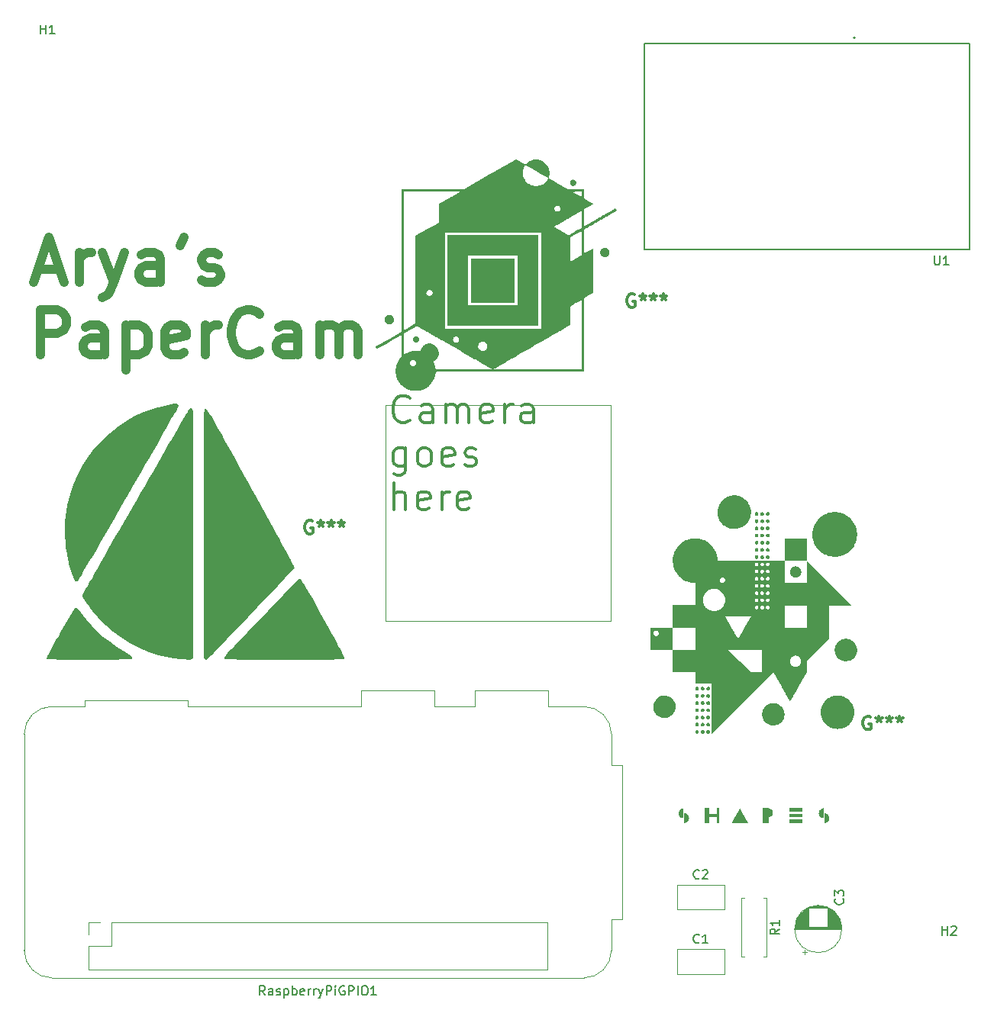
<source format=gbr>
%TF.GenerationSoftware,KiCad,Pcbnew,9.0.2*%
%TF.CreationDate,2025-06-25T13:35:58-04:00*%
%TF.ProjectId,PaperCam_Kicad,50617065-7243-4616-9d5f-4b696361642e,rev?*%
%TF.SameCoordinates,Original*%
%TF.FileFunction,Legend,Top*%
%TF.FilePolarity,Positive*%
%FSLAX46Y46*%
G04 Gerber Fmt 4.6, Leading zero omitted, Abs format (unit mm)*
G04 Created by KiCad (PCBNEW 9.0.2) date 2025-06-25 13:35:58*
%MOMM*%
%LPD*%
G01*
G04 APERTURE LIST*
%ADD10C,0.375000*%
%ADD11C,0.100000*%
%ADD12C,1.000000*%
%ADD13C,0.150000*%
%ADD14C,0.300000*%
%ADD15C,0.120000*%
%ADD16C,0.000000*%
%ADD17C,0.127000*%
%ADD18C,0.200000*%
G04 APERTURE END LIST*
D10*
X45175281Y-44667978D02*
X45032424Y-44810836D01*
X45032424Y-44810836D02*
X44603852Y-44953693D01*
X44603852Y-44953693D02*
X44318138Y-44953693D01*
X44318138Y-44953693D02*
X43889567Y-44810836D01*
X43889567Y-44810836D02*
X43603852Y-44525121D01*
X43603852Y-44525121D02*
X43460995Y-44239407D01*
X43460995Y-44239407D02*
X43318138Y-43667978D01*
X43318138Y-43667978D02*
X43318138Y-43239407D01*
X43318138Y-43239407D02*
X43460995Y-42667978D01*
X43460995Y-42667978D02*
X43603852Y-42382264D01*
X43603852Y-42382264D02*
X43889567Y-42096550D01*
X43889567Y-42096550D02*
X44318138Y-41953693D01*
X44318138Y-41953693D02*
X44603852Y-41953693D01*
X44603852Y-41953693D02*
X45032424Y-42096550D01*
X45032424Y-42096550D02*
X45175281Y-42239407D01*
X47746710Y-44953693D02*
X47746710Y-43382264D01*
X47746710Y-43382264D02*
X47603852Y-43096550D01*
X47603852Y-43096550D02*
X47318138Y-42953693D01*
X47318138Y-42953693D02*
X46746710Y-42953693D01*
X46746710Y-42953693D02*
X46460995Y-43096550D01*
X47746710Y-44810836D02*
X47460995Y-44953693D01*
X47460995Y-44953693D02*
X46746710Y-44953693D01*
X46746710Y-44953693D02*
X46460995Y-44810836D01*
X46460995Y-44810836D02*
X46318138Y-44525121D01*
X46318138Y-44525121D02*
X46318138Y-44239407D01*
X46318138Y-44239407D02*
X46460995Y-43953693D01*
X46460995Y-43953693D02*
X46746710Y-43810836D01*
X46746710Y-43810836D02*
X47460995Y-43810836D01*
X47460995Y-43810836D02*
X47746710Y-43667978D01*
X49175281Y-44953693D02*
X49175281Y-42953693D01*
X49175281Y-43239407D02*
X49318138Y-43096550D01*
X49318138Y-43096550D02*
X49603853Y-42953693D01*
X49603853Y-42953693D02*
X50032424Y-42953693D01*
X50032424Y-42953693D02*
X50318138Y-43096550D01*
X50318138Y-43096550D02*
X50460996Y-43382264D01*
X50460996Y-43382264D02*
X50460996Y-44953693D01*
X50460996Y-43382264D02*
X50603853Y-43096550D01*
X50603853Y-43096550D02*
X50889567Y-42953693D01*
X50889567Y-42953693D02*
X51318138Y-42953693D01*
X51318138Y-42953693D02*
X51603853Y-43096550D01*
X51603853Y-43096550D02*
X51746710Y-43382264D01*
X51746710Y-43382264D02*
X51746710Y-44953693D01*
X54318138Y-44810836D02*
X54032424Y-44953693D01*
X54032424Y-44953693D02*
X53460996Y-44953693D01*
X53460996Y-44953693D02*
X53175281Y-44810836D01*
X53175281Y-44810836D02*
X53032424Y-44525121D01*
X53032424Y-44525121D02*
X53032424Y-43382264D01*
X53032424Y-43382264D02*
X53175281Y-43096550D01*
X53175281Y-43096550D02*
X53460996Y-42953693D01*
X53460996Y-42953693D02*
X54032424Y-42953693D01*
X54032424Y-42953693D02*
X54318138Y-43096550D01*
X54318138Y-43096550D02*
X54460996Y-43382264D01*
X54460996Y-43382264D02*
X54460996Y-43667978D01*
X54460996Y-43667978D02*
X53032424Y-43953693D01*
X55746710Y-44953693D02*
X55746710Y-42953693D01*
X55746710Y-43525121D02*
X55889567Y-43239407D01*
X55889567Y-43239407D02*
X56032425Y-43096550D01*
X56032425Y-43096550D02*
X56318139Y-42953693D01*
X56318139Y-42953693D02*
X56603853Y-42953693D01*
X58889568Y-44953693D02*
X58889568Y-43382264D01*
X58889568Y-43382264D02*
X58746710Y-43096550D01*
X58746710Y-43096550D02*
X58460996Y-42953693D01*
X58460996Y-42953693D02*
X57889568Y-42953693D01*
X57889568Y-42953693D02*
X57603853Y-43096550D01*
X58889568Y-44810836D02*
X58603853Y-44953693D01*
X58603853Y-44953693D02*
X57889568Y-44953693D01*
X57889568Y-44953693D02*
X57603853Y-44810836D01*
X57603853Y-44810836D02*
X57460996Y-44525121D01*
X57460996Y-44525121D02*
X57460996Y-44239407D01*
X57460996Y-44239407D02*
X57603853Y-43953693D01*
X57603853Y-43953693D02*
X57889568Y-43810836D01*
X57889568Y-43810836D02*
X58603853Y-43810836D01*
X58603853Y-43810836D02*
X58889568Y-43667978D01*
X44746710Y-47783525D02*
X44746710Y-50212096D01*
X44746710Y-50212096D02*
X44603852Y-50497810D01*
X44603852Y-50497810D02*
X44460995Y-50640668D01*
X44460995Y-50640668D02*
X44175281Y-50783525D01*
X44175281Y-50783525D02*
X43746710Y-50783525D01*
X43746710Y-50783525D02*
X43460995Y-50640668D01*
X44746710Y-49640668D02*
X44460995Y-49783525D01*
X44460995Y-49783525D02*
X43889567Y-49783525D01*
X43889567Y-49783525D02*
X43603852Y-49640668D01*
X43603852Y-49640668D02*
X43460995Y-49497810D01*
X43460995Y-49497810D02*
X43318138Y-49212096D01*
X43318138Y-49212096D02*
X43318138Y-48354953D01*
X43318138Y-48354953D02*
X43460995Y-48069239D01*
X43460995Y-48069239D02*
X43603852Y-47926382D01*
X43603852Y-47926382D02*
X43889567Y-47783525D01*
X43889567Y-47783525D02*
X44460995Y-47783525D01*
X44460995Y-47783525D02*
X44746710Y-47926382D01*
X46603853Y-49783525D02*
X46318138Y-49640668D01*
X46318138Y-49640668D02*
X46175281Y-49497810D01*
X46175281Y-49497810D02*
X46032424Y-49212096D01*
X46032424Y-49212096D02*
X46032424Y-48354953D01*
X46032424Y-48354953D02*
X46175281Y-48069239D01*
X46175281Y-48069239D02*
X46318138Y-47926382D01*
X46318138Y-47926382D02*
X46603853Y-47783525D01*
X46603853Y-47783525D02*
X47032424Y-47783525D01*
X47032424Y-47783525D02*
X47318138Y-47926382D01*
X47318138Y-47926382D02*
X47460996Y-48069239D01*
X47460996Y-48069239D02*
X47603853Y-48354953D01*
X47603853Y-48354953D02*
X47603853Y-49212096D01*
X47603853Y-49212096D02*
X47460996Y-49497810D01*
X47460996Y-49497810D02*
X47318138Y-49640668D01*
X47318138Y-49640668D02*
X47032424Y-49783525D01*
X47032424Y-49783525D02*
X46603853Y-49783525D01*
X50032424Y-49640668D02*
X49746710Y-49783525D01*
X49746710Y-49783525D02*
X49175282Y-49783525D01*
X49175282Y-49783525D02*
X48889567Y-49640668D01*
X48889567Y-49640668D02*
X48746710Y-49354953D01*
X48746710Y-49354953D02*
X48746710Y-48212096D01*
X48746710Y-48212096D02*
X48889567Y-47926382D01*
X48889567Y-47926382D02*
X49175282Y-47783525D01*
X49175282Y-47783525D02*
X49746710Y-47783525D01*
X49746710Y-47783525D02*
X50032424Y-47926382D01*
X50032424Y-47926382D02*
X50175282Y-48212096D01*
X50175282Y-48212096D02*
X50175282Y-48497810D01*
X50175282Y-48497810D02*
X48746710Y-48783525D01*
X51318139Y-49640668D02*
X51603853Y-49783525D01*
X51603853Y-49783525D02*
X52175282Y-49783525D01*
X52175282Y-49783525D02*
X52460996Y-49640668D01*
X52460996Y-49640668D02*
X52603853Y-49354953D01*
X52603853Y-49354953D02*
X52603853Y-49212096D01*
X52603853Y-49212096D02*
X52460996Y-48926382D01*
X52460996Y-48926382D02*
X52175282Y-48783525D01*
X52175282Y-48783525D02*
X51746711Y-48783525D01*
X51746711Y-48783525D02*
X51460996Y-48640668D01*
X51460996Y-48640668D02*
X51318139Y-48354953D01*
X51318139Y-48354953D02*
X51318139Y-48212096D01*
X51318139Y-48212096D02*
X51460996Y-47926382D01*
X51460996Y-47926382D02*
X51746711Y-47783525D01*
X51746711Y-47783525D02*
X52175282Y-47783525D01*
X52175282Y-47783525D02*
X52460996Y-47926382D01*
X43460995Y-54613357D02*
X43460995Y-51613357D01*
X44746710Y-54613357D02*
X44746710Y-53041928D01*
X44746710Y-53041928D02*
X44603852Y-52756214D01*
X44603852Y-52756214D02*
X44318138Y-52613357D01*
X44318138Y-52613357D02*
X43889567Y-52613357D01*
X43889567Y-52613357D02*
X43603852Y-52756214D01*
X43603852Y-52756214D02*
X43460995Y-52899071D01*
X47318138Y-54470500D02*
X47032424Y-54613357D01*
X47032424Y-54613357D02*
X46460996Y-54613357D01*
X46460996Y-54613357D02*
X46175281Y-54470500D01*
X46175281Y-54470500D02*
X46032424Y-54184785D01*
X46032424Y-54184785D02*
X46032424Y-53041928D01*
X46032424Y-53041928D02*
X46175281Y-52756214D01*
X46175281Y-52756214D02*
X46460996Y-52613357D01*
X46460996Y-52613357D02*
X47032424Y-52613357D01*
X47032424Y-52613357D02*
X47318138Y-52756214D01*
X47318138Y-52756214D02*
X47460996Y-53041928D01*
X47460996Y-53041928D02*
X47460996Y-53327642D01*
X47460996Y-53327642D02*
X46032424Y-53613357D01*
X48746710Y-54613357D02*
X48746710Y-52613357D01*
X48746710Y-53184785D02*
X48889567Y-52899071D01*
X48889567Y-52899071D02*
X49032425Y-52756214D01*
X49032425Y-52756214D02*
X49318139Y-52613357D01*
X49318139Y-52613357D02*
X49603853Y-52613357D01*
X51746710Y-54470500D02*
X51460996Y-54613357D01*
X51460996Y-54613357D02*
X50889568Y-54613357D01*
X50889568Y-54613357D02*
X50603853Y-54470500D01*
X50603853Y-54470500D02*
X50460996Y-54184785D01*
X50460996Y-54184785D02*
X50460996Y-53041928D01*
X50460996Y-53041928D02*
X50603853Y-52756214D01*
X50603853Y-52756214D02*
X50889568Y-52613357D01*
X50889568Y-52613357D02*
X51460996Y-52613357D01*
X51460996Y-52613357D02*
X51746710Y-52756214D01*
X51746710Y-52756214D02*
X51889568Y-53041928D01*
X51889568Y-53041928D02*
X51889568Y-53327642D01*
X51889568Y-53327642D02*
X50460996Y-53613357D01*
D11*
X42500000Y-43000000D02*
X67500000Y-43000000D01*
X67500000Y-67000000D01*
X42500000Y-67000000D01*
X42500000Y-43000000D01*
D12*
X3991524Y-27957803D02*
X6372477Y-27957803D01*
X3515334Y-29386375D02*
X5182001Y-24386375D01*
X5182001Y-24386375D02*
X6848667Y-29386375D01*
X8515334Y-29386375D02*
X8515334Y-26053041D01*
X8515334Y-27005422D02*
X8753429Y-26529232D01*
X8753429Y-26529232D02*
X8991524Y-26291137D01*
X8991524Y-26291137D02*
X9467715Y-26053041D01*
X9467715Y-26053041D02*
X9943905Y-26053041D01*
X11134381Y-26053041D02*
X12324857Y-29386375D01*
X13515334Y-26053041D02*
X12324857Y-29386375D01*
X12324857Y-29386375D02*
X11848667Y-30576851D01*
X11848667Y-30576851D02*
X11610572Y-30814946D01*
X11610572Y-30814946D02*
X11134381Y-31053041D01*
X17562953Y-29386375D02*
X17562953Y-26767327D01*
X17562953Y-26767327D02*
X17324858Y-26291137D01*
X17324858Y-26291137D02*
X16848667Y-26053041D01*
X16848667Y-26053041D02*
X15896286Y-26053041D01*
X15896286Y-26053041D02*
X15420096Y-26291137D01*
X17562953Y-29148280D02*
X17086762Y-29386375D01*
X17086762Y-29386375D02*
X15896286Y-29386375D01*
X15896286Y-29386375D02*
X15420096Y-29148280D01*
X15420096Y-29148280D02*
X15182000Y-28672089D01*
X15182000Y-28672089D02*
X15182000Y-28195899D01*
X15182000Y-28195899D02*
X15420096Y-27719708D01*
X15420096Y-27719708D02*
X15896286Y-27481613D01*
X15896286Y-27481613D02*
X17086762Y-27481613D01*
X17086762Y-27481613D02*
X17562953Y-27243518D01*
X20182001Y-24386375D02*
X19705810Y-25338756D01*
X22086762Y-29148280D02*
X22562953Y-29386375D01*
X22562953Y-29386375D02*
X23515334Y-29386375D01*
X23515334Y-29386375D02*
X23991524Y-29148280D01*
X23991524Y-29148280D02*
X24229620Y-28672089D01*
X24229620Y-28672089D02*
X24229620Y-28433994D01*
X24229620Y-28433994D02*
X23991524Y-27957803D01*
X23991524Y-27957803D02*
X23515334Y-27719708D01*
X23515334Y-27719708D02*
X22801048Y-27719708D01*
X22801048Y-27719708D02*
X22324858Y-27481613D01*
X22324858Y-27481613D02*
X22086762Y-27005422D01*
X22086762Y-27005422D02*
X22086762Y-26767327D01*
X22086762Y-26767327D02*
X22324858Y-26291137D01*
X22324858Y-26291137D02*
X22801048Y-26053041D01*
X22801048Y-26053041D02*
X23515334Y-26053041D01*
X23515334Y-26053041D02*
X23991524Y-26291137D01*
X4229620Y-37436095D02*
X4229620Y-32436095D01*
X4229620Y-32436095D02*
X6134382Y-32436095D01*
X6134382Y-32436095D02*
X6610572Y-32674190D01*
X6610572Y-32674190D02*
X6848667Y-32912285D01*
X6848667Y-32912285D02*
X7086763Y-33388476D01*
X7086763Y-33388476D02*
X7086763Y-34102761D01*
X7086763Y-34102761D02*
X6848667Y-34578952D01*
X6848667Y-34578952D02*
X6610572Y-34817047D01*
X6610572Y-34817047D02*
X6134382Y-35055142D01*
X6134382Y-35055142D02*
X4229620Y-35055142D01*
X11372477Y-37436095D02*
X11372477Y-34817047D01*
X11372477Y-34817047D02*
X11134382Y-34340857D01*
X11134382Y-34340857D02*
X10658191Y-34102761D01*
X10658191Y-34102761D02*
X9705810Y-34102761D01*
X9705810Y-34102761D02*
X9229620Y-34340857D01*
X11372477Y-37198000D02*
X10896286Y-37436095D01*
X10896286Y-37436095D02*
X9705810Y-37436095D01*
X9705810Y-37436095D02*
X9229620Y-37198000D01*
X9229620Y-37198000D02*
X8991524Y-36721809D01*
X8991524Y-36721809D02*
X8991524Y-36245619D01*
X8991524Y-36245619D02*
X9229620Y-35769428D01*
X9229620Y-35769428D02*
X9705810Y-35531333D01*
X9705810Y-35531333D02*
X10896286Y-35531333D01*
X10896286Y-35531333D02*
X11372477Y-35293238D01*
X13753430Y-34102761D02*
X13753430Y-39102761D01*
X13753430Y-34340857D02*
X14229620Y-34102761D01*
X14229620Y-34102761D02*
X15182001Y-34102761D01*
X15182001Y-34102761D02*
X15658192Y-34340857D01*
X15658192Y-34340857D02*
X15896287Y-34578952D01*
X15896287Y-34578952D02*
X16134382Y-35055142D01*
X16134382Y-35055142D02*
X16134382Y-36483714D01*
X16134382Y-36483714D02*
X15896287Y-36959904D01*
X15896287Y-36959904D02*
X15658192Y-37198000D01*
X15658192Y-37198000D02*
X15182001Y-37436095D01*
X15182001Y-37436095D02*
X14229620Y-37436095D01*
X14229620Y-37436095D02*
X13753430Y-37198000D01*
X20182002Y-37198000D02*
X19705811Y-37436095D01*
X19705811Y-37436095D02*
X18753430Y-37436095D01*
X18753430Y-37436095D02*
X18277240Y-37198000D01*
X18277240Y-37198000D02*
X18039144Y-36721809D01*
X18039144Y-36721809D02*
X18039144Y-34817047D01*
X18039144Y-34817047D02*
X18277240Y-34340857D01*
X18277240Y-34340857D02*
X18753430Y-34102761D01*
X18753430Y-34102761D02*
X19705811Y-34102761D01*
X19705811Y-34102761D02*
X20182002Y-34340857D01*
X20182002Y-34340857D02*
X20420097Y-34817047D01*
X20420097Y-34817047D02*
X20420097Y-35293238D01*
X20420097Y-35293238D02*
X18039144Y-35769428D01*
X22562954Y-37436095D02*
X22562954Y-34102761D01*
X22562954Y-35055142D02*
X22801049Y-34578952D01*
X22801049Y-34578952D02*
X23039144Y-34340857D01*
X23039144Y-34340857D02*
X23515335Y-34102761D01*
X23515335Y-34102761D02*
X23991525Y-34102761D01*
X28515335Y-36959904D02*
X28277239Y-37198000D01*
X28277239Y-37198000D02*
X27562954Y-37436095D01*
X27562954Y-37436095D02*
X27086763Y-37436095D01*
X27086763Y-37436095D02*
X26372477Y-37198000D01*
X26372477Y-37198000D02*
X25896287Y-36721809D01*
X25896287Y-36721809D02*
X25658192Y-36245619D01*
X25658192Y-36245619D02*
X25420096Y-35293238D01*
X25420096Y-35293238D02*
X25420096Y-34578952D01*
X25420096Y-34578952D02*
X25658192Y-33626571D01*
X25658192Y-33626571D02*
X25896287Y-33150380D01*
X25896287Y-33150380D02*
X26372477Y-32674190D01*
X26372477Y-32674190D02*
X27086763Y-32436095D01*
X27086763Y-32436095D02*
X27562954Y-32436095D01*
X27562954Y-32436095D02*
X28277239Y-32674190D01*
X28277239Y-32674190D02*
X28515335Y-32912285D01*
X32801049Y-37436095D02*
X32801049Y-34817047D01*
X32801049Y-34817047D02*
X32562954Y-34340857D01*
X32562954Y-34340857D02*
X32086763Y-34102761D01*
X32086763Y-34102761D02*
X31134382Y-34102761D01*
X31134382Y-34102761D02*
X30658192Y-34340857D01*
X32801049Y-37198000D02*
X32324858Y-37436095D01*
X32324858Y-37436095D02*
X31134382Y-37436095D01*
X31134382Y-37436095D02*
X30658192Y-37198000D01*
X30658192Y-37198000D02*
X30420096Y-36721809D01*
X30420096Y-36721809D02*
X30420096Y-36245619D01*
X30420096Y-36245619D02*
X30658192Y-35769428D01*
X30658192Y-35769428D02*
X31134382Y-35531333D01*
X31134382Y-35531333D02*
X32324858Y-35531333D01*
X32324858Y-35531333D02*
X32801049Y-35293238D01*
X35182002Y-37436095D02*
X35182002Y-34102761D01*
X35182002Y-34578952D02*
X35420097Y-34340857D01*
X35420097Y-34340857D02*
X35896287Y-34102761D01*
X35896287Y-34102761D02*
X36610573Y-34102761D01*
X36610573Y-34102761D02*
X37086764Y-34340857D01*
X37086764Y-34340857D02*
X37324859Y-34817047D01*
X37324859Y-34817047D02*
X37324859Y-37436095D01*
X37324859Y-34817047D02*
X37562954Y-34340857D01*
X37562954Y-34340857D02*
X38039145Y-34102761D01*
X38039145Y-34102761D02*
X38753430Y-34102761D01*
X38753430Y-34102761D02*
X39229621Y-34340857D01*
X39229621Y-34340857D02*
X39467716Y-34817047D01*
X39467716Y-34817047D02*
X39467716Y-37436095D01*
D13*
X77283333Y-102634580D02*
X77235714Y-102682200D01*
X77235714Y-102682200D02*
X77092857Y-102729819D01*
X77092857Y-102729819D02*
X76997619Y-102729819D01*
X76997619Y-102729819D02*
X76854762Y-102682200D01*
X76854762Y-102682200D02*
X76759524Y-102586961D01*
X76759524Y-102586961D02*
X76711905Y-102491723D01*
X76711905Y-102491723D02*
X76664286Y-102301247D01*
X76664286Y-102301247D02*
X76664286Y-102158390D01*
X76664286Y-102158390D02*
X76711905Y-101967914D01*
X76711905Y-101967914D02*
X76759524Y-101872676D01*
X76759524Y-101872676D02*
X76854762Y-101777438D01*
X76854762Y-101777438D02*
X76997619Y-101729819D01*
X76997619Y-101729819D02*
X77092857Y-101729819D01*
X77092857Y-101729819D02*
X77235714Y-101777438D01*
X77235714Y-101777438D02*
X77283333Y-101825057D01*
X78235714Y-102729819D02*
X77664286Y-102729819D01*
X77950000Y-102729819D02*
X77950000Y-101729819D01*
X77950000Y-101729819D02*
X77854762Y-101872676D01*
X77854762Y-101872676D02*
X77759524Y-101967914D01*
X77759524Y-101967914D02*
X77664286Y-102015533D01*
D14*
X70116072Y-30731762D02*
X69973215Y-30660333D01*
X69973215Y-30660333D02*
X69758929Y-30660333D01*
X69758929Y-30660333D02*
X69544643Y-30731762D01*
X69544643Y-30731762D02*
X69401786Y-30874619D01*
X69401786Y-30874619D02*
X69330357Y-31017476D01*
X69330357Y-31017476D02*
X69258929Y-31303190D01*
X69258929Y-31303190D02*
X69258929Y-31517476D01*
X69258929Y-31517476D02*
X69330357Y-31803190D01*
X69330357Y-31803190D02*
X69401786Y-31946047D01*
X69401786Y-31946047D02*
X69544643Y-32088905D01*
X69544643Y-32088905D02*
X69758929Y-32160333D01*
X69758929Y-32160333D02*
X69901786Y-32160333D01*
X69901786Y-32160333D02*
X70116072Y-32088905D01*
X70116072Y-32088905D02*
X70187500Y-32017476D01*
X70187500Y-32017476D02*
X70187500Y-31517476D01*
X70187500Y-31517476D02*
X69901786Y-31517476D01*
X71044643Y-30660333D02*
X71044643Y-31017476D01*
X70687500Y-30874619D02*
X71044643Y-31017476D01*
X71044643Y-31017476D02*
X71401786Y-30874619D01*
X70830357Y-31303190D02*
X71044643Y-31017476D01*
X71044643Y-31017476D02*
X71258929Y-31303190D01*
X72187500Y-30660333D02*
X72187500Y-31017476D01*
X71830357Y-30874619D02*
X72187500Y-31017476D01*
X72187500Y-31017476D02*
X72544643Y-30874619D01*
X71973214Y-31303190D02*
X72187500Y-31017476D01*
X72187500Y-31017476D02*
X72401786Y-31303190D01*
X73330357Y-30660333D02*
X73330357Y-31017476D01*
X72973214Y-30874619D02*
X73330357Y-31017476D01*
X73330357Y-31017476D02*
X73687500Y-30874619D01*
X73116071Y-31303190D02*
X73330357Y-31017476D01*
X73330357Y-31017476D02*
X73544643Y-31303190D01*
X34397322Y-55861766D02*
X34254465Y-55790337D01*
X34254465Y-55790337D02*
X34040179Y-55790337D01*
X34040179Y-55790337D02*
X33825893Y-55861766D01*
X33825893Y-55861766D02*
X33683036Y-56004623D01*
X33683036Y-56004623D02*
X33611607Y-56147480D01*
X33611607Y-56147480D02*
X33540179Y-56433194D01*
X33540179Y-56433194D02*
X33540179Y-56647480D01*
X33540179Y-56647480D02*
X33611607Y-56933194D01*
X33611607Y-56933194D02*
X33683036Y-57076051D01*
X33683036Y-57076051D02*
X33825893Y-57218909D01*
X33825893Y-57218909D02*
X34040179Y-57290337D01*
X34040179Y-57290337D02*
X34183036Y-57290337D01*
X34183036Y-57290337D02*
X34397322Y-57218909D01*
X34397322Y-57218909D02*
X34468750Y-57147480D01*
X34468750Y-57147480D02*
X34468750Y-56647480D01*
X34468750Y-56647480D02*
X34183036Y-56647480D01*
X35325893Y-55790337D02*
X35325893Y-56147480D01*
X34968750Y-56004623D02*
X35325893Y-56147480D01*
X35325893Y-56147480D02*
X35683036Y-56004623D01*
X35111607Y-56433194D02*
X35325893Y-56147480D01*
X35325893Y-56147480D02*
X35540179Y-56433194D01*
X36468750Y-55790337D02*
X36468750Y-56147480D01*
X36111607Y-56004623D02*
X36468750Y-56147480D01*
X36468750Y-56147480D02*
X36825893Y-56004623D01*
X36254464Y-56433194D02*
X36468750Y-56147480D01*
X36468750Y-56147480D02*
X36683036Y-56433194D01*
X37611607Y-55790337D02*
X37611607Y-56147480D01*
X37254464Y-56004623D02*
X37611607Y-56147480D01*
X37611607Y-56147480D02*
X37968750Y-56004623D01*
X37397321Y-56433194D02*
X37611607Y-56147480D01*
X37611607Y-56147480D02*
X37825893Y-56433194D01*
D13*
X93228330Y-97797916D02*
X93275950Y-97845535D01*
X93275950Y-97845535D02*
X93323569Y-97988392D01*
X93323569Y-97988392D02*
X93323569Y-98083630D01*
X93323569Y-98083630D02*
X93275950Y-98226487D01*
X93275950Y-98226487D02*
X93180711Y-98321725D01*
X93180711Y-98321725D02*
X93085473Y-98369344D01*
X93085473Y-98369344D02*
X92894997Y-98416963D01*
X92894997Y-98416963D02*
X92752140Y-98416963D01*
X92752140Y-98416963D02*
X92561664Y-98369344D01*
X92561664Y-98369344D02*
X92466426Y-98321725D01*
X92466426Y-98321725D02*
X92371188Y-98226487D01*
X92371188Y-98226487D02*
X92323569Y-98083630D01*
X92323569Y-98083630D02*
X92323569Y-97988392D01*
X92323569Y-97988392D02*
X92371188Y-97845535D01*
X92371188Y-97845535D02*
X92418807Y-97797916D01*
X92323569Y-97464582D02*
X92323569Y-96845535D01*
X92323569Y-96845535D02*
X92704521Y-97178868D01*
X92704521Y-97178868D02*
X92704521Y-97036011D01*
X92704521Y-97036011D02*
X92752140Y-96940773D01*
X92752140Y-96940773D02*
X92799759Y-96893154D01*
X92799759Y-96893154D02*
X92894997Y-96845535D01*
X92894997Y-96845535D02*
X93133092Y-96845535D01*
X93133092Y-96845535D02*
X93228330Y-96893154D01*
X93228330Y-96893154D02*
X93275950Y-96940773D01*
X93275950Y-96940773D02*
X93323569Y-97036011D01*
X93323569Y-97036011D02*
X93323569Y-97321725D01*
X93323569Y-97321725D02*
X93275950Y-97416963D01*
X93275950Y-97416963D02*
X93228330Y-97464582D01*
X4238095Y-1804819D02*
X4238095Y-804819D01*
X4238095Y-1281009D02*
X4809523Y-1281009D01*
X4809523Y-1804819D02*
X4809523Y-804819D01*
X5809523Y-1804819D02*
X5238095Y-1804819D01*
X5523809Y-1804819D02*
X5523809Y-804819D01*
X5523809Y-804819D02*
X5428571Y-947676D01*
X5428571Y-947676D02*
X5333333Y-1042914D01*
X5333333Y-1042914D02*
X5238095Y-1090533D01*
X86168569Y-101131666D02*
X85692378Y-101464999D01*
X86168569Y-101703094D02*
X85168569Y-101703094D01*
X85168569Y-101703094D02*
X85168569Y-101322142D01*
X85168569Y-101322142D02*
X85216188Y-101226904D01*
X85216188Y-101226904D02*
X85263807Y-101179285D01*
X85263807Y-101179285D02*
X85359045Y-101131666D01*
X85359045Y-101131666D02*
X85501902Y-101131666D01*
X85501902Y-101131666D02*
X85597140Y-101179285D01*
X85597140Y-101179285D02*
X85644759Y-101226904D01*
X85644759Y-101226904D02*
X85692378Y-101322142D01*
X85692378Y-101322142D02*
X85692378Y-101703094D01*
X86168569Y-100179285D02*
X86168569Y-100750713D01*
X86168569Y-100464999D02*
X85168569Y-100464999D01*
X85168569Y-100464999D02*
X85311426Y-100560237D01*
X85311426Y-100560237D02*
X85406664Y-100655475D01*
X85406664Y-100655475D02*
X85454283Y-100750713D01*
D14*
X96309822Y-77586495D02*
X96166965Y-77515066D01*
X96166965Y-77515066D02*
X95952679Y-77515066D01*
X95952679Y-77515066D02*
X95738393Y-77586495D01*
X95738393Y-77586495D02*
X95595536Y-77729352D01*
X95595536Y-77729352D02*
X95524107Y-77872209D01*
X95524107Y-77872209D02*
X95452679Y-78157923D01*
X95452679Y-78157923D02*
X95452679Y-78372209D01*
X95452679Y-78372209D02*
X95524107Y-78657923D01*
X95524107Y-78657923D02*
X95595536Y-78800780D01*
X95595536Y-78800780D02*
X95738393Y-78943638D01*
X95738393Y-78943638D02*
X95952679Y-79015066D01*
X95952679Y-79015066D02*
X96095536Y-79015066D01*
X96095536Y-79015066D02*
X96309822Y-78943638D01*
X96309822Y-78943638D02*
X96381250Y-78872209D01*
X96381250Y-78872209D02*
X96381250Y-78372209D01*
X96381250Y-78372209D02*
X96095536Y-78372209D01*
X97238393Y-77515066D02*
X97238393Y-77872209D01*
X96881250Y-77729352D02*
X97238393Y-77872209D01*
X97238393Y-77872209D02*
X97595536Y-77729352D01*
X97024107Y-78157923D02*
X97238393Y-77872209D01*
X97238393Y-77872209D02*
X97452679Y-78157923D01*
X98381250Y-77515066D02*
X98381250Y-77872209D01*
X98024107Y-77729352D02*
X98381250Y-77872209D01*
X98381250Y-77872209D02*
X98738393Y-77729352D01*
X98166964Y-78157923D02*
X98381250Y-77872209D01*
X98381250Y-77872209D02*
X98595536Y-78157923D01*
X99524107Y-77515066D02*
X99524107Y-77872209D01*
X99166964Y-77729352D02*
X99524107Y-77872209D01*
X99524107Y-77872209D02*
X99881250Y-77729352D01*
X99309821Y-78157923D02*
X99524107Y-77872209D01*
X99524107Y-77872209D02*
X99738393Y-78157923D01*
D13*
X104238095Y-101804819D02*
X104238095Y-100804819D01*
X104238095Y-101281009D02*
X104809523Y-101281009D01*
X104809523Y-101804819D02*
X104809523Y-100804819D01*
X105238095Y-100900057D02*
X105285714Y-100852438D01*
X105285714Y-100852438D02*
X105380952Y-100804819D01*
X105380952Y-100804819D02*
X105619047Y-100804819D01*
X105619047Y-100804819D02*
X105714285Y-100852438D01*
X105714285Y-100852438D02*
X105761904Y-100900057D01*
X105761904Y-100900057D02*
X105809523Y-100995295D01*
X105809523Y-100995295D02*
X105809523Y-101090533D01*
X105809523Y-101090533D02*
X105761904Y-101233390D01*
X105761904Y-101233390D02*
X105190476Y-101804819D01*
X105190476Y-101804819D02*
X105809523Y-101804819D01*
X77283333Y-95490830D02*
X77235714Y-95538450D01*
X77235714Y-95538450D02*
X77092857Y-95586069D01*
X77092857Y-95586069D02*
X76997619Y-95586069D01*
X76997619Y-95586069D02*
X76854762Y-95538450D01*
X76854762Y-95538450D02*
X76759524Y-95443211D01*
X76759524Y-95443211D02*
X76711905Y-95347973D01*
X76711905Y-95347973D02*
X76664286Y-95157497D01*
X76664286Y-95157497D02*
X76664286Y-95014640D01*
X76664286Y-95014640D02*
X76711905Y-94824164D01*
X76711905Y-94824164D02*
X76759524Y-94728926D01*
X76759524Y-94728926D02*
X76854762Y-94633688D01*
X76854762Y-94633688D02*
X76997619Y-94586069D01*
X76997619Y-94586069D02*
X77092857Y-94586069D01*
X77092857Y-94586069D02*
X77235714Y-94633688D01*
X77235714Y-94633688D02*
X77283333Y-94681307D01*
X77664286Y-94681307D02*
X77711905Y-94633688D01*
X77711905Y-94633688D02*
X77807143Y-94586069D01*
X77807143Y-94586069D02*
X78045238Y-94586069D01*
X78045238Y-94586069D02*
X78140476Y-94633688D01*
X78140476Y-94633688D02*
X78188095Y-94681307D01*
X78188095Y-94681307D02*
X78235714Y-94776545D01*
X78235714Y-94776545D02*
X78235714Y-94871783D01*
X78235714Y-94871783D02*
X78188095Y-95014640D01*
X78188095Y-95014640D02*
X77616667Y-95586069D01*
X77616667Y-95586069D02*
X78235714Y-95586069D01*
X29136606Y-108467319D02*
X28803273Y-107991128D01*
X28565178Y-108467319D02*
X28565178Y-107467319D01*
X28565178Y-107467319D02*
X28946130Y-107467319D01*
X28946130Y-107467319D02*
X29041368Y-107514938D01*
X29041368Y-107514938D02*
X29088987Y-107562557D01*
X29088987Y-107562557D02*
X29136606Y-107657795D01*
X29136606Y-107657795D02*
X29136606Y-107800652D01*
X29136606Y-107800652D02*
X29088987Y-107895890D01*
X29088987Y-107895890D02*
X29041368Y-107943509D01*
X29041368Y-107943509D02*
X28946130Y-107991128D01*
X28946130Y-107991128D02*
X28565178Y-107991128D01*
X29993749Y-108467319D02*
X29993749Y-107943509D01*
X29993749Y-107943509D02*
X29946130Y-107848271D01*
X29946130Y-107848271D02*
X29850892Y-107800652D01*
X29850892Y-107800652D02*
X29660416Y-107800652D01*
X29660416Y-107800652D02*
X29565178Y-107848271D01*
X29993749Y-108419700D02*
X29898511Y-108467319D01*
X29898511Y-108467319D02*
X29660416Y-108467319D01*
X29660416Y-108467319D02*
X29565178Y-108419700D01*
X29565178Y-108419700D02*
X29517559Y-108324461D01*
X29517559Y-108324461D02*
X29517559Y-108229223D01*
X29517559Y-108229223D02*
X29565178Y-108133985D01*
X29565178Y-108133985D02*
X29660416Y-108086366D01*
X29660416Y-108086366D02*
X29898511Y-108086366D01*
X29898511Y-108086366D02*
X29993749Y-108038747D01*
X30422321Y-108419700D02*
X30517559Y-108467319D01*
X30517559Y-108467319D02*
X30708035Y-108467319D01*
X30708035Y-108467319D02*
X30803273Y-108419700D01*
X30803273Y-108419700D02*
X30850892Y-108324461D01*
X30850892Y-108324461D02*
X30850892Y-108276842D01*
X30850892Y-108276842D02*
X30803273Y-108181604D01*
X30803273Y-108181604D02*
X30708035Y-108133985D01*
X30708035Y-108133985D02*
X30565178Y-108133985D01*
X30565178Y-108133985D02*
X30469940Y-108086366D01*
X30469940Y-108086366D02*
X30422321Y-107991128D01*
X30422321Y-107991128D02*
X30422321Y-107943509D01*
X30422321Y-107943509D02*
X30469940Y-107848271D01*
X30469940Y-107848271D02*
X30565178Y-107800652D01*
X30565178Y-107800652D02*
X30708035Y-107800652D01*
X30708035Y-107800652D02*
X30803273Y-107848271D01*
X31279464Y-107800652D02*
X31279464Y-108800652D01*
X31279464Y-107848271D02*
X31374702Y-107800652D01*
X31374702Y-107800652D02*
X31565178Y-107800652D01*
X31565178Y-107800652D02*
X31660416Y-107848271D01*
X31660416Y-107848271D02*
X31708035Y-107895890D01*
X31708035Y-107895890D02*
X31755654Y-107991128D01*
X31755654Y-107991128D02*
X31755654Y-108276842D01*
X31755654Y-108276842D02*
X31708035Y-108372080D01*
X31708035Y-108372080D02*
X31660416Y-108419700D01*
X31660416Y-108419700D02*
X31565178Y-108467319D01*
X31565178Y-108467319D02*
X31374702Y-108467319D01*
X31374702Y-108467319D02*
X31279464Y-108419700D01*
X32184226Y-108467319D02*
X32184226Y-107467319D01*
X32184226Y-107848271D02*
X32279464Y-107800652D01*
X32279464Y-107800652D02*
X32469940Y-107800652D01*
X32469940Y-107800652D02*
X32565178Y-107848271D01*
X32565178Y-107848271D02*
X32612797Y-107895890D01*
X32612797Y-107895890D02*
X32660416Y-107991128D01*
X32660416Y-107991128D02*
X32660416Y-108276842D01*
X32660416Y-108276842D02*
X32612797Y-108372080D01*
X32612797Y-108372080D02*
X32565178Y-108419700D01*
X32565178Y-108419700D02*
X32469940Y-108467319D01*
X32469940Y-108467319D02*
X32279464Y-108467319D01*
X32279464Y-108467319D02*
X32184226Y-108419700D01*
X33469940Y-108419700D02*
X33374702Y-108467319D01*
X33374702Y-108467319D02*
X33184226Y-108467319D01*
X33184226Y-108467319D02*
X33088988Y-108419700D01*
X33088988Y-108419700D02*
X33041369Y-108324461D01*
X33041369Y-108324461D02*
X33041369Y-107943509D01*
X33041369Y-107943509D02*
X33088988Y-107848271D01*
X33088988Y-107848271D02*
X33184226Y-107800652D01*
X33184226Y-107800652D02*
X33374702Y-107800652D01*
X33374702Y-107800652D02*
X33469940Y-107848271D01*
X33469940Y-107848271D02*
X33517559Y-107943509D01*
X33517559Y-107943509D02*
X33517559Y-108038747D01*
X33517559Y-108038747D02*
X33041369Y-108133985D01*
X33946131Y-108467319D02*
X33946131Y-107800652D01*
X33946131Y-107991128D02*
X33993750Y-107895890D01*
X33993750Y-107895890D02*
X34041369Y-107848271D01*
X34041369Y-107848271D02*
X34136607Y-107800652D01*
X34136607Y-107800652D02*
X34231845Y-107800652D01*
X34565179Y-108467319D02*
X34565179Y-107800652D01*
X34565179Y-107991128D02*
X34612798Y-107895890D01*
X34612798Y-107895890D02*
X34660417Y-107848271D01*
X34660417Y-107848271D02*
X34755655Y-107800652D01*
X34755655Y-107800652D02*
X34850893Y-107800652D01*
X35088989Y-107800652D02*
X35327084Y-108467319D01*
X35565179Y-107800652D02*
X35327084Y-108467319D01*
X35327084Y-108467319D02*
X35231846Y-108705414D01*
X35231846Y-108705414D02*
X35184227Y-108753033D01*
X35184227Y-108753033D02*
X35088989Y-108800652D01*
X35946132Y-108467319D02*
X35946132Y-107467319D01*
X35946132Y-107467319D02*
X36327084Y-107467319D01*
X36327084Y-107467319D02*
X36422322Y-107514938D01*
X36422322Y-107514938D02*
X36469941Y-107562557D01*
X36469941Y-107562557D02*
X36517560Y-107657795D01*
X36517560Y-107657795D02*
X36517560Y-107800652D01*
X36517560Y-107800652D02*
X36469941Y-107895890D01*
X36469941Y-107895890D02*
X36422322Y-107943509D01*
X36422322Y-107943509D02*
X36327084Y-107991128D01*
X36327084Y-107991128D02*
X35946132Y-107991128D01*
X36946132Y-108467319D02*
X36946132Y-107800652D01*
X36946132Y-107467319D02*
X36898513Y-107514938D01*
X36898513Y-107514938D02*
X36946132Y-107562557D01*
X36946132Y-107562557D02*
X36993751Y-107514938D01*
X36993751Y-107514938D02*
X36946132Y-107467319D01*
X36946132Y-107467319D02*
X36946132Y-107562557D01*
X37946131Y-107514938D02*
X37850893Y-107467319D01*
X37850893Y-107467319D02*
X37708036Y-107467319D01*
X37708036Y-107467319D02*
X37565179Y-107514938D01*
X37565179Y-107514938D02*
X37469941Y-107610176D01*
X37469941Y-107610176D02*
X37422322Y-107705414D01*
X37422322Y-107705414D02*
X37374703Y-107895890D01*
X37374703Y-107895890D02*
X37374703Y-108038747D01*
X37374703Y-108038747D02*
X37422322Y-108229223D01*
X37422322Y-108229223D02*
X37469941Y-108324461D01*
X37469941Y-108324461D02*
X37565179Y-108419700D01*
X37565179Y-108419700D02*
X37708036Y-108467319D01*
X37708036Y-108467319D02*
X37803274Y-108467319D01*
X37803274Y-108467319D02*
X37946131Y-108419700D01*
X37946131Y-108419700D02*
X37993750Y-108372080D01*
X37993750Y-108372080D02*
X37993750Y-108038747D01*
X37993750Y-108038747D02*
X37803274Y-108038747D01*
X38422322Y-108467319D02*
X38422322Y-107467319D01*
X38422322Y-107467319D02*
X38803274Y-107467319D01*
X38803274Y-107467319D02*
X38898512Y-107514938D01*
X38898512Y-107514938D02*
X38946131Y-107562557D01*
X38946131Y-107562557D02*
X38993750Y-107657795D01*
X38993750Y-107657795D02*
X38993750Y-107800652D01*
X38993750Y-107800652D02*
X38946131Y-107895890D01*
X38946131Y-107895890D02*
X38898512Y-107943509D01*
X38898512Y-107943509D02*
X38803274Y-107991128D01*
X38803274Y-107991128D02*
X38422322Y-107991128D01*
X39422322Y-108467319D02*
X39422322Y-107467319D01*
X40088988Y-107467319D02*
X40279464Y-107467319D01*
X40279464Y-107467319D02*
X40374702Y-107514938D01*
X40374702Y-107514938D02*
X40469940Y-107610176D01*
X40469940Y-107610176D02*
X40517559Y-107800652D01*
X40517559Y-107800652D02*
X40517559Y-108133985D01*
X40517559Y-108133985D02*
X40469940Y-108324461D01*
X40469940Y-108324461D02*
X40374702Y-108419700D01*
X40374702Y-108419700D02*
X40279464Y-108467319D01*
X40279464Y-108467319D02*
X40088988Y-108467319D01*
X40088988Y-108467319D02*
X39993750Y-108419700D01*
X39993750Y-108419700D02*
X39898512Y-108324461D01*
X39898512Y-108324461D02*
X39850893Y-108133985D01*
X39850893Y-108133985D02*
X39850893Y-107800652D01*
X39850893Y-107800652D02*
X39898512Y-107610176D01*
X39898512Y-107610176D02*
X39993750Y-107514938D01*
X39993750Y-107514938D02*
X40088988Y-107467319D01*
X41469940Y-108467319D02*
X40898512Y-108467319D01*
X41184226Y-108467319D02*
X41184226Y-107467319D01*
X41184226Y-107467319D02*
X41088988Y-107610176D01*
X41088988Y-107610176D02*
X40993750Y-107705414D01*
X40993750Y-107705414D02*
X40898512Y-107753033D01*
X103378095Y-26447319D02*
X103378095Y-27256842D01*
X103378095Y-27256842D02*
X103425714Y-27352080D01*
X103425714Y-27352080D02*
X103473333Y-27399700D01*
X103473333Y-27399700D02*
X103568571Y-27447319D01*
X103568571Y-27447319D02*
X103759047Y-27447319D01*
X103759047Y-27447319D02*
X103854285Y-27399700D01*
X103854285Y-27399700D02*
X103901904Y-27352080D01*
X103901904Y-27352080D02*
X103949523Y-27256842D01*
X103949523Y-27256842D02*
X103949523Y-26447319D01*
X104949523Y-27447319D02*
X104378095Y-27447319D01*
X104663809Y-27447319D02*
X104663809Y-26447319D01*
X104663809Y-26447319D02*
X104568571Y-26590176D01*
X104568571Y-26590176D02*
X104473333Y-26685414D01*
X104473333Y-26685414D02*
X104378095Y-26733033D01*
D15*
%TO.C,C1*%
X74830000Y-103405000D02*
X74830000Y-106145000D01*
X74830000Y-103405000D02*
X80070000Y-103405000D01*
X74830000Y-106145000D02*
X80070000Y-106145000D01*
X80070000Y-103405000D02*
X80070000Y-106145000D01*
D16*
%TO.C,G\u002A\u002A\u002A*%
G36*
X56854160Y-29177618D02*
G01*
X56854160Y-31630601D01*
X54401177Y-31630601D01*
X51948195Y-31630601D01*
X51948195Y-29177618D01*
X51948195Y-26724635D01*
X54401177Y-26724635D01*
X56854160Y-26724635D01*
X56854160Y-29177618D01*
G37*
G36*
X59449671Y-29175118D02*
G01*
X59449671Y-34226112D01*
X54401177Y-34226112D01*
X49352684Y-34226112D01*
X49352684Y-31915657D01*
X51663138Y-31915657D01*
X54403678Y-31915657D01*
X57144217Y-31915657D01*
X57144217Y-29175118D01*
X57144217Y-26434578D01*
X54403678Y-26434578D01*
X51663138Y-26434578D01*
X51663138Y-29175118D01*
X51663138Y-31915657D01*
X49352684Y-31915657D01*
X49352684Y-29175118D01*
X49352684Y-24124123D01*
X54401177Y-24124123D01*
X59449671Y-24124123D01*
X59449671Y-29175118D01*
G37*
G36*
X63377772Y-17982988D02*
G01*
X63431098Y-17998809D01*
X63480854Y-18022848D01*
X63526099Y-18054520D01*
X63565894Y-18093239D01*
X63599297Y-18138421D01*
X63625369Y-18189479D01*
X63632152Y-18207370D01*
X63643916Y-18252767D01*
X63649859Y-18302532D01*
X63649758Y-18352741D01*
X63643385Y-18399470D01*
X63643225Y-18400193D01*
X63626745Y-18452222D01*
X63601592Y-18501654D01*
X63568951Y-18546928D01*
X63530010Y-18586481D01*
X63485953Y-18618751D01*
X63470670Y-18627443D01*
X63436417Y-18643821D01*
X63404063Y-18654985D01*
X63370075Y-18661820D01*
X63330922Y-18665209D01*
X63317933Y-18665678D01*
X63293240Y-18666130D01*
X63271198Y-18666128D01*
X63254312Y-18665697D01*
X63245418Y-18664931D01*
X63194610Y-18650986D01*
X63145354Y-18629417D01*
X63099828Y-18601494D01*
X63060209Y-18568485D01*
X63037912Y-18543979D01*
X63005227Y-18496457D01*
X62981771Y-18446567D01*
X62967231Y-18393327D01*
X62961293Y-18335751D01*
X62961501Y-18303785D01*
X62966972Y-18249206D01*
X62979249Y-18200741D01*
X62999138Y-18156551D01*
X63027448Y-18114797D01*
X63060510Y-18078061D01*
X63103215Y-18040691D01*
X63148005Y-18012484D01*
X63196577Y-17992609D01*
X63250631Y-17980234D01*
X63264172Y-17978342D01*
X63321817Y-17975971D01*
X63377772Y-17982988D01*
G37*
G36*
X66920211Y-25533357D02*
G01*
X66986271Y-25550787D01*
X67051433Y-25577568D01*
X67067731Y-25585892D01*
X67126954Y-25622826D01*
X67179543Y-25666620D01*
X67225210Y-25716404D01*
X67263668Y-25771311D01*
X67294631Y-25830470D01*
X67317811Y-25893012D01*
X67332921Y-25958067D01*
X67339675Y-26024765D01*
X67337784Y-26092239D01*
X67326962Y-26159617D01*
X67306922Y-26226031D01*
X67291321Y-26263002D01*
X67270384Y-26303945D01*
X67247836Y-26339666D01*
X67221168Y-26373793D01*
X67194680Y-26402914D01*
X67142534Y-26450569D01*
X67085195Y-26490252D01*
X67023702Y-26521309D01*
X66982861Y-26536289D01*
X66913919Y-26553311D01*
X66844340Y-26560875D01*
X66772394Y-26559163D01*
X66768612Y-26558829D01*
X66699967Y-26547756D01*
X66634881Y-26527840D01*
X66573920Y-26499784D01*
X66517653Y-26464287D01*
X66466646Y-26422053D01*
X66421468Y-26373782D01*
X66382685Y-26320176D01*
X66350866Y-26261937D01*
X66326577Y-26199766D01*
X66310386Y-26134365D01*
X66302861Y-26066436D01*
X66304570Y-25996679D01*
X66305619Y-25986439D01*
X66318165Y-25916564D01*
X66339127Y-25851146D01*
X66367787Y-25790561D01*
X66403431Y-25735185D01*
X66445340Y-25685395D01*
X66492799Y-25641567D01*
X66545091Y-25604078D01*
X66601499Y-25573306D01*
X66661307Y-25549625D01*
X66723799Y-25533413D01*
X66788258Y-25525047D01*
X66853967Y-25524903D01*
X66920211Y-25533357D01*
G37*
G36*
X45952474Y-35375346D02*
G01*
X46005081Y-35387252D01*
X46053512Y-35407690D01*
X46098954Y-35437146D01*
X46137687Y-35471187D01*
X46158228Y-35492184D01*
X46173395Y-35509788D01*
X46185440Y-35527076D01*
X46196613Y-35547127D01*
X46203649Y-35561375D01*
X46224614Y-35613684D01*
X46237598Y-35665998D01*
X46242071Y-35716182D01*
X46242071Y-35716405D01*
X46237638Y-35766575D01*
X46224692Y-35818884D01*
X46203763Y-35871198D01*
X46203649Y-35871436D01*
X46175967Y-35917971D01*
X46140407Y-35959995D01*
X46098475Y-35996295D01*
X46051680Y-36025658D01*
X46001528Y-36046871D01*
X45977019Y-36053729D01*
X45949849Y-36058068D01*
X45916653Y-36060368D01*
X45881084Y-36060637D01*
X45846798Y-36058881D01*
X45817451Y-36055106D01*
X45809486Y-36053422D01*
X45759104Y-36036357D01*
X45711066Y-36010536D01*
X45666845Y-35977167D01*
X45627916Y-35937457D01*
X45595751Y-35892614D01*
X45581746Y-35866757D01*
X45568143Y-35836049D01*
X45558865Y-35807968D01*
X45553211Y-35779202D01*
X45550480Y-35746439D01*
X45549928Y-35716405D01*
X45550886Y-35678308D01*
X45554227Y-35646758D01*
X45560653Y-35618443D01*
X45570864Y-35590051D01*
X45581746Y-35566054D01*
X45609999Y-35518375D01*
X45645827Y-35475477D01*
X45687828Y-35438497D01*
X45734604Y-35408571D01*
X45784755Y-35386836D01*
X45811987Y-35379082D01*
X45832025Y-35375660D01*
X45857648Y-35373038D01*
X45884446Y-35371623D01*
X45894503Y-35371485D01*
X45952474Y-35375346D01*
G37*
G36*
X42970745Y-32984005D02*
G01*
X42997026Y-32984378D01*
X43017223Y-32985223D01*
X43033295Y-32986724D01*
X43047201Y-32989065D01*
X43060899Y-32992428D01*
X43076348Y-32996997D01*
X43076448Y-32997028D01*
X43147386Y-33023683D01*
X43211818Y-33057853D01*
X43269615Y-33099433D01*
X43320642Y-33148316D01*
X43364768Y-33204397D01*
X43393147Y-33250920D01*
X43421962Y-33314083D01*
X43441749Y-33380334D01*
X43452548Y-33448544D01*
X43454401Y-33517586D01*
X43447348Y-33586330D01*
X43431431Y-33653648D01*
X43406691Y-33718413D01*
X43373954Y-33778270D01*
X43332265Y-33834316D01*
X43283290Y-33884121D01*
X43228060Y-33927002D01*
X43167608Y-33962271D01*
X43102963Y-33989245D01*
X43035158Y-34007238D01*
X43027034Y-34008730D01*
X42990669Y-34013189D01*
X42949085Y-34015216D01*
X42906336Y-34014813D01*
X42866476Y-34011981D01*
X42843073Y-34008666D01*
X42775580Y-33991433D01*
X42710961Y-33965118D01*
X42650284Y-33930464D01*
X42594614Y-33888215D01*
X42545019Y-33839116D01*
X42502564Y-33783910D01*
X42488314Y-33761126D01*
X42457064Y-33698462D01*
X42434938Y-33633116D01*
X42421802Y-33566054D01*
X42417524Y-33498243D01*
X42421972Y-33430648D01*
X42435013Y-33364236D01*
X42456515Y-33299973D01*
X42486345Y-33238825D01*
X42524370Y-33181759D01*
X42570458Y-33129741D01*
X42575588Y-33124775D01*
X42624530Y-33082669D01*
X42675488Y-33048438D01*
X42730874Y-33020683D01*
X42793099Y-32998003D01*
X42794972Y-32997425D01*
X42810853Y-32992719D01*
X42824751Y-32989252D01*
X42838640Y-32986837D01*
X42854491Y-32985285D01*
X42874278Y-32984407D01*
X42899975Y-32984015D01*
X42933552Y-32983922D01*
X42936421Y-32983921D01*
X42970745Y-32984005D01*
G37*
G36*
X57506808Y-16017417D02*
G01*
X57572619Y-16055407D01*
X57636008Y-16091976D01*
X57696437Y-16126815D01*
X57753370Y-16159617D01*
X57806270Y-16190072D01*
X57854600Y-16217872D01*
X57897823Y-16242709D01*
X57935404Y-16264274D01*
X57966803Y-16282258D01*
X57991486Y-16296353D01*
X58008915Y-16306250D01*
X58018553Y-16311641D01*
X58020380Y-16312586D01*
X58024257Y-16308908D01*
X58032938Y-16298935D01*
X58045075Y-16284258D01*
X58057189Y-16269162D01*
X58081165Y-16240590D01*
X58110841Y-16207841D01*
X58144137Y-16173021D01*
X58178969Y-16138236D01*
X58213257Y-16105590D01*
X58244919Y-16077191D01*
X58257472Y-16066590D01*
X58355105Y-15992412D01*
X58457226Y-15927006D01*
X58563351Y-15870495D01*
X58672995Y-15823002D01*
X58785674Y-15784649D01*
X58900906Y-15755559D01*
X59018205Y-15735855D01*
X59137088Y-15725660D01*
X59257071Y-15725097D01*
X59377669Y-15734288D01*
X59494680Y-15752620D01*
X59612264Y-15780781D01*
X59726288Y-15818154D01*
X59836323Y-15864453D01*
X59941941Y-15919389D01*
X60042711Y-15982677D01*
X60138206Y-16054028D01*
X60227997Y-16133156D01*
X60311654Y-16219774D01*
X60388748Y-16313595D01*
X60439721Y-16385100D01*
X60501890Y-16486729D01*
X60555459Y-16593222D01*
X60600224Y-16704011D01*
X60635982Y-16818529D01*
X60662532Y-16936208D01*
X60679669Y-17056480D01*
X60679796Y-17057732D01*
X60682252Y-17090487D01*
X60683918Y-17130515D01*
X60684795Y-17175120D01*
X60684885Y-17221605D01*
X60684190Y-17267274D01*
X60682709Y-17309429D01*
X60680445Y-17345373D01*
X60679655Y-17354122D01*
X60665686Y-17455843D01*
X60643897Y-17559547D01*
X60615074Y-17662119D01*
X60580001Y-17760443D01*
X60572834Y-17778055D01*
X60574230Y-17779910D01*
X60579318Y-17783823D01*
X60588353Y-17789943D01*
X60601591Y-17798420D01*
X60619286Y-17809404D01*
X60641696Y-17823045D01*
X60669075Y-17839492D01*
X60701678Y-17858895D01*
X60739762Y-17881404D01*
X60783583Y-17907169D01*
X60833394Y-17936340D01*
X60889453Y-17969066D01*
X60952015Y-18005497D01*
X61021335Y-18045784D01*
X61097668Y-18090075D01*
X61181271Y-18138520D01*
X61272399Y-18191271D01*
X61371308Y-18248475D01*
X61478253Y-18310283D01*
X61593489Y-18376846D01*
X61654250Y-18411930D01*
X62738858Y-19038122D01*
X63639743Y-19038122D01*
X64540627Y-19038122D01*
X64541901Y-19559007D01*
X64543174Y-20079892D01*
X65048190Y-20371418D01*
X65113601Y-20409205D01*
X65176566Y-20445633D01*
X65236546Y-20480388D01*
X65293001Y-20513155D01*
X65345393Y-20543619D01*
X65393182Y-20571465D01*
X65435829Y-20596379D01*
X65472795Y-20618045D01*
X65503541Y-20636150D01*
X65527527Y-20650377D01*
X65544215Y-20660413D01*
X65553064Y-20665943D01*
X65554394Y-20666944D01*
X65550303Y-20669907D01*
X65538074Y-20677540D01*
X65518242Y-20689529D01*
X65491343Y-20705559D01*
X65457911Y-20725319D01*
X65418481Y-20748493D01*
X65373589Y-20774770D01*
X65323769Y-20803835D01*
X65269556Y-20835375D01*
X65211485Y-20869077D01*
X65150092Y-20904628D01*
X65085912Y-20941713D01*
X65048142Y-20963501D01*
X64540702Y-21256059D01*
X64540688Y-22202790D01*
X64540706Y-22299276D01*
X64540762Y-22393031D01*
X64540853Y-22483571D01*
X64540979Y-22570410D01*
X64541136Y-22653064D01*
X64541323Y-22731048D01*
X64541539Y-22803876D01*
X64541781Y-22871064D01*
X64542047Y-22932125D01*
X64542335Y-22986576D01*
X64542644Y-23033931D01*
X64542971Y-23073704D01*
X64543315Y-23105412D01*
X64543674Y-23128568D01*
X64544045Y-23142688D01*
X64544424Y-23147290D01*
X64554052Y-23141639D01*
X64571765Y-23131331D01*
X64597210Y-23116568D01*
X64630032Y-23097555D01*
X64669880Y-23074496D01*
X64716397Y-23047594D01*
X64769232Y-23017054D01*
X64828029Y-22983080D01*
X64892436Y-22945876D01*
X64962098Y-22905645D01*
X65036662Y-22862592D01*
X65115774Y-22816921D01*
X65199080Y-22768835D01*
X65286226Y-22718539D01*
X65376860Y-22666236D01*
X65470626Y-22612131D01*
X65567171Y-22556428D01*
X65666142Y-22499330D01*
X65767184Y-22441042D01*
X65869945Y-22381768D01*
X65974069Y-22321711D01*
X66079204Y-22261075D01*
X66184996Y-22200065D01*
X66291090Y-22138885D01*
X66397134Y-22077738D01*
X66502773Y-22016828D01*
X66607653Y-21956361D01*
X66711422Y-21896538D01*
X66813724Y-21837565D01*
X66914207Y-21779646D01*
X67012516Y-21722984D01*
X67108299Y-21667783D01*
X67201200Y-21614248D01*
X67290866Y-21562582D01*
X67376944Y-21512990D01*
X67459080Y-21465675D01*
X67536920Y-21420841D01*
X67610110Y-21378693D01*
X67678297Y-21339434D01*
X67741126Y-21303268D01*
X67798245Y-21270400D01*
X67849298Y-21241033D01*
X67893933Y-21215371D01*
X67931796Y-21193619D01*
X67962533Y-21175980D01*
X67985790Y-21162658D01*
X68001213Y-21153858D01*
X68008449Y-21149782D01*
X68008982Y-21149510D01*
X68012647Y-21154972D01*
X68020304Y-21167620D01*
X68031210Y-21186144D01*
X68044618Y-21209234D01*
X68059786Y-21235582D01*
X68075968Y-21263877D01*
X68092421Y-21292809D01*
X68108398Y-21321070D01*
X68123157Y-21347350D01*
X68135953Y-21370339D01*
X68146040Y-21388727D01*
X68152675Y-21401205D01*
X68155114Y-21406464D01*
X68155099Y-21406541D01*
X68150665Y-21409163D01*
X68137853Y-21416622D01*
X68116948Y-21428751D01*
X68088235Y-21445387D01*
X68051998Y-21466365D01*
X68008521Y-21491520D01*
X67958091Y-21520688D01*
X67900991Y-21553705D01*
X67837506Y-21590405D01*
X67767922Y-21630625D01*
X67692521Y-21674200D01*
X67611591Y-21720965D01*
X67525414Y-21770755D01*
X67434276Y-21823408D01*
X67338461Y-21878757D01*
X67238255Y-21936638D01*
X67133942Y-21996887D01*
X67025806Y-22059339D01*
X66914132Y-22123830D01*
X66799206Y-22190195D01*
X66681311Y-22258270D01*
X66560733Y-22327891D01*
X66437756Y-22398892D01*
X66350557Y-22449234D01*
X66226055Y-22521113D01*
X66103747Y-22591734D01*
X65983916Y-22660930D01*
X65866848Y-22728537D01*
X65752828Y-22794391D01*
X65642142Y-22858327D01*
X65535074Y-22920179D01*
X65431909Y-22979783D01*
X65332932Y-23036974D01*
X65238429Y-23091588D01*
X65148685Y-23143459D01*
X65063984Y-23192423D01*
X64984612Y-23238315D01*
X64910853Y-23280970D01*
X64842994Y-23320223D01*
X64781318Y-23355910D01*
X64726111Y-23387866D01*
X64677658Y-23415925D01*
X64636244Y-23439924D01*
X64602154Y-23459697D01*
X64575673Y-23475080D01*
X64557087Y-23485908D01*
X64546680Y-23492015D01*
X64544415Y-23493393D01*
X64544097Y-23498639D01*
X64543796Y-23513478D01*
X64543512Y-23537500D01*
X64543245Y-23570295D01*
X64542998Y-23611453D01*
X64542769Y-23660565D01*
X64542561Y-23717221D01*
X64542374Y-23781012D01*
X64542208Y-23851528D01*
X64542065Y-23928359D01*
X64541944Y-24011095D01*
X64541848Y-24099328D01*
X64541777Y-24192647D01*
X64541731Y-24290643D01*
X64541711Y-24392906D01*
X64541718Y-24499026D01*
X64541753Y-24608595D01*
X64541816Y-24721201D01*
X64541909Y-24836437D01*
X64541915Y-24842685D01*
X64543174Y-26188351D01*
X65023268Y-25911083D01*
X65087584Y-25873940D01*
X65149840Y-25837988D01*
X65209444Y-25803569D01*
X65265804Y-25771025D01*
X65318329Y-25740697D01*
X65366428Y-25712926D01*
X65409509Y-25688055D01*
X65446980Y-25666424D01*
X65478251Y-25648375D01*
X65502729Y-25634250D01*
X65519823Y-25624390D01*
X65528942Y-25619136D01*
X65529618Y-25618748D01*
X65555873Y-25603681D01*
X65555727Y-28078285D01*
X65555580Y-30552889D01*
X65048128Y-30845446D01*
X64540676Y-31138004D01*
X64540675Y-35225059D01*
X64540673Y-39312113D01*
X56301552Y-39312113D01*
X55954497Y-39312113D01*
X55617302Y-39312114D01*
X55289826Y-39312116D01*
X54971928Y-39312119D01*
X54663464Y-39312123D01*
X54364294Y-39312129D01*
X54074275Y-39312136D01*
X53793267Y-39312144D01*
X53521127Y-39312154D01*
X53257714Y-39312166D01*
X53002886Y-39312181D01*
X52756502Y-39312197D01*
X52518419Y-39312216D01*
X52288496Y-39312237D01*
X52066592Y-39312261D01*
X51852564Y-39312288D01*
X51646271Y-39312318D01*
X51447571Y-39312351D01*
X51256323Y-39312387D01*
X51072385Y-39312427D01*
X50895615Y-39312470D01*
X50725872Y-39312517D01*
X50563013Y-39312568D01*
X50406898Y-39312622D01*
X50257384Y-39312681D01*
X50114330Y-39312745D01*
X49977594Y-39312813D01*
X49847034Y-39312885D01*
X49722509Y-39312962D01*
X49603877Y-39313044D01*
X49490996Y-39313132D01*
X49383725Y-39313224D01*
X49281922Y-39313322D01*
X49185445Y-39313425D01*
X49094152Y-39313534D01*
X49007903Y-39313649D01*
X48926555Y-39313770D01*
X48849966Y-39313897D01*
X48777995Y-39314030D01*
X48710500Y-39314170D01*
X48647340Y-39314316D01*
X48588372Y-39314469D01*
X48533455Y-39314629D01*
X48482448Y-39314796D01*
X48435208Y-39314970D01*
X48391595Y-39315152D01*
X48351466Y-39315341D01*
X48314679Y-39315537D01*
X48281093Y-39315742D01*
X48250567Y-39315954D01*
X48222958Y-39316175D01*
X48198125Y-39316403D01*
X48175926Y-39316640D01*
X48156219Y-39316886D01*
X48138864Y-39317140D01*
X48123717Y-39317403D01*
X48110638Y-39317675D01*
X48099485Y-39317957D01*
X48090116Y-39318247D01*
X48082389Y-39318547D01*
X48076162Y-39318857D01*
X48071295Y-39319176D01*
X48067645Y-39319505D01*
X48065071Y-39319845D01*
X48063430Y-39320194D01*
X48062582Y-39320554D01*
X48062378Y-39320865D01*
X48061483Y-39343042D01*
X48059164Y-39373099D01*
X48055658Y-39409053D01*
X48051201Y-39448922D01*
X48046031Y-39490722D01*
X48040385Y-39532471D01*
X48034499Y-39572186D01*
X48028610Y-39607883D01*
X48027020Y-39616745D01*
X47996095Y-39758003D01*
X47955789Y-39896435D01*
X47906434Y-40031608D01*
X47848360Y-40163092D01*
X47781898Y-40290455D01*
X47707379Y-40413265D01*
X47625132Y-40531090D01*
X47535489Y-40643500D01*
X47438781Y-40750061D01*
X47335337Y-40850344D01*
X47225490Y-40943916D01*
X47109569Y-41030346D01*
X46987906Y-41109201D01*
X46860830Y-41180051D01*
X46809705Y-41205502D01*
X46675022Y-41265232D01*
X46539069Y-41315258D01*
X46401173Y-41355751D01*
X46260661Y-41386883D01*
X46116858Y-41408825D01*
X45969092Y-41421748D01*
X45957015Y-41422401D01*
X45918537Y-41424310D01*
X45886804Y-41425626D01*
X45859256Y-41426346D01*
X45833331Y-41426465D01*
X45806470Y-41425979D01*
X45776110Y-41424884D01*
X45739690Y-41423176D01*
X45716968Y-41422016D01*
X45574006Y-41409662D01*
X45431432Y-41387590D01*
X45290099Y-41356070D01*
X45150861Y-41315377D01*
X45014571Y-41265781D01*
X44882084Y-41207555D01*
X44754254Y-41140972D01*
X44661760Y-41085592D01*
X44538242Y-41001441D01*
X44421401Y-40910114D01*
X44311487Y-40811984D01*
X44208749Y-40707423D01*
X44113440Y-40596802D01*
X44025808Y-40480495D01*
X43946104Y-40358872D01*
X43874578Y-40232306D01*
X43811481Y-40101170D01*
X43757063Y-39965834D01*
X43711574Y-39826672D01*
X43675264Y-39684054D01*
X43657139Y-39592168D01*
X43636921Y-39448445D01*
X43626149Y-39302437D01*
X43624821Y-39155135D01*
X43632934Y-39007530D01*
X43650483Y-38860614D01*
X43659735Y-38804562D01*
X43689679Y-38664507D01*
X43729217Y-38526158D01*
X43777988Y-38390228D01*
X43804385Y-38329420D01*
X45210249Y-38329420D01*
X45210585Y-38357873D01*
X45211880Y-38379545D01*
X45214545Y-38397640D01*
X45218993Y-38415365D01*
X45222892Y-38427772D01*
X45243141Y-38478210D01*
X45269023Y-38522267D01*
X45302282Y-38562772D01*
X45312123Y-38572844D01*
X45334522Y-38593890D01*
X45354820Y-38609774D01*
X45376956Y-38623306D01*
X45397615Y-38633834D01*
X45422042Y-38644672D01*
X45447869Y-38654576D01*
X45470938Y-38662005D01*
X45479421Y-38664153D01*
X45511443Y-38668676D01*
X45548573Y-38669939D01*
X45586879Y-38668091D01*
X45622429Y-38663283D01*
X45644870Y-38657840D01*
X45697970Y-38636337D01*
X45746690Y-38606601D01*
X45790019Y-38569658D01*
X45826945Y-38526533D01*
X45856458Y-38478251D01*
X45877544Y-38425839D01*
X45879206Y-38420216D01*
X45889852Y-38365566D01*
X45891057Y-38311075D01*
X45883349Y-38257704D01*
X45867260Y-38206413D01*
X45843316Y-38158163D01*
X45812047Y-38113914D01*
X45773983Y-38074625D01*
X45729652Y-38041257D01*
X45679584Y-38014770D01*
X45649560Y-38003408D01*
X45629819Y-37997424D01*
X45612184Y-37993547D01*
X45593389Y-37991348D01*
X45570168Y-37990398D01*
X45549435Y-37990245D01*
X45521187Y-37990573D01*
X45499670Y-37991841D01*
X45481628Y-37994480D01*
X45463803Y-37998919D01*
X45449415Y-38003424D01*
X45397293Y-38024866D01*
X45351163Y-38053316D01*
X45309464Y-38089449D01*
X45272756Y-38131928D01*
X45244443Y-38178145D01*
X45223439Y-38229400D01*
X45217452Y-38249070D01*
X45213571Y-38266640D01*
X45211366Y-38285367D01*
X45210408Y-38308509D01*
X45210249Y-38329420D01*
X43804385Y-38329420D01*
X43835635Y-38257431D01*
X43901796Y-38128481D01*
X43976113Y-38004093D01*
X44058227Y-37884981D01*
X44147778Y-37771858D01*
X44220423Y-37690507D01*
X44261682Y-37646654D01*
X44261682Y-37390257D01*
X44561741Y-37390257D01*
X44628004Y-37346721D01*
X44752655Y-37270696D01*
X44881990Y-37203194D01*
X45015369Y-37144420D01*
X45152150Y-37094579D01*
X45291693Y-37053875D01*
X45433358Y-37022514D01*
X45576503Y-37000701D01*
X45720488Y-36988639D01*
X45751975Y-36987323D01*
X45814855Y-36986058D01*
X45880641Y-36986346D01*
X45946567Y-36988093D01*
X46009867Y-36991206D01*
X46067775Y-36995592D01*
X46100923Y-36999048D01*
X46124888Y-37002149D01*
X46153521Y-37006273D01*
X46185053Y-37011121D01*
X46217721Y-37016394D01*
X46249759Y-37021793D01*
X46279401Y-37027019D01*
X46304881Y-37031772D01*
X46324434Y-37035753D01*
X46336294Y-37038664D01*
X46337843Y-37039187D01*
X46341350Y-37038232D01*
X46345018Y-37031833D01*
X46349260Y-37018794D01*
X46354491Y-36997918D01*
X46358889Y-36978332D01*
X46385375Y-36878951D01*
X46420313Y-36784852D01*
X46463857Y-36695750D01*
X46516165Y-36611361D01*
X46577391Y-36531400D01*
X46641903Y-36461331D01*
X46693765Y-36412213D01*
X46744596Y-36369947D01*
X46797308Y-36332195D01*
X46823584Y-36315330D01*
X46912021Y-36266103D01*
X47003288Y-36226168D01*
X47096756Y-36195453D01*
X47191791Y-36173885D01*
X47287762Y-36161392D01*
X47384038Y-36157901D01*
X47479987Y-36163341D01*
X47574978Y-36177639D01*
X47668379Y-36200723D01*
X47759558Y-36232519D01*
X47847883Y-36272957D01*
X47932724Y-36321964D01*
X48013449Y-36379466D01*
X48089426Y-36445393D01*
X48106707Y-36462284D01*
X48175113Y-36537594D01*
X48235187Y-36618105D01*
X48286753Y-36703228D01*
X48329635Y-36792373D01*
X48363655Y-36884951D01*
X48388638Y-36980372D01*
X48404408Y-37078048D01*
X48410788Y-37177389D01*
X48407601Y-37277805D01*
X48394672Y-37378708D01*
X48389328Y-37406738D01*
X48364484Y-37503529D01*
X48330285Y-37597153D01*
X48287032Y-37687054D01*
X48235029Y-37772674D01*
X48174574Y-37853456D01*
X48108178Y-37926631D01*
X48051811Y-37979198D01*
X47991337Y-38028163D01*
X47928934Y-38071952D01*
X47866779Y-38108991D01*
X47830195Y-38127468D01*
X47814322Y-38135427D01*
X47803005Y-38142124D01*
X47798388Y-38146271D01*
X47798403Y-38146589D01*
X47801009Y-38152035D01*
X47807306Y-38164904D01*
X47816541Y-38183661D01*
X47827957Y-38206772D01*
X47838111Y-38227279D01*
X47898644Y-38360626D01*
X47949874Y-38497645D01*
X47991798Y-38638324D01*
X48024413Y-38782655D01*
X48047716Y-38930628D01*
X48047854Y-38931737D01*
X48051147Y-38958544D01*
X48053952Y-38981843D01*
X48056054Y-38999830D01*
X48057242Y-39010701D01*
X48057429Y-39013003D01*
X48062385Y-39013231D01*
X48077076Y-39013455D01*
X48101234Y-39013676D01*
X48134592Y-39013892D01*
X48176882Y-39014103D01*
X48227836Y-39014309D01*
X48287188Y-39014510D01*
X48354670Y-39014706D01*
X48430014Y-39014895D01*
X48512954Y-39015078D01*
X48603221Y-39015254D01*
X48700548Y-39015423D01*
X48804667Y-39015585D01*
X48915312Y-39015739D01*
X49032215Y-39015886D01*
X49155108Y-39016023D01*
X49283724Y-39016153D01*
X49417796Y-39016273D01*
X49557055Y-39016383D01*
X49701235Y-39016485D01*
X49850069Y-39016576D01*
X50003288Y-39016656D01*
X50160625Y-39016726D01*
X50321813Y-39016785D01*
X50486585Y-39016833D01*
X50654672Y-39016869D01*
X50825808Y-39016893D01*
X50999725Y-39016905D01*
X51176156Y-39016904D01*
X51191796Y-39016903D01*
X51417089Y-39016887D01*
X51632540Y-39016863D01*
X51838307Y-39016829D01*
X52034550Y-39016785D01*
X52221429Y-39016731D01*
X52399102Y-39016667D01*
X52567729Y-39016593D01*
X52727470Y-39016507D01*
X52878483Y-39016411D01*
X53020928Y-39016303D01*
X53154964Y-39016183D01*
X53280750Y-39016052D01*
X53398447Y-39015907D01*
X53508212Y-39015751D01*
X53610206Y-39015581D01*
X53704588Y-39015398D01*
X53791517Y-39015202D01*
X53871152Y-39014992D01*
X53943653Y-39014767D01*
X54009179Y-39014528D01*
X54067889Y-39014275D01*
X54119943Y-39014006D01*
X54165500Y-39013722D01*
X54204720Y-39013423D01*
X54237761Y-39013108D01*
X54264783Y-39012776D01*
X54285945Y-39012428D01*
X54301407Y-39012063D01*
X54311327Y-39011681D01*
X54315866Y-39011282D01*
X54316161Y-39011072D01*
X54311630Y-39008466D01*
X54495254Y-39008466D01*
X54495599Y-39008941D01*
X54496735Y-39009399D01*
X54498845Y-39009838D01*
X54502113Y-39010260D01*
X54506724Y-39010665D01*
X54512862Y-39011053D01*
X54520710Y-39011425D01*
X54530453Y-39011780D01*
X54542274Y-39012120D01*
X54556359Y-39012444D01*
X54572891Y-39012754D01*
X54592055Y-39013049D01*
X54614034Y-39013329D01*
X54639012Y-39013596D01*
X54667174Y-39013849D01*
X54698703Y-39014089D01*
X54733785Y-39014316D01*
X54772602Y-39014531D01*
X54815340Y-39014733D01*
X54862182Y-39014924D01*
X54913312Y-39015103D01*
X54968914Y-39015272D01*
X55029173Y-39015429D01*
X55094273Y-39015577D01*
X55164397Y-39015714D01*
X55239731Y-39015842D01*
X55320457Y-39015960D01*
X55406761Y-39016070D01*
X55498826Y-39016171D01*
X55596836Y-39016264D01*
X55700975Y-39016349D01*
X55811428Y-39016427D01*
X55928379Y-39016498D01*
X56052012Y-39016562D01*
X56182511Y-39016620D01*
X56320060Y-39016671D01*
X56464843Y-39016717D01*
X56617044Y-39016758D01*
X56776847Y-39016794D01*
X56944437Y-39016825D01*
X57119998Y-39016852D01*
X57303714Y-39016875D01*
X57495768Y-39016895D01*
X57696345Y-39016911D01*
X57905630Y-39016925D01*
X58123806Y-39016937D01*
X58351057Y-39016946D01*
X58587567Y-39016954D01*
X58833521Y-39016960D01*
X59089103Y-39016966D01*
X59354496Y-39016971D01*
X59363404Y-39016971D01*
X64245615Y-39017055D01*
X64245615Y-35163380D01*
X64245610Y-34967399D01*
X64245594Y-34773887D01*
X64245567Y-34583083D01*
X64245530Y-34395229D01*
X64245483Y-34210566D01*
X64245427Y-34029336D01*
X64245361Y-33851778D01*
X64245286Y-33678135D01*
X64245202Y-33508646D01*
X64245109Y-33343554D01*
X64245008Y-33183099D01*
X64244899Y-33027523D01*
X64244783Y-32877066D01*
X64244658Y-32731970D01*
X64244526Y-32592475D01*
X64244388Y-32458822D01*
X64244242Y-32331253D01*
X64244090Y-32210009D01*
X64243932Y-32095331D01*
X64243768Y-31987460D01*
X64243598Y-31886636D01*
X64243423Y-31793101D01*
X64243242Y-31707096D01*
X64243057Y-31628862D01*
X64242867Y-31558641D01*
X64242673Y-31496672D01*
X64242474Y-31443197D01*
X64242272Y-31398458D01*
X64242066Y-31362695D01*
X64241857Y-31336149D01*
X64241645Y-31319062D01*
X64241430Y-31311674D01*
X64241374Y-31311371D01*
X64236627Y-31314023D01*
X64223703Y-31321400D01*
X64203084Y-31333225D01*
X64175252Y-31349220D01*
X64140692Y-31369107D01*
X64099884Y-31392607D01*
X64053312Y-31419442D01*
X64001458Y-31449334D01*
X63944805Y-31482005D01*
X63883836Y-31517177D01*
X63819034Y-31554571D01*
X63750880Y-31593910D01*
X63679858Y-31634914D01*
X63606449Y-31677307D01*
X63601248Y-31680311D01*
X62965363Y-32047584D01*
X62965159Y-33083087D01*
X62964954Y-34118591D01*
X62521322Y-34374226D01*
X62486112Y-34394519D01*
X62443338Y-34419181D01*
X62393232Y-34448077D01*
X62336025Y-34481074D01*
X62271951Y-34518036D01*
X62201240Y-34558831D01*
X62124126Y-34603324D01*
X62040840Y-34651381D01*
X61951615Y-34702867D01*
X61856683Y-34757650D01*
X61756277Y-34815594D01*
X61650628Y-34876566D01*
X61539969Y-34940432D01*
X61424532Y-35007057D01*
X61304549Y-35076307D01*
X61180252Y-35148049D01*
X61051875Y-35222148D01*
X60919648Y-35298470D01*
X60783804Y-35376882D01*
X60644576Y-35457248D01*
X60502195Y-35539436D01*
X60356895Y-35623310D01*
X60208906Y-35708737D01*
X60058461Y-35795583D01*
X59905794Y-35883714D01*
X59751134Y-35972995D01*
X59594716Y-36063293D01*
X59436771Y-36154473D01*
X59277532Y-36246402D01*
X59117230Y-36338945D01*
X58956099Y-36431968D01*
X58794369Y-36525337D01*
X58632274Y-36618918D01*
X58470045Y-36712578D01*
X58307915Y-36806181D01*
X58146117Y-36899594D01*
X57984881Y-36992683D01*
X57824442Y-37085313D01*
X57665029Y-37177351D01*
X57506877Y-37268663D01*
X57350218Y-37359114D01*
X57195282Y-37448571D01*
X57042304Y-37536898D01*
X56891514Y-37623963D01*
X56743145Y-37709631D01*
X56597430Y-37793769D01*
X56454601Y-37876241D01*
X56314889Y-37956914D01*
X56178527Y-38035654D01*
X56045748Y-38112326D01*
X55916783Y-38186798D01*
X55791865Y-38258934D01*
X55671226Y-38328600D01*
X55555099Y-38395663D01*
X55443714Y-38459989D01*
X55337306Y-38521443D01*
X55236105Y-38579890D01*
X55140345Y-38635199D01*
X55050257Y-38687233D01*
X54966073Y-38735859D01*
X54888027Y-38780943D01*
X54816349Y-38822351D01*
X54751273Y-38859949D01*
X54693030Y-38893602D01*
X54641854Y-38923177D01*
X54597975Y-38948540D01*
X54561626Y-38969556D01*
X54533040Y-38986091D01*
X54512449Y-38998012D01*
X54500084Y-39005184D01*
X54496196Y-39007458D01*
X54495514Y-39007971D01*
X54495254Y-39008466D01*
X54311630Y-39008466D01*
X54310648Y-39007901D01*
X54296721Y-38999871D01*
X54274624Y-38987124D01*
X54244605Y-38969804D01*
X54206911Y-38948051D01*
X54161787Y-38922010D01*
X54109481Y-38891820D01*
X54050238Y-38857626D01*
X53984306Y-38819570D01*
X53911931Y-38777793D01*
X53833359Y-38732439D01*
X53748838Y-38683649D01*
X53658612Y-38631565D01*
X53562930Y-38576331D01*
X53462037Y-38518088D01*
X53356181Y-38456979D01*
X53245607Y-38393146D01*
X53130562Y-38326732D01*
X53011293Y-38257878D01*
X52888046Y-38186727D01*
X52761068Y-38113422D01*
X52630605Y-38038104D01*
X52496904Y-37960917D01*
X52360211Y-37882002D01*
X52220773Y-37801501D01*
X52078837Y-37719558D01*
X51934648Y-37636314D01*
X51788454Y-37551912D01*
X51640501Y-37466494D01*
X51491036Y-37380202D01*
X51340304Y-37293179D01*
X51188553Y-37205567D01*
X51036029Y-37117508D01*
X50882979Y-37029145D01*
X50729649Y-36940620D01*
X50576286Y-36852075D01*
X50423136Y-36763653D01*
X50270445Y-36675496D01*
X50118461Y-36587746D01*
X49967430Y-36500546D01*
X49853310Y-36434657D01*
X52777067Y-36434657D01*
X52778737Y-36501560D01*
X52789873Y-36570430D01*
X52809935Y-36636125D01*
X52838246Y-36697947D01*
X52874130Y-36755196D01*
X52916910Y-36807176D01*
X52965912Y-36853188D01*
X53020457Y-36892535D01*
X53079871Y-36924517D01*
X53143476Y-36948438D01*
X53210596Y-36963599D01*
X53228737Y-36966043D01*
X53255162Y-36968919D01*
X53275433Y-36970434D01*
X53293306Y-36970600D01*
X53312533Y-36969434D01*
X53336869Y-36966950D01*
X53340969Y-36966490D01*
X53412249Y-36953652D01*
X53479760Y-36931913D01*
X53542827Y-36901741D01*
X53600775Y-36863604D01*
X53652929Y-36817967D01*
X53698616Y-36765298D01*
X53737162Y-36706065D01*
X53748728Y-36684096D01*
X53775896Y-36618834D01*
X53793559Y-36552578D01*
X53802062Y-36486073D01*
X53801749Y-36420068D01*
X53792964Y-36355309D01*
X53776051Y-36292544D01*
X53751356Y-36232520D01*
X53719221Y-36175984D01*
X53679992Y-36123684D01*
X53634012Y-36076366D01*
X53581626Y-36034779D01*
X53523179Y-35999668D01*
X53459014Y-35971782D01*
X53414078Y-35957797D01*
X53373240Y-35949731D01*
X53326602Y-35945050D01*
X53277799Y-35943833D01*
X53230471Y-35946160D01*
X53188256Y-35952109D01*
X53184792Y-35952833D01*
X53117402Y-35972261D01*
X53054449Y-36000077D01*
X52996486Y-36035531D01*
X52944070Y-36077874D01*
X52897753Y-36126358D01*
X52858090Y-36180232D01*
X52825635Y-36238748D01*
X52800944Y-36301157D01*
X52784570Y-36366710D01*
X52777067Y-36434657D01*
X49853310Y-36434657D01*
X49817598Y-36414038D01*
X49669212Y-36328364D01*
X49522518Y-36243667D01*
X49377764Y-36160089D01*
X49235194Y-36077772D01*
X49095057Y-35996859D01*
X48957599Y-35917492D01*
X48823065Y-35839813D01*
X48691703Y-35763965D01*
X48609335Y-35716405D01*
X49991210Y-35716405D01*
X49993364Y-35759030D01*
X50000421Y-35797995D01*
X50013272Y-35836984D01*
X50028697Y-35871436D01*
X50053940Y-35913082D01*
X50086894Y-35952336D01*
X50125269Y-35986911D01*
X50166774Y-36014521D01*
X50177846Y-36020301D01*
X50200834Y-36030751D01*
X50224693Y-36040212D01*
X50245243Y-36047063D01*
X50250360Y-36048421D01*
X50284914Y-36053984D01*
X50324575Y-36055982D01*
X50365121Y-36054456D01*
X50402330Y-36049449D01*
X50414060Y-36046811D01*
X50469576Y-36027666D01*
X50519809Y-36000218D01*
X50564248Y-35964952D01*
X50602382Y-35922358D01*
X50633697Y-35872921D01*
X50657682Y-35817129D01*
X50658766Y-35813924D01*
X50664025Y-35796414D01*
X50667469Y-35779604D01*
X50669448Y-35760570D01*
X50670313Y-35736385D01*
X50670443Y-35716405D01*
X50670117Y-35687275D01*
X50668906Y-35665207D01*
X50666458Y-35647276D01*
X50662425Y-35630554D01*
X50658766Y-35618886D01*
X50635059Y-35562191D01*
X50604044Y-35512320D01*
X50565730Y-35469285D01*
X50520129Y-35433098D01*
X50481157Y-35410462D01*
X50435911Y-35392491D01*
X50385740Y-35381000D01*
X50333617Y-35376333D01*
X50282514Y-35378833D01*
X50252861Y-35384083D01*
X50203306Y-35400455D01*
X50155741Y-35425314D01*
X50111870Y-35457312D01*
X50073394Y-35495103D01*
X50042018Y-35537340D01*
X50028697Y-35561375D01*
X50010451Y-35603118D01*
X49998726Y-35641827D01*
X49992631Y-35681186D01*
X49991210Y-35716405D01*
X48609335Y-35716405D01*
X48563759Y-35690089D01*
X48439480Y-35618329D01*
X48319112Y-35548827D01*
X48202901Y-35481724D01*
X48102438Y-35423713D01*
X47967860Y-35346013D01*
X47835441Y-35269575D01*
X47705442Y-35194551D01*
X47578130Y-35121095D01*
X47453769Y-35049358D01*
X47332622Y-34979492D01*
X47214954Y-34911649D01*
X47101030Y-34845981D01*
X46991114Y-34782642D01*
X46885470Y-34721782D01*
X46784363Y-34663554D01*
X46688058Y-34608110D01*
X46596818Y-34555602D01*
X46519573Y-34511168D01*
X49067628Y-34511168D01*
X54403678Y-34511168D01*
X59739728Y-34511168D01*
X59739728Y-29175118D01*
X59739728Y-27099323D01*
X62965345Y-27099323D01*
X63071625Y-27037959D01*
X63089838Y-27027447D01*
X63116039Y-27012328D01*
X63149552Y-26992993D01*
X63189700Y-26969832D01*
X63235808Y-26943234D01*
X63287198Y-26913592D01*
X63343195Y-26881293D01*
X63403122Y-26846729D01*
X63466302Y-26810289D01*
X63532060Y-26772364D01*
X63599719Y-26733344D01*
X63668602Y-26693618D01*
X63705509Y-26672335D01*
X63772502Y-26633684D01*
X63837132Y-26596364D01*
X63898866Y-26560684D01*
X63957169Y-26526954D01*
X64011507Y-26495485D01*
X64061346Y-26466586D01*
X64106151Y-26440569D01*
X64145389Y-26417743D01*
X64178524Y-26398418D01*
X64205024Y-26382904D01*
X64224353Y-26371512D01*
X64235978Y-26364552D01*
X64239373Y-26362380D01*
X64240033Y-26360018D01*
X64240643Y-26353971D01*
X64241207Y-26343940D01*
X64241723Y-26329619D01*
X64242195Y-26310708D01*
X64242622Y-26286902D01*
X64243006Y-26257901D01*
X64243348Y-26223400D01*
X64243649Y-26183098D01*
X64243911Y-26136691D01*
X64244134Y-26083878D01*
X64244319Y-26024355D01*
X64244468Y-25957820D01*
X64244582Y-25883970D01*
X64244662Y-25802502D01*
X64244708Y-25713115D01*
X64244723Y-25615505D01*
X64244707Y-25509369D01*
X64244661Y-25394406D01*
X64244587Y-25270312D01*
X64244485Y-25136784D01*
X64244374Y-25011352D01*
X64243115Y-23666017D01*
X63605489Y-24034184D01*
X62967864Y-24402351D01*
X62966604Y-25750837D01*
X62965345Y-27099323D01*
X59739728Y-27099323D01*
X59739728Y-23839067D01*
X54403678Y-23839067D01*
X49067628Y-23839067D01*
X49067628Y-29175118D01*
X49067628Y-34511168D01*
X46519573Y-34511168D01*
X46510907Y-34506183D01*
X46430592Y-34460004D01*
X46356135Y-34417217D01*
X46287801Y-34377976D01*
X46225855Y-34342431D01*
X46170561Y-34310735D01*
X46122183Y-34283040D01*
X46080986Y-34259499D01*
X46047234Y-34240263D01*
X46021191Y-34225484D01*
X46003123Y-34215316D01*
X45993292Y-34209909D01*
X45991461Y-34209014D01*
X45986315Y-34211430D01*
X45972969Y-34218592D01*
X45951885Y-34230240D01*
X45923520Y-34246112D01*
X45888335Y-34265946D01*
X45846787Y-34289480D01*
X45799337Y-34316453D01*
X45746444Y-34346603D01*
X45688566Y-34379668D01*
X45626163Y-34415387D01*
X45559693Y-34453498D01*
X45489617Y-34493739D01*
X45416392Y-34535849D01*
X45340479Y-34579566D01*
X45272630Y-34618689D01*
X44561860Y-35028770D01*
X44561800Y-36209513D01*
X44561741Y-37390257D01*
X44261682Y-37390257D01*
X44261682Y-36423864D01*
X44261682Y-35201073D01*
X44250429Y-35208319D01*
X44244140Y-35212082D01*
X44229673Y-35220554D01*
X44207430Y-35233505D01*
X44177809Y-35250704D01*
X44141211Y-35271920D01*
X44098035Y-35296923D01*
X44048682Y-35325482D01*
X43993551Y-35357367D01*
X43933043Y-35392347D01*
X43867556Y-35430190D01*
X43797491Y-35470668D01*
X43723248Y-35513549D01*
X43645227Y-35558602D01*
X43563828Y-35605597D01*
X43479449Y-35654304D01*
X43392493Y-35704491D01*
X43303357Y-35755928D01*
X43212442Y-35808385D01*
X43120149Y-35861630D01*
X43026876Y-35915434D01*
X42933024Y-35969565D01*
X42838993Y-36023793D01*
X42745182Y-36077888D01*
X42651991Y-36131619D01*
X42559821Y-36184754D01*
X42469071Y-36237064D01*
X42380140Y-36288319D01*
X42293430Y-36338286D01*
X42209340Y-36386736D01*
X42128269Y-36433439D01*
X42050617Y-36478163D01*
X41976785Y-36520677D01*
X41907173Y-36560752D01*
X41842179Y-36598157D01*
X41782205Y-36632661D01*
X41727649Y-36664033D01*
X41678913Y-36692043D01*
X41636394Y-36716461D01*
X41600495Y-36737054D01*
X41571614Y-36753594D01*
X41550151Y-36765850D01*
X41536507Y-36773590D01*
X41531080Y-36776584D01*
X41531002Y-36776614D01*
X41527480Y-36772466D01*
X41519860Y-36760903D01*
X41508906Y-36743244D01*
X41495379Y-36720808D01*
X41480042Y-36694915D01*
X41463657Y-36666886D01*
X41446985Y-36638038D01*
X41430790Y-36609692D01*
X41415832Y-36583168D01*
X41402874Y-36559785D01*
X41392678Y-36540862D01*
X41386007Y-36527720D01*
X41383622Y-36521677D01*
X41383661Y-36521490D01*
X41388108Y-36518750D01*
X41400901Y-36511197D01*
X41421721Y-36499017D01*
X41450248Y-36482394D01*
X41486163Y-36461513D01*
X41529147Y-36436558D01*
X41578882Y-36407714D01*
X41635048Y-36375165D01*
X41697327Y-36339096D01*
X41765399Y-36299692D01*
X41838945Y-36257137D01*
X41917646Y-36211615D01*
X42001183Y-36163312D01*
X42089238Y-36112412D01*
X42181491Y-36059100D01*
X42277623Y-36003559D01*
X42377315Y-35945975D01*
X42480248Y-35886532D01*
X42586104Y-35825415D01*
X42694562Y-35762809D01*
X42805305Y-35698897D01*
X42823559Y-35688364D01*
X44261295Y-34858736D01*
X44261487Y-27007726D01*
X44261488Y-26948429D01*
X44261675Y-19333180D01*
X44561741Y-19333180D01*
X44561741Y-27007726D01*
X44561742Y-27353218D01*
X44561746Y-27688835D01*
X44561753Y-28014704D01*
X44561763Y-28330950D01*
X44561777Y-28637702D01*
X44561793Y-28935085D01*
X44561813Y-29223227D01*
X44561836Y-29502254D01*
X44561863Y-29772292D01*
X44561894Y-30033469D01*
X44561928Y-30285912D01*
X44561966Y-30529746D01*
X44562008Y-30765100D01*
X44562054Y-30992098D01*
X44562105Y-31210869D01*
X44562159Y-31421539D01*
X44562218Y-31624234D01*
X44562282Y-31819082D01*
X44562350Y-32006209D01*
X44562423Y-32185741D01*
X44562500Y-32357807D01*
X44562582Y-32522531D01*
X44562670Y-32680042D01*
X44562762Y-32830465D01*
X44562860Y-32973927D01*
X44562963Y-33110556D01*
X44563071Y-33240478D01*
X44563185Y-33363819D01*
X44563305Y-33480707D01*
X44563430Y-33591267D01*
X44563561Y-33695628D01*
X44563698Y-33793915D01*
X44563841Y-33886255D01*
X44563990Y-33972775D01*
X44564145Y-34053602D01*
X44564307Y-34128863D01*
X44564475Y-34198683D01*
X44564650Y-34263191D01*
X44564831Y-34322512D01*
X44565019Y-34376773D01*
X44565214Y-34426101D01*
X44565416Y-34470623D01*
X44565625Y-34510466D01*
X44565841Y-34545756D01*
X44566064Y-34576619D01*
X44566295Y-34603184D01*
X44566533Y-34625576D01*
X44566779Y-34643922D01*
X44567032Y-34658349D01*
X44567293Y-34668983D01*
X44567563Y-34675952D01*
X44567840Y-34679381D01*
X44567992Y-34679807D01*
X44572976Y-34677061D01*
X44586134Y-34669591D01*
X44606980Y-34657675D01*
X44635028Y-34641594D01*
X44669793Y-34621628D01*
X44710787Y-34598055D01*
X44757526Y-34571157D01*
X44809523Y-34541212D01*
X44866293Y-34508500D01*
X44927349Y-34473302D01*
X44992206Y-34435897D01*
X45060378Y-34396564D01*
X45131378Y-34355584D01*
X45204721Y-34313236D01*
X45206868Y-34311996D01*
X45839492Y-33946650D01*
X45840407Y-30521101D01*
X47033427Y-30521101D01*
X47033851Y-30557890D01*
X47041653Y-30616009D01*
X47058526Y-30670356D01*
X47084037Y-30720278D01*
X47117754Y-30765125D01*
X47159244Y-30804244D01*
X47208075Y-30836982D01*
X47224765Y-30845797D01*
X47260489Y-30861595D01*
X47294457Y-30871920D01*
X47330068Y-30877471D01*
X47370720Y-30878945D01*
X47384796Y-30878686D01*
X47413331Y-30877373D01*
X47435855Y-30874858D01*
X47456343Y-30870469D01*
X47478773Y-30863532D01*
X47482904Y-30862107D01*
X47536290Y-30838504D01*
X47583830Y-30807348D01*
X47624915Y-30769484D01*
X47658932Y-30725761D01*
X47685270Y-30677024D01*
X47703317Y-30624120D01*
X47712462Y-30567895D01*
X47713506Y-30542887D01*
X47711828Y-30500582D01*
X47705668Y-30462714D01*
X47694129Y-30425468D01*
X47676473Y-30385356D01*
X47664581Y-30362945D01*
X47651896Y-30343692D01*
X47636147Y-30324561D01*
X47615061Y-30302515D01*
X47612736Y-30300197D01*
X47568444Y-30261767D01*
X47522169Y-30232903D01*
X47473031Y-30213228D01*
X47420148Y-30202366D01*
X47377295Y-30199776D01*
X47318143Y-30204121D01*
X47262466Y-30217544D01*
X47210972Y-30239616D01*
X47164369Y-30269903D01*
X47123364Y-30307973D01*
X47088666Y-30353395D01*
X47069234Y-30387856D01*
X47049939Y-30432974D01*
X47038252Y-30476190D01*
X47033427Y-30521101D01*
X45840407Y-30521101D01*
X45840766Y-29175118D01*
X45840789Y-29089147D01*
X45842085Y-24231645D01*
X47137290Y-23483997D01*
X47628867Y-23200238D01*
X61181284Y-23200238D01*
X61185667Y-23203094D01*
X61198201Y-23210643D01*
X61218369Y-23222588D01*
X61245655Y-23238628D01*
X61279542Y-23258466D01*
X61319513Y-23281803D01*
X61365053Y-23308340D01*
X61415644Y-23337778D01*
X61470771Y-23369819D01*
X61529916Y-23404164D01*
X61592564Y-23440515D01*
X61658197Y-23478573D01*
X61726299Y-23518039D01*
X61796355Y-23558614D01*
X61867847Y-23600000D01*
X61940258Y-23641898D01*
X62013073Y-23684010D01*
X62085775Y-23726036D01*
X62157847Y-23767679D01*
X62228773Y-23808639D01*
X62298037Y-23848618D01*
X62365122Y-23887317D01*
X62429511Y-23924438D01*
X62490688Y-23959681D01*
X62548136Y-23992749D01*
X62601340Y-24023342D01*
X62649782Y-24051162D01*
X62692946Y-24075910D01*
X62730316Y-24097287D01*
X62761375Y-24114996D01*
X62785607Y-24128736D01*
X62802494Y-24138210D01*
X62811522Y-24143119D01*
X62812928Y-24143769D01*
X62817745Y-24141348D01*
X62830765Y-24134181D01*
X62851530Y-24122528D01*
X62879585Y-24106651D01*
X62914474Y-24086811D01*
X62955740Y-24063269D01*
X63002928Y-24036287D01*
X63055582Y-24006126D01*
X63113245Y-23973046D01*
X63175462Y-23937310D01*
X63241776Y-23899178D01*
X63311731Y-23858911D01*
X63384871Y-23816772D01*
X63460741Y-23773020D01*
X63530569Y-23732719D01*
X64243115Y-23321310D01*
X64244378Y-22374530D01*
X64244485Y-22278033D01*
X64244545Y-22184261D01*
X64244561Y-22093700D01*
X64244534Y-22006834D01*
X64244464Y-21924149D01*
X64244355Y-21846131D01*
X64244207Y-21773266D01*
X64244022Y-21706038D01*
X64243802Y-21644933D01*
X64243548Y-21590437D01*
X64243261Y-21543034D01*
X64242943Y-21503211D01*
X64242596Y-21471454D01*
X64242221Y-21448246D01*
X64241819Y-21434074D01*
X64241397Y-21429422D01*
X64235929Y-21432364D01*
X64222233Y-21440078D01*
X64200683Y-21452346D01*
X64171656Y-21468950D01*
X64135529Y-21489674D01*
X64092677Y-21514299D01*
X64043476Y-21542607D01*
X63988302Y-21574382D01*
X63927532Y-21609405D01*
X63861541Y-21647460D01*
X63790706Y-21688327D01*
X63715402Y-21731791D01*
X63636006Y-21777632D01*
X63552893Y-21825634D01*
X63466440Y-21875578D01*
X63377023Y-21927248D01*
X63285018Y-21980426D01*
X63190800Y-22034893D01*
X63094746Y-22090433D01*
X62997232Y-22146828D01*
X62898634Y-22203860D01*
X62799329Y-22261312D01*
X62699691Y-22318965D01*
X62600097Y-22376603D01*
X62500923Y-22434008D01*
X62402546Y-22490962D01*
X62305341Y-22547247D01*
X62209684Y-22602646D01*
X62115952Y-22656942D01*
X62024520Y-22709916D01*
X61935764Y-22761351D01*
X61850061Y-22811030D01*
X61767787Y-22858735D01*
X61689317Y-22904248D01*
X61615028Y-22947351D01*
X61545295Y-22987828D01*
X61480496Y-23025460D01*
X61421005Y-23060030D01*
X61367199Y-23091320D01*
X61319453Y-23119112D01*
X61278145Y-23143190D01*
X61243650Y-23163335D01*
X61216344Y-23179330D01*
X61196603Y-23190956D01*
X61184803Y-23197998D01*
X61181284Y-23200238D01*
X47628867Y-23200238D01*
X48432494Y-22736350D01*
X48432539Y-21701146D01*
X48432560Y-21227356D01*
X61231199Y-21227356D01*
X61235245Y-21265196D01*
X61244047Y-21300514D01*
X61258308Y-21336761D01*
X61265420Y-21351731D01*
X61293980Y-21398598D01*
X61330445Y-21440635D01*
X61373435Y-21476740D01*
X61421572Y-21505809D01*
X61473479Y-21526739D01*
X61489655Y-21531284D01*
X61513887Y-21535245D01*
X61546739Y-21536971D01*
X61580091Y-21536756D01*
X61608112Y-21535783D01*
X61629205Y-21534183D01*
X61646440Y-21531450D01*
X61662890Y-21527080D01*
X61681627Y-21520569D01*
X61683977Y-21519694D01*
X61736528Y-21495138D01*
X61782651Y-21463747D01*
X61822088Y-21426475D01*
X61854582Y-21384271D01*
X61879875Y-21338089D01*
X61897710Y-21288878D01*
X61907830Y-21237591D01*
X61909977Y-21185180D01*
X61903894Y-21132595D01*
X61889324Y-21080789D01*
X61866010Y-21030713D01*
X61833694Y-20983319D01*
X61830184Y-20979036D01*
X61790883Y-20939340D01*
X61746111Y-20907306D01*
X61697057Y-20883137D01*
X61644914Y-20867037D01*
X61590873Y-20859209D01*
X61536126Y-20859856D01*
X61481863Y-20869181D01*
X61429276Y-20887388D01*
X61395241Y-20904851D01*
X61373439Y-20920107D01*
X61348720Y-20941242D01*
X61323601Y-20965734D01*
X61300596Y-20991063D01*
X61282219Y-21014707D01*
X61275927Y-21024468D01*
X61255306Y-21064816D01*
X61241526Y-21105341D01*
X61233667Y-21149320D01*
X61231208Y-21183544D01*
X61231199Y-21227356D01*
X48432560Y-21227356D01*
X48432585Y-20665943D01*
X49558640Y-20015815D01*
X49657164Y-19958932D01*
X49753597Y-19903256D01*
X49847567Y-19849002D01*
X49938702Y-19796385D01*
X50026631Y-19745619D01*
X50110983Y-19696919D01*
X50191385Y-19650498D01*
X50267466Y-19606572D01*
X50338855Y-19565356D01*
X50405180Y-19527063D01*
X50466070Y-19491908D01*
X50521152Y-19460106D01*
X50570056Y-19431871D01*
X50612410Y-19407418D01*
X50647841Y-19386961D01*
X50675980Y-19370715D01*
X50696453Y-19358894D01*
X50708890Y-19351713D01*
X50712576Y-19349585D01*
X50736651Y-19335681D01*
X63254112Y-19335681D01*
X63748613Y-19621130D01*
X64243115Y-19906580D01*
X64244406Y-19621588D01*
X64244614Y-19569172D01*
X64244753Y-19519815D01*
X64244823Y-19474410D01*
X64244826Y-19433853D01*
X64244763Y-19399036D01*
X64244637Y-19370855D01*
X64244448Y-19350204D01*
X64244197Y-19337976D01*
X64243965Y-19334864D01*
X64238829Y-19334633D01*
X64224368Y-19334437D01*
X64201259Y-19334275D01*
X64170178Y-19334149D01*
X64131802Y-19334059D01*
X64086808Y-19334006D01*
X64035873Y-19333990D01*
X63979673Y-19334012D01*
X63918885Y-19334073D01*
X63854187Y-19334173D01*
X63786254Y-19334313D01*
X63748172Y-19334406D01*
X63254112Y-19335681D01*
X50736651Y-19335681D01*
X50740457Y-19333483D01*
X47651099Y-19333332D01*
X44561741Y-19333180D01*
X44261675Y-19333180D01*
X44261682Y-19038122D01*
X47757027Y-19038122D01*
X51252373Y-19038122D01*
X54124003Y-17380185D01*
X54413986Y-17212763D01*
X57732376Y-17212763D01*
X57732640Y-17256240D01*
X57733310Y-17291910D01*
X57734516Y-17321964D01*
X57736383Y-17348592D01*
X57739040Y-17373985D01*
X57742614Y-17400333D01*
X57743739Y-17407801D01*
X57754483Y-17471805D01*
X57766412Y-17529720D01*
X57780460Y-17585460D01*
X57797561Y-17642934D01*
X57806485Y-17670353D01*
X57849468Y-17784157D01*
X57900931Y-17892682D01*
X57960936Y-17996033D01*
X58029547Y-18094311D01*
X58106826Y-18187617D01*
X58164234Y-18248151D01*
X58253345Y-18330344D01*
X58347899Y-18404363D01*
X58447381Y-18470027D01*
X58551279Y-18527151D01*
X58659080Y-18575556D01*
X58770269Y-18615057D01*
X58884334Y-18645473D01*
X59000762Y-18666622D01*
X59119038Y-18678321D01*
X59238650Y-18680389D01*
X59359083Y-18672642D01*
X59359654Y-18672582D01*
X59478611Y-18655043D01*
X59594965Y-18628027D01*
X59708222Y-18591834D01*
X59817885Y-18546765D01*
X59923459Y-18493120D01*
X60024449Y-18431200D01*
X60120358Y-18361304D01*
X60210691Y-18283734D01*
X60294952Y-18198790D01*
X60372647Y-18106773D01*
X60434716Y-18020895D01*
X60451915Y-17994277D01*
X60469750Y-17964973D01*
X60487556Y-17934258D01*
X60504668Y-17903410D01*
X60520424Y-17873703D01*
X60534159Y-17846415D01*
X60545209Y-17822822D01*
X60552911Y-17804200D01*
X60556601Y-17791825D01*
X60556225Y-17787289D01*
X60551488Y-17784370D01*
X60538501Y-17776700D01*
X60517679Y-17764518D01*
X60489439Y-17748065D01*
X60454197Y-17727581D01*
X60412368Y-17703305D01*
X60364369Y-17675478D01*
X60310615Y-17644340D01*
X60251522Y-17610131D01*
X60187507Y-17573090D01*
X60118985Y-17533459D01*
X60046373Y-17491476D01*
X59970086Y-17447382D01*
X59890540Y-17401417D01*
X59808151Y-17353821D01*
X59723336Y-17304833D01*
X59636510Y-17254695D01*
X59548089Y-17203646D01*
X59458489Y-17151925D01*
X59368126Y-17099774D01*
X59277417Y-17047431D01*
X59186777Y-16995138D01*
X59096621Y-16943133D01*
X59007367Y-16891658D01*
X58919430Y-16840952D01*
X58833225Y-16791254D01*
X58749170Y-16742806D01*
X58667679Y-16695847D01*
X58589170Y-16650617D01*
X58514057Y-16607356D01*
X58442757Y-16566305D01*
X58375686Y-16527702D01*
X58313260Y-16491789D01*
X58255894Y-16458805D01*
X58204006Y-16428990D01*
X58158010Y-16402585D01*
X58118322Y-16379828D01*
X58085359Y-16360961D01*
X58059537Y-16346224D01*
X58041272Y-16335855D01*
X58030979Y-16330096D01*
X58028760Y-16328938D01*
X58021892Y-16331948D01*
X58011207Y-16342806D01*
X57997386Y-16360425D01*
X57981112Y-16383719D01*
X57963064Y-16411603D01*
X57943924Y-16442991D01*
X57924372Y-16476795D01*
X57905090Y-16511930D01*
X57886759Y-16547310D01*
X57870060Y-16581849D01*
X57869694Y-16582639D01*
X57829233Y-16677280D01*
X57796604Y-16770005D01*
X57770866Y-16863696D01*
X57757485Y-16925958D01*
X57749389Y-16969724D01*
X57743164Y-17008420D01*
X57738588Y-17044565D01*
X57735443Y-17080677D01*
X57733507Y-17119275D01*
X57732559Y-17162878D01*
X57732376Y-17212763D01*
X54413986Y-17212763D01*
X56995632Y-15722248D01*
X57506808Y-16017417D01*
G37*
G36*
X8260224Y-65530571D02*
G01*
X8327637Y-65556083D01*
X8401003Y-65614734D01*
X8494637Y-65719721D01*
X8622853Y-65884240D01*
X8731608Y-66029474D01*
X9322521Y-66787058D01*
X9920980Y-67477196D01*
X10540895Y-68111975D01*
X11196172Y-68703488D01*
X11900723Y-69263822D01*
X12668454Y-69805069D01*
X13513276Y-70339317D01*
X14056250Y-70657701D01*
X14224013Y-70761235D01*
X14320046Y-70844698D01*
X14364269Y-70928021D01*
X14373039Y-70974641D01*
X14353796Y-71122443D01*
X14300982Y-71185034D01*
X14236468Y-71196351D01*
X14080923Y-71206702D01*
X13842936Y-71216083D01*
X13531095Y-71224488D01*
X13153989Y-71231914D01*
X12720207Y-71238355D01*
X12238338Y-71243807D01*
X11716970Y-71248266D01*
X11164693Y-71251727D01*
X10590094Y-71254185D01*
X10001764Y-71255636D01*
X9408290Y-71256075D01*
X8818261Y-71255497D01*
X8240266Y-71253899D01*
X7682893Y-71251275D01*
X7154733Y-71247621D01*
X6664372Y-71242932D01*
X6220401Y-71237204D01*
X5831407Y-71230431D01*
X5505980Y-71222611D01*
X5252708Y-71213737D01*
X5080180Y-71203806D01*
X4996985Y-71192812D01*
X4991250Y-71190000D01*
X4945545Y-71096286D01*
X4933441Y-71002500D01*
X4958463Y-70935704D01*
X5030160Y-70789437D01*
X5144754Y-70570566D01*
X5298471Y-70285961D01*
X5487535Y-69942490D01*
X5708168Y-69547022D01*
X5956594Y-69106425D01*
X6229039Y-68627569D01*
X6474144Y-68200000D01*
X8012655Y-65525000D01*
X8184452Y-65525000D01*
X8260224Y-65530571D01*
G37*
G36*
X19460948Y-42880967D02*
G01*
X19538261Y-42959744D01*
X19542688Y-43088405D01*
X19479558Y-43271031D01*
X19407500Y-43415628D01*
X19366903Y-43488241D01*
X19278833Y-43643435D01*
X19145648Y-43877094D01*
X18969709Y-44185100D01*
X18753377Y-44563337D01*
X18499012Y-45007688D01*
X18208974Y-45514036D01*
X17885623Y-46078265D01*
X17531319Y-46696258D01*
X17148422Y-47363897D01*
X16739294Y-48077067D01*
X16306294Y-48831650D01*
X15851781Y-49623530D01*
X15378118Y-50448589D01*
X14887663Y-51302712D01*
X14382777Y-52181781D01*
X13865820Y-53081680D01*
X13842970Y-53121452D01*
X13151531Y-54324315D01*
X12505177Y-55447446D01*
X11904214Y-56490321D01*
X11348946Y-57452419D01*
X10839677Y-58333216D01*
X10376713Y-59132189D01*
X9960357Y-59848817D01*
X9590914Y-60482577D01*
X9268689Y-61032946D01*
X8993987Y-61499402D01*
X8767111Y-61881422D01*
X8588366Y-62178484D01*
X8458058Y-62390064D01*
X8376490Y-62515641D01*
X8345085Y-62554666D01*
X8224583Y-62561321D01*
X8133688Y-62533214D01*
X8048059Y-62445225D01*
X7949524Y-62270054D01*
X7841417Y-62019191D01*
X7727074Y-61704126D01*
X7609829Y-61336350D01*
X7493018Y-60927352D01*
X7379977Y-60488623D01*
X7274040Y-60031653D01*
X7178542Y-59567932D01*
X7096819Y-59108950D01*
X7050063Y-58800000D01*
X7016175Y-58484011D01*
X6990094Y-58093607D01*
X6971993Y-57651862D01*
X6962045Y-57181850D01*
X6960420Y-56706649D01*
X6967292Y-56249332D01*
X6982832Y-55832975D01*
X7007213Y-55480654D01*
X7024135Y-55325000D01*
X7228418Y-54113373D01*
X7523015Y-52940832D01*
X7905716Y-51810765D01*
X8374306Y-50726559D01*
X8926575Y-49691602D01*
X9560309Y-48709283D01*
X10273297Y-47782990D01*
X11063325Y-46916109D01*
X11928181Y-46112031D01*
X12865653Y-45374142D01*
X13873529Y-44705830D01*
X14013350Y-44622020D01*
X14942250Y-44124045D01*
X15932997Y-43690535D01*
X16965344Y-43328856D01*
X18019044Y-43046374D01*
X18738406Y-42903114D01*
X19066350Y-42856734D01*
X19305421Y-42847991D01*
X19460948Y-42880967D01*
G37*
G36*
X33101101Y-62288556D02*
G01*
X33139352Y-62329504D01*
X33210928Y-62433896D01*
X33317247Y-62604209D01*
X33459726Y-62842919D01*
X33639782Y-63152505D01*
X33858834Y-63535442D01*
X34118299Y-63994207D01*
X34419594Y-64531278D01*
X34764137Y-65149132D01*
X35153345Y-65850244D01*
X35558356Y-66582284D01*
X35891692Y-67186621D01*
X36211291Y-67768060D01*
X36513806Y-68320400D01*
X36795890Y-68837439D01*
X37054198Y-69312977D01*
X37285381Y-69740813D01*
X37486094Y-70114745D01*
X37652990Y-70428573D01*
X37782721Y-70676095D01*
X37871942Y-70851111D01*
X37917305Y-70947419D01*
X37922435Y-70962613D01*
X37930747Y-71003666D01*
X37939719Y-71040630D01*
X37944415Y-71073716D01*
X37939899Y-71103140D01*
X37921234Y-71129114D01*
X37883484Y-71151853D01*
X37821713Y-71171570D01*
X37730983Y-71188479D01*
X37606359Y-71202794D01*
X37442905Y-71214728D01*
X37235683Y-71224496D01*
X36979758Y-71232310D01*
X36670193Y-71238385D01*
X36302052Y-71242935D01*
X35870398Y-71246172D01*
X35370296Y-71248312D01*
X34796807Y-71249567D01*
X34144997Y-71250151D01*
X33409929Y-71250279D01*
X32586667Y-71250163D01*
X31670273Y-71250018D01*
X31285127Y-71250000D01*
X30293635Y-71249793D01*
X29398176Y-71249151D01*
X28594787Y-71248035D01*
X27879503Y-71246411D01*
X27248357Y-71244243D01*
X26697386Y-71241493D01*
X26222624Y-71238127D01*
X25820106Y-71234107D01*
X25485868Y-71229399D01*
X25215944Y-71223965D01*
X25006370Y-71217770D01*
X24853180Y-71210778D01*
X24752409Y-71202953D01*
X24700093Y-71194258D01*
X24691250Y-71190000D01*
X24632957Y-71073895D01*
X24661883Y-70925713D01*
X24779367Y-70741285D01*
X24868750Y-70637418D01*
X24997476Y-70499017D01*
X25182666Y-70302240D01*
X25419055Y-70052565D01*
X25701377Y-69755469D01*
X26024366Y-69416433D01*
X26382759Y-69040934D01*
X26771289Y-68634451D01*
X27184691Y-68202461D01*
X27617701Y-67750444D01*
X28065053Y-67283878D01*
X28521482Y-66808242D01*
X28981723Y-66329013D01*
X29440511Y-65851670D01*
X29892580Y-65381692D01*
X30332665Y-64924557D01*
X30755502Y-64485744D01*
X31155824Y-64070730D01*
X31528368Y-63684995D01*
X31867867Y-63334016D01*
X32169057Y-63023273D01*
X32426672Y-62758243D01*
X32635447Y-62544406D01*
X32790118Y-62387239D01*
X32885418Y-62292221D01*
X32915805Y-62264414D01*
X33014436Y-62262348D01*
X33101101Y-62288556D01*
G37*
G36*
X20987786Y-43376337D02*
G01*
X21081250Y-43450000D01*
X21091327Y-43460902D01*
X21100705Y-43475071D01*
X21109406Y-43496011D01*
X21117457Y-43527226D01*
X21124883Y-43572221D01*
X21131709Y-43634499D01*
X21137960Y-43717564D01*
X21143663Y-43824922D01*
X21148841Y-43960076D01*
X21153520Y-44126529D01*
X21157726Y-44327788D01*
X21161483Y-44567354D01*
X21164817Y-44848733D01*
X21167754Y-45175430D01*
X21170318Y-45550947D01*
X21172535Y-45978789D01*
X21174430Y-46462461D01*
X21176028Y-47005466D01*
X21177355Y-47611309D01*
X21178435Y-48283493D01*
X21179295Y-49025524D01*
X21179959Y-49840905D01*
X21180452Y-50733140D01*
X21180801Y-51705733D01*
X21181029Y-52762190D01*
X21181163Y-53906013D01*
X21181228Y-55140707D01*
X21181248Y-56469776D01*
X21181250Y-57321428D01*
X21181212Y-58717874D01*
X21181088Y-60017754D01*
X21180858Y-61224501D01*
X21180501Y-62341549D01*
X21179998Y-63372332D01*
X21179331Y-64320284D01*
X21178479Y-65188838D01*
X21177424Y-65981428D01*
X21176144Y-66701487D01*
X21174622Y-67352450D01*
X21172838Y-67937750D01*
X21170771Y-68460821D01*
X21168403Y-68925096D01*
X21165715Y-69334010D01*
X21162686Y-69690995D01*
X21159297Y-69999486D01*
X21155529Y-70262916D01*
X21151362Y-70484720D01*
X21146777Y-70668330D01*
X21141754Y-70817180D01*
X21136274Y-70934705D01*
X21130317Y-71024337D01*
X21123864Y-71089511D01*
X21116896Y-71133660D01*
X21109392Y-71160218D01*
X21102678Y-71171428D01*
X21004241Y-71213577D01*
X20817793Y-71238009D01*
X20553769Y-71244559D01*
X20222605Y-71233061D01*
X19834737Y-71203350D01*
X19731250Y-71193171D01*
X18550705Y-71022509D01*
X17395858Y-70755923D01*
X16270981Y-70395166D01*
X15180346Y-69941992D01*
X14128223Y-69398153D01*
X13118886Y-68765403D01*
X12254130Y-68124187D01*
X11916971Y-67839699D01*
X11544857Y-67500680D01*
X11162067Y-67131055D01*
X10792878Y-66754749D01*
X10461570Y-66395688D01*
X10250824Y-66150000D01*
X10004655Y-65842357D01*
X9763773Y-65526230D01*
X9536259Y-65213639D01*
X9330194Y-64916604D01*
X9153657Y-64647143D01*
X9014732Y-64417277D01*
X8921497Y-64239024D01*
X8882034Y-64124403D01*
X8881250Y-64112895D01*
X8905801Y-64060413D01*
X8977689Y-63925939D01*
X9094264Y-63714093D01*
X9252876Y-63429492D01*
X9450877Y-63076757D01*
X9685616Y-62660505D01*
X9954444Y-62185356D01*
X10254712Y-61655929D01*
X10583770Y-61076842D01*
X10938968Y-60452715D01*
X11317657Y-59788165D01*
X11717188Y-59087814D01*
X12134911Y-58356278D01*
X12568177Y-57598177D01*
X13014335Y-56818130D01*
X13470737Y-56020756D01*
X13934733Y-55210674D01*
X14403674Y-54392502D01*
X14874910Y-53570859D01*
X15345791Y-52750365D01*
X15813668Y-51935638D01*
X16275892Y-51131298D01*
X16729813Y-50341962D01*
X17172782Y-49572250D01*
X17602148Y-48826781D01*
X18015263Y-48110174D01*
X18409477Y-47427047D01*
X18782141Y-46782020D01*
X19130605Y-46179711D01*
X19452219Y-45624739D01*
X19744334Y-45121723D01*
X20004301Y-44675283D01*
X20229470Y-44290036D01*
X20417191Y-43970603D01*
X20564816Y-43721601D01*
X20669694Y-43547649D01*
X20729176Y-43453367D01*
X20741119Y-43437500D01*
X20870618Y-43359945D01*
X20987786Y-43376337D01*
G37*
G36*
X22582032Y-43399675D02*
G01*
X22621454Y-43428118D01*
X22669398Y-43476325D01*
X22727910Y-43547769D01*
X22799036Y-43645922D01*
X22884823Y-43774259D01*
X22987318Y-43936251D01*
X23108567Y-44135372D01*
X23250617Y-44375095D01*
X23415514Y-44658892D01*
X23605305Y-44990237D01*
X23822037Y-45372602D01*
X24067756Y-45809461D01*
X24344508Y-46304285D01*
X24654341Y-46860549D01*
X24999301Y-47481725D01*
X25381434Y-48171286D01*
X25802787Y-48932705D01*
X26265407Y-49769455D01*
X26771339Y-50685009D01*
X27322632Y-51682840D01*
X27616484Y-52214702D01*
X28191228Y-53255125D01*
X28719343Y-54211584D01*
X29202708Y-55087563D01*
X29643203Y-55886544D01*
X30042708Y-56612009D01*
X30403103Y-57267441D01*
X30726269Y-57856323D01*
X31014084Y-58382138D01*
X31268428Y-58848369D01*
X31491183Y-59258497D01*
X31684226Y-59616006D01*
X31849439Y-59924378D01*
X31988701Y-60187096D01*
X32103893Y-60407643D01*
X32196893Y-60589501D01*
X32269582Y-60736154D01*
X32323840Y-60851083D01*
X32361547Y-60937772D01*
X32384582Y-60999703D01*
X32394826Y-61040358D01*
X32394158Y-61063221D01*
X32393545Y-61064702D01*
X32354829Y-61110412D01*
X32251709Y-61223250D01*
X32088998Y-61398171D01*
X31871511Y-61630130D01*
X31604060Y-61914082D01*
X31291459Y-62244983D01*
X30938522Y-62617787D01*
X30550062Y-63027449D01*
X30130893Y-63468925D01*
X29685829Y-63937170D01*
X29219683Y-64427138D01*
X28737268Y-64933785D01*
X28243398Y-65452066D01*
X27742887Y-65976937D01*
X27240548Y-66503351D01*
X26741195Y-67026264D01*
X26249642Y-67540632D01*
X25770701Y-68041409D01*
X25309187Y-68523550D01*
X24869912Y-68982011D01*
X24457692Y-69411747D01*
X24077338Y-69807712D01*
X23733665Y-70164862D01*
X23431487Y-70478152D01*
X23175616Y-70742536D01*
X22970867Y-70952971D01*
X22822053Y-71104411D01*
X22733987Y-71191811D01*
X22711844Y-71211734D01*
X22577350Y-71245207D01*
X22431440Y-71189627D01*
X22418660Y-71180332D01*
X22409835Y-71170222D01*
X22401631Y-71151455D01*
X22394028Y-71120554D01*
X22387009Y-71074045D01*
X22380553Y-71008452D01*
X22374644Y-70920300D01*
X22369261Y-70806112D01*
X22364386Y-70662415D01*
X22360000Y-70485731D01*
X22356084Y-70272586D01*
X22352620Y-70019505D01*
X22349589Y-69723012D01*
X22346972Y-69379631D01*
X22344751Y-68985888D01*
X22342906Y-68538306D01*
X22341418Y-68033410D01*
X22340270Y-67467726D01*
X22339441Y-66837776D01*
X22338914Y-66140087D01*
X22338670Y-65371182D01*
X22338689Y-64527586D01*
X22338954Y-63605824D01*
X22339444Y-62602421D01*
X22340143Y-61513900D01*
X22341029Y-60336787D01*
X22342086Y-59067605D01*
X22343294Y-57702880D01*
X22343660Y-57299871D01*
X22344956Y-55906236D01*
X22346231Y-54609140D01*
X22347508Y-53405120D01*
X22348812Y-52290716D01*
X22350167Y-51262466D01*
X22351597Y-50316908D01*
X22353128Y-49450581D01*
X22354783Y-48660024D01*
X22356586Y-47941773D01*
X22358562Y-47292370D01*
X22360735Y-46708351D01*
X22363130Y-46186254D01*
X22365771Y-45722620D01*
X22368682Y-45313986D01*
X22371887Y-44956890D01*
X22375411Y-44647871D01*
X22379278Y-44383468D01*
X22383513Y-44160219D01*
X22388139Y-43974662D01*
X22393182Y-43823336D01*
X22398665Y-43702779D01*
X22404612Y-43609530D01*
X22411049Y-43540127D01*
X22417999Y-43491110D01*
X22425487Y-43459015D01*
X22433537Y-43440382D01*
X22441111Y-43432369D01*
X22468625Y-43414085D01*
X22494428Y-43398201D01*
X22520565Y-43388189D01*
X22549085Y-43387523D01*
X22582032Y-43399675D01*
G37*
D15*
%TO.C,C3*%
X87907500Y-101103750D02*
X93067500Y-101103750D01*
X87907500Y-101143750D02*
X93067500Y-101143750D01*
X87908500Y-101063750D02*
X93066500Y-101063750D01*
X87910500Y-101023750D02*
X93064500Y-101023750D01*
X87912500Y-100983750D02*
X93062500Y-100983750D01*
X87915500Y-100943750D02*
X93059500Y-100943750D01*
X87918500Y-100903750D02*
X89447500Y-100903750D01*
X87922500Y-100863750D02*
X89447500Y-100863750D01*
X87927500Y-100823750D02*
X89447500Y-100823750D01*
X87932500Y-100783750D02*
X89447500Y-100783750D01*
X87938500Y-100743750D02*
X89447500Y-100743750D01*
X87944500Y-100703750D02*
X89447500Y-100703750D01*
X87951500Y-100663750D02*
X89447500Y-100663750D01*
X87959500Y-100623750D02*
X89447500Y-100623750D01*
X87968500Y-100583750D02*
X89447500Y-100583750D01*
X87977500Y-100543750D02*
X89447500Y-100543750D01*
X87986500Y-100503750D02*
X89447500Y-100503750D01*
X87997500Y-100463750D02*
X89447500Y-100463750D01*
X88008500Y-100423750D02*
X89447500Y-100423750D01*
X88020500Y-100383750D02*
X89447500Y-100383750D01*
X88032500Y-100343750D02*
X89447500Y-100343750D01*
X88045500Y-100303750D02*
X89447500Y-100303750D01*
X88059500Y-100263750D02*
X89447500Y-100263750D01*
X88074500Y-100223750D02*
X89447500Y-100223750D01*
X88089500Y-100183750D02*
X89447500Y-100183750D01*
X88105500Y-100143750D02*
X89447500Y-100143750D01*
X88122500Y-100103750D02*
X89447500Y-100103750D01*
X88140500Y-100063750D02*
X89447500Y-100063750D01*
X88158500Y-100023750D02*
X89447500Y-100023750D01*
X88178500Y-99983750D02*
X89447500Y-99983750D01*
X88198500Y-99943750D02*
X89447500Y-99943750D01*
X88219500Y-99903750D02*
X89447500Y-99903750D01*
X88241500Y-99863750D02*
X89447500Y-99863750D01*
X88264500Y-99823750D02*
X89447500Y-99823750D01*
X88288500Y-99783750D02*
X89447500Y-99783750D01*
X88312500Y-99743750D02*
X89447500Y-99743750D01*
X88338500Y-99703750D02*
X89447500Y-99703750D01*
X88365500Y-99663750D02*
X89447500Y-99663750D01*
X88393500Y-99623750D02*
X89447500Y-99623750D01*
X88422500Y-99583750D02*
X89447500Y-99583750D01*
X88452500Y-99543750D02*
X89447500Y-99543750D01*
X88484500Y-99503750D02*
X89447500Y-99503750D01*
X88517500Y-99463750D02*
X89447500Y-99463750D01*
X88551500Y-99423750D02*
X89447500Y-99423750D01*
X88586500Y-99383750D02*
X89447500Y-99383750D01*
X88623500Y-99343750D02*
X89447500Y-99343750D01*
X88662500Y-99303750D02*
X89447500Y-99303750D01*
X88702500Y-99263750D02*
X89447500Y-99263750D01*
X88744500Y-99223750D02*
X89447500Y-99223750D01*
X88762500Y-103698525D02*
X89262500Y-103698525D01*
X88788500Y-99183750D02*
X89447500Y-99183750D01*
X88835500Y-99143750D02*
X89447500Y-99143750D01*
X88883500Y-99103750D02*
X89447500Y-99103750D01*
X88934500Y-99063750D02*
X89447500Y-99063750D01*
X88988500Y-99023750D02*
X89447500Y-99023750D01*
X89012500Y-103948525D02*
X89012500Y-103448525D01*
X89044500Y-98983750D02*
X89447500Y-98983750D01*
X89104500Y-98943750D02*
X89447500Y-98943750D01*
X89168500Y-98903750D02*
X89447500Y-98903750D01*
X89236500Y-98863750D02*
X89447500Y-98863750D01*
X89310500Y-98823750D02*
X91664500Y-98823750D01*
X89389500Y-98783750D02*
X91585500Y-98783750D01*
X89476500Y-98743750D02*
X91498500Y-98743750D01*
X89573500Y-98703750D02*
X91401500Y-98703750D01*
X89682500Y-98663750D02*
X91292500Y-98663750D01*
X89810500Y-98623750D02*
X91164500Y-98623750D01*
X89970500Y-98583750D02*
X91004500Y-98583750D01*
X90204500Y-98543750D02*
X90770500Y-98543750D01*
X91527500Y-98863750D02*
X91738500Y-98863750D01*
X91527500Y-98903750D02*
X91806500Y-98903750D01*
X91527500Y-98943750D02*
X91870500Y-98943750D01*
X91527500Y-98983750D02*
X91930500Y-98983750D01*
X91527500Y-99023750D02*
X91986500Y-99023750D01*
X91527500Y-99063750D02*
X92040500Y-99063750D01*
X91527500Y-99103750D02*
X92091500Y-99103750D01*
X91527500Y-99143750D02*
X92139500Y-99143750D01*
X91527500Y-99183750D02*
X92186500Y-99183750D01*
X91527500Y-99223750D02*
X92230500Y-99223750D01*
X91527500Y-99263750D02*
X92272500Y-99263750D01*
X91527500Y-99303750D02*
X92312500Y-99303750D01*
X91527500Y-99343750D02*
X92351500Y-99343750D01*
X91527500Y-99383750D02*
X92388500Y-99383750D01*
X91527500Y-99423750D02*
X92423500Y-99423750D01*
X91527500Y-99463750D02*
X92457500Y-99463750D01*
X91527500Y-99503750D02*
X92490500Y-99503750D01*
X91527500Y-99543750D02*
X92522500Y-99543750D01*
X91527500Y-99583750D02*
X92552500Y-99583750D01*
X91527500Y-99623750D02*
X92581500Y-99623750D01*
X91527500Y-99663750D02*
X92609500Y-99663750D01*
X91527500Y-99703750D02*
X92636500Y-99703750D01*
X91527500Y-99743750D02*
X92662500Y-99743750D01*
X91527500Y-99783750D02*
X92686500Y-99783750D01*
X91527500Y-99823750D02*
X92710500Y-99823750D01*
X91527500Y-99863750D02*
X92733500Y-99863750D01*
X91527500Y-99903750D02*
X92755500Y-99903750D01*
X91527500Y-99943750D02*
X92776500Y-99943750D01*
X91527500Y-99983750D02*
X92796500Y-99983750D01*
X91527500Y-100023750D02*
X92816500Y-100023750D01*
X91527500Y-100063750D02*
X92834500Y-100063750D01*
X91527500Y-100103750D02*
X92852500Y-100103750D01*
X91527500Y-100143750D02*
X92869500Y-100143750D01*
X91527500Y-100183750D02*
X92885500Y-100183750D01*
X91527500Y-100223750D02*
X92900500Y-100223750D01*
X91527500Y-100263750D02*
X92915500Y-100263750D01*
X91527500Y-100303750D02*
X92929500Y-100303750D01*
X91527500Y-100343750D02*
X92942500Y-100343750D01*
X91527500Y-100383750D02*
X92954500Y-100383750D01*
X91527500Y-100423750D02*
X92966500Y-100423750D01*
X91527500Y-100463750D02*
X92977500Y-100463750D01*
X91527500Y-100503750D02*
X92988500Y-100503750D01*
X91527500Y-100543750D02*
X92997500Y-100543750D01*
X91527500Y-100583750D02*
X93006500Y-100583750D01*
X91527500Y-100623750D02*
X93015500Y-100623750D01*
X91527500Y-100663750D02*
X93023500Y-100663750D01*
X91527500Y-100703750D02*
X93030500Y-100703750D01*
X91527500Y-100743750D02*
X93036500Y-100743750D01*
X91527500Y-100783750D02*
X93042500Y-100783750D01*
X91527500Y-100823750D02*
X93047500Y-100823750D01*
X91527500Y-100863750D02*
X93052500Y-100863750D01*
X91527500Y-100903750D02*
X93056500Y-100903750D01*
X93107500Y-101143750D02*
G75*
G02*
X87867500Y-101143750I-2620000J0D01*
G01*
X87867500Y-101143750D02*
G75*
G02*
X93107500Y-101143750I2620000J0D01*
G01*
%TO.C,R1*%
X81973750Y-97695000D02*
X81973750Y-104235000D01*
X81973750Y-104235000D02*
X82303750Y-104235000D01*
X82303750Y-97695000D02*
X81973750Y-97695000D01*
X84383750Y-97695000D02*
X84713750Y-97695000D01*
X84713750Y-97695000D02*
X84713750Y-104235000D01*
X84713750Y-104235000D02*
X84383750Y-104235000D01*
D16*
%TO.C,G\u002A\u002A\u002A*%
G36*
X88724809Y-87927464D02*
G01*
X88724809Y-88110000D01*
X88017170Y-88110000D01*
X87309531Y-88110000D01*
X87309531Y-87927464D01*
X87309531Y-87744928D01*
X88017170Y-87744928D01*
X88724809Y-87744928D01*
X88724809Y-87927464D01*
G37*
G36*
X88724809Y-88560089D02*
G01*
X88724809Y-88745125D01*
X88017170Y-88745125D01*
X87309531Y-88745125D01*
X87309531Y-88560089D01*
X87309531Y-88375052D01*
X88017170Y-88375052D01*
X88724809Y-88375052D01*
X88724809Y-88560089D01*
G37*
G36*
X88724809Y-89192713D02*
G01*
X88724809Y-89375249D01*
X88017170Y-89375249D01*
X87309531Y-89375249D01*
X87309531Y-89192713D01*
X87309531Y-89010177D01*
X88017170Y-89010177D01*
X88724809Y-89010177D01*
X88724809Y-89192713D01*
G37*
G36*
X78432783Y-88082495D02*
G01*
X78432783Y-88420061D01*
X78825360Y-88420061D01*
X79217938Y-88420061D01*
X79217938Y-88082495D01*
X79217938Y-87744928D01*
X79352964Y-87744928D01*
X79487991Y-87744928D01*
X79487991Y-88560089D01*
X79487991Y-89375249D01*
X79352964Y-89375249D01*
X79217938Y-89375249D01*
X79217938Y-89037683D01*
X79217938Y-88700116D01*
X78825360Y-88700116D01*
X78432783Y-88700116D01*
X78432783Y-89037683D01*
X78432783Y-89375249D01*
X78165230Y-89375249D01*
X77897678Y-89375249D01*
X77897678Y-88560089D01*
X77897678Y-87744928D01*
X78165230Y-87744928D01*
X78432783Y-87744928D01*
X78432783Y-88082495D01*
G37*
G36*
X77091877Y-76666538D02*
G01*
X77132941Y-76679948D01*
X77169726Y-76701178D01*
X77201170Y-76729311D01*
X77226208Y-76763430D01*
X77243775Y-76802619D01*
X77251843Y-76837781D01*
X77253513Y-76883215D01*
X77246270Y-76925853D01*
X77231007Y-76964851D01*
X77208620Y-76999368D01*
X77180005Y-77028559D01*
X77146056Y-77051583D01*
X77107668Y-77067596D01*
X77065738Y-77075754D01*
X77021159Y-77075216D01*
X77002728Y-77072366D01*
X76962693Y-77059653D01*
X76926692Y-77038772D01*
X76895641Y-77011057D01*
X76870457Y-76977844D01*
X76852054Y-76940467D01*
X76841348Y-76900260D01*
X76839255Y-76858560D01*
X76841714Y-76837622D01*
X76854276Y-76792462D01*
X76874612Y-76752852D01*
X76901905Y-76719488D01*
X76935339Y-76693068D01*
X76974097Y-76674289D01*
X77017360Y-76663848D01*
X77047600Y-76661864D01*
X77091877Y-76666538D01*
G37*
G36*
X91204047Y-88288219D02*
G01*
X91264348Y-88295556D01*
X91317812Y-88306962D01*
X91367012Y-88323104D01*
X91407837Y-88341266D01*
X91469216Y-88377345D01*
X91525167Y-88421366D01*
X91574972Y-88472448D01*
X91617912Y-88529708D01*
X91653268Y-88592266D01*
X91680321Y-88659238D01*
X91688124Y-88685113D01*
X91695964Y-88721942D01*
X91701514Y-88765167D01*
X91704592Y-88811408D01*
X91705015Y-88857284D01*
X91702599Y-88899414D01*
X91700624Y-88915657D01*
X91685457Y-88986314D01*
X91661569Y-89053042D01*
X91629612Y-89115223D01*
X91590239Y-89172242D01*
X91544101Y-89223482D01*
X91491851Y-89268325D01*
X91434141Y-89306157D01*
X91371623Y-89336360D01*
X91304951Y-89358317D01*
X91234775Y-89371412D01*
X91216527Y-89373248D01*
X91175291Y-89376687D01*
X91175291Y-88831222D01*
X91175291Y-88285757D01*
X91204047Y-88288219D01*
G37*
G36*
X75648485Y-88287078D02*
G01*
X75661804Y-88288770D01*
X75680888Y-88290776D01*
X75700907Y-88292600D01*
X75750381Y-88300175D01*
X75801391Y-88315018D01*
X75855810Y-88337681D01*
X75859777Y-88339566D01*
X75923550Y-88375481D01*
X75980878Y-88418940D01*
X76031414Y-88469557D01*
X76074814Y-88526950D01*
X76110730Y-88590735D01*
X76132401Y-88642133D01*
X76151245Y-88707262D01*
X76161653Y-88775636D01*
X76163753Y-88845604D01*
X76157672Y-88915516D01*
X76143541Y-88983721D01*
X76121488Y-89048570D01*
X76096757Y-89099558D01*
X76062133Y-89152952D01*
X76020449Y-89203606D01*
X75973950Y-89249060D01*
X75927498Y-89285090D01*
X75873585Y-89316513D01*
X75813819Y-89342186D01*
X75751167Y-89361074D01*
X75688597Y-89372142D01*
X75673985Y-89373515D01*
X75632232Y-89376725D01*
X75632232Y-88830653D01*
X75632232Y-88284581D01*
X75648485Y-88287078D01*
G37*
G36*
X77092863Y-75069359D02*
G01*
X77131485Y-75081986D01*
X77167112Y-75102026D01*
X77198453Y-75129260D01*
X77224215Y-75163469D01*
X77233801Y-75181416D01*
X77248597Y-75223764D01*
X77254100Y-75267320D01*
X77250535Y-75310613D01*
X77238131Y-75352172D01*
X77217115Y-75390526D01*
X77197865Y-75414190D01*
X77163164Y-75443941D01*
X77124015Y-75464911D01*
X77081245Y-75476816D01*
X77035684Y-75479372D01*
X77013970Y-75477323D01*
X76979482Y-75468435D01*
X76944642Y-75452362D01*
X76913218Y-75431038D01*
X76899724Y-75418766D01*
X76871794Y-75383671D01*
X76852428Y-75344882D01*
X76841624Y-75303759D01*
X76839382Y-75261658D01*
X76845699Y-75219940D01*
X76860573Y-75179961D01*
X76884003Y-75143080D01*
X76900090Y-75125053D01*
X76934291Y-75097343D01*
X76971961Y-75078136D01*
X77011809Y-75067216D01*
X77052540Y-75064363D01*
X77092863Y-75069359D01*
G37*
G36*
X77099327Y-77466832D02*
G01*
X77139318Y-77481945D01*
X77175480Y-77504690D01*
X77206324Y-77534293D01*
X77230362Y-77569982D01*
X77233801Y-77576888D01*
X77248597Y-77619235D01*
X77254100Y-77662791D01*
X77250535Y-77706084D01*
X77238131Y-77747644D01*
X77217115Y-77785998D01*
X77197865Y-77809662D01*
X77163171Y-77839364D01*
X77123928Y-77860428D01*
X77081220Y-77872480D01*
X77036132Y-77875148D01*
X77013970Y-77872986D01*
X76978928Y-77863743D01*
X76943720Y-77847308D01*
X76912183Y-77825653D01*
X76899724Y-77814238D01*
X76871816Y-77779404D01*
X76852688Y-77741690D01*
X76841966Y-77702246D01*
X76839277Y-77662224D01*
X76844246Y-77622774D01*
X76856502Y-77585048D01*
X76875670Y-77550197D01*
X76901376Y-77519372D01*
X76933248Y-77493725D01*
X76970912Y-77474406D01*
X77013814Y-77462597D01*
X77056996Y-77460125D01*
X77099327Y-77466832D01*
G37*
G36*
X84300467Y-54874941D02*
G01*
X84328141Y-54879275D01*
X84336805Y-54881745D01*
X84378841Y-54900804D01*
X84414384Y-54927097D01*
X84442823Y-54959767D01*
X84463550Y-54997959D01*
X84475955Y-55040816D01*
X84479501Y-55081964D01*
X84475072Y-55127387D01*
X84461880Y-55168113D01*
X84439752Y-55204576D01*
X84421860Y-55224839D01*
X84386009Y-55254118D01*
X84346401Y-55274504D01*
X84304065Y-55285712D01*
X84260025Y-55287462D01*
X84219445Y-55280625D01*
X84176538Y-55264246D01*
X84139679Y-55240147D01*
X84109459Y-55208984D01*
X84086463Y-55171418D01*
X84071279Y-55128105D01*
X84067748Y-55110691D01*
X84065408Y-55067419D01*
X84072265Y-55025431D01*
X84087510Y-54986012D01*
X84110338Y-54950449D01*
X84139941Y-54920025D01*
X84175514Y-54896027D01*
X84211843Y-54881023D01*
X84238132Y-54875791D01*
X84269068Y-54873772D01*
X84300467Y-54874941D01*
G37*
G36*
X84936018Y-55675860D02*
G01*
X84974721Y-55688090D01*
X85010672Y-55707882D01*
X85042560Y-55735221D01*
X85066618Y-55766133D01*
X85085392Y-55801886D01*
X85095875Y-55838369D01*
X85099095Y-55878655D01*
X85094491Y-55923562D01*
X85081314Y-55964629D01*
X85060522Y-56001059D01*
X85033072Y-56032053D01*
X84999920Y-56056813D01*
X84962024Y-56074540D01*
X84920339Y-56084437D01*
X84875822Y-56085705D01*
X84854107Y-56083079D01*
X84813212Y-56071298D01*
X84776149Y-56051152D01*
X84743944Y-56023877D01*
X84717628Y-55990709D01*
X84698228Y-55952883D01*
X84686773Y-55911636D01*
X84684014Y-55878655D01*
X84687538Y-55844683D01*
X84697179Y-55808728D01*
X84711532Y-55775405D01*
X84719393Y-55762139D01*
X84747088Y-55728677D01*
X84779893Y-55702868D01*
X84816500Y-55684697D01*
X84855597Y-55674149D01*
X84895873Y-55671208D01*
X84936018Y-55675860D01*
G37*
G36*
X77084160Y-79060831D02*
G01*
X77113967Y-79067825D01*
X77154594Y-79086763D01*
X77188985Y-79112701D01*
X77216643Y-79144445D01*
X77237071Y-79180803D01*
X77249773Y-79220581D01*
X77254252Y-79262588D01*
X77250011Y-79305630D01*
X77236554Y-79348516D01*
X77233614Y-79355064D01*
X77210947Y-79392225D01*
X77181345Y-79423060D01*
X77146100Y-79446937D01*
X77106501Y-79463222D01*
X77063838Y-79471285D01*
X77019401Y-79470492D01*
X77003383Y-79467949D01*
X76962952Y-79455151D01*
X76926684Y-79434242D01*
X76895479Y-79406528D01*
X76870235Y-79373314D01*
X76851850Y-79335906D01*
X76841225Y-79295610D01*
X76839257Y-79253732D01*
X76841714Y-79233093D01*
X76854209Y-79188660D01*
X76874751Y-79148978D01*
X76902482Y-79115042D01*
X76936545Y-79087851D01*
X76976082Y-79068399D01*
X76986298Y-79064991D01*
X77015877Y-79059315D01*
X77049980Y-79057962D01*
X77084160Y-79060831D01*
G37*
G36*
X77709219Y-74270803D02*
G01*
X77751713Y-74283977D01*
X77789444Y-74305443D01*
X77821580Y-74334613D01*
X77847291Y-74370898D01*
X77864351Y-74409444D01*
X77869904Y-74434604D01*
X77872292Y-74465080D01*
X77871489Y-74496692D01*
X77867470Y-74525261D01*
X77865107Y-74534406D01*
X77847930Y-74574661D01*
X77823130Y-74609556D01*
X77791952Y-74638355D01*
X77755641Y-74660325D01*
X77715443Y-74674730D01*
X77672602Y-74680834D01*
X77628364Y-74677904D01*
X77623505Y-74677006D01*
X77584418Y-74664515D01*
X77547366Y-74643417D01*
X77519777Y-74620171D01*
X77491807Y-74585943D01*
X77472562Y-74548945D01*
X77461601Y-74510268D01*
X77458482Y-74471002D01*
X77462766Y-74432237D01*
X77474010Y-74395063D01*
X77491775Y-74360572D01*
X77515618Y-74329853D01*
X77545100Y-74303997D01*
X77579779Y-74284095D01*
X77619215Y-74271236D01*
X77662793Y-74266512D01*
X77709219Y-74270803D01*
G37*
G36*
X77710512Y-76666744D02*
G01*
X77752896Y-76680137D01*
X77790486Y-76701804D01*
X77822450Y-76731152D01*
X77847954Y-76767588D01*
X77864351Y-76804916D01*
X77869904Y-76830075D01*
X77872292Y-76860552D01*
X77871489Y-76892164D01*
X77867470Y-76920733D01*
X77865107Y-76929877D01*
X77847817Y-76970576D01*
X77822979Y-77005706D01*
X77791788Y-77034563D01*
X77755433Y-77056444D01*
X77715109Y-77070645D01*
X77672006Y-77076463D01*
X77627317Y-77073193D01*
X77623505Y-77072477D01*
X77582789Y-77059612D01*
X77546352Y-77038615D01*
X77515062Y-77010758D01*
X77489787Y-76977315D01*
X77471397Y-76939555D01*
X77460760Y-76898752D01*
X77458744Y-76856176D01*
X77461203Y-76834840D01*
X77473428Y-76791076D01*
X77493698Y-76752339D01*
X77521044Y-76719450D01*
X77554498Y-76693236D01*
X77593089Y-76674519D01*
X77635851Y-76664124D01*
X77664166Y-76662219D01*
X77710512Y-76666744D01*
G37*
G36*
X77722371Y-77467452D02*
G01*
X77762837Y-77483582D01*
X77799032Y-77508037D01*
X77814270Y-77522408D01*
X77840707Y-77554270D01*
X77858539Y-77586410D01*
X77868808Y-77621433D01*
X77872555Y-77661944D01*
X77872619Y-77668304D01*
X77868063Y-77712932D01*
X77854900Y-77753809D01*
X77834088Y-77790117D01*
X77806584Y-77821034D01*
X77773345Y-77845739D01*
X77735328Y-77863413D01*
X77693489Y-77873235D01*
X77648786Y-77874384D01*
X77634092Y-77872795D01*
X77595921Y-77862741D01*
X77558953Y-77844368D01*
X77525422Y-77819296D01*
X77497564Y-77789147D01*
X77480213Y-77761152D01*
X77464797Y-77719202D01*
X77458613Y-77676818D01*
X77461069Y-77635143D01*
X77471572Y-77595324D01*
X77489530Y-77558508D01*
X77514351Y-77525840D01*
X77545440Y-77498465D01*
X77582207Y-77477530D01*
X77624058Y-77464181D01*
X77634792Y-77462234D01*
X77679175Y-77460163D01*
X77722371Y-77467452D01*
G37*
G36*
X78307799Y-75863885D02*
G01*
X78347032Y-75871866D01*
X78384611Y-75887646D01*
X78419344Y-75911426D01*
X78450041Y-75943410D01*
X78452740Y-75946930D01*
X78474306Y-75983674D01*
X78487692Y-76024483D01*
X78492749Y-76067464D01*
X78489332Y-76110724D01*
X78477294Y-76152371D01*
X78469912Y-76168387D01*
X78446374Y-76203485D01*
X78416012Y-76232494D01*
X78380352Y-76254838D01*
X78340917Y-76269936D01*
X78299231Y-76277213D01*
X78256820Y-76276088D01*
X78215206Y-76265985D01*
X78213895Y-76265503D01*
X78174079Y-76245714D01*
X78140263Y-76218846D01*
X78113075Y-76186165D01*
X78093142Y-76148937D01*
X78081092Y-76108428D01*
X78077554Y-76065903D01*
X78083155Y-76022629D01*
X78086829Y-76009314D01*
X78104313Y-75968391D01*
X78128476Y-75933846D01*
X78158127Y-75905881D01*
X78192075Y-75884700D01*
X78229130Y-75870505D01*
X78268101Y-75863499D01*
X78307799Y-75863885D01*
G37*
G36*
X78338953Y-78265282D02*
G01*
X78375179Y-78278006D01*
X78408679Y-78297490D01*
X78438323Y-78323751D01*
X78462979Y-78356804D01*
X78481514Y-78396667D01*
X78482267Y-78398862D01*
X78492067Y-78442823D01*
X78492348Y-78486899D01*
X78483436Y-78529686D01*
X78465658Y-78569779D01*
X78439339Y-78605773D01*
X78432545Y-78612893D01*
X78397888Y-78640772D01*
X78358752Y-78660374D01*
X78316668Y-78671362D01*
X78273169Y-78673398D01*
X78229789Y-78666146D01*
X78213895Y-78660975D01*
X78174079Y-78641185D01*
X78140263Y-78614317D01*
X78113075Y-78581636D01*
X78093142Y-78544409D01*
X78081092Y-78503899D01*
X78077554Y-78461375D01*
X78083155Y-78418100D01*
X78086829Y-78404785D01*
X78104119Y-78364046D01*
X78127737Y-78329930D01*
X78156551Y-78302455D01*
X78189429Y-78281637D01*
X78225240Y-78267494D01*
X78262852Y-78260043D01*
X78301133Y-78259299D01*
X78338953Y-78265282D01*
G37*
G36*
X78341901Y-77467600D02*
G01*
X78379630Y-77482173D01*
X78414428Y-77504418D01*
X78445055Y-77534402D01*
X78460719Y-77555832D01*
X78480115Y-77594789D01*
X78490608Y-77636025D01*
X78492509Y-77678092D01*
X78486132Y-77719538D01*
X78471790Y-77758916D01*
X78449794Y-77794776D01*
X78420457Y-77825668D01*
X78399128Y-77841429D01*
X78359222Y-77861341D01*
X78316341Y-77872501D01*
X78272529Y-77874467D01*
X78255248Y-77872587D01*
X78227822Y-77867326D01*
X78205872Y-77860210D01*
X78184875Y-77849517D01*
X78170309Y-77840311D01*
X78135870Y-77811794D01*
X78109098Y-77777762D01*
X78090335Y-77739516D01*
X78079928Y-77698356D01*
X78078220Y-77655582D01*
X78085557Y-77612495D01*
X78099979Y-77574923D01*
X78123477Y-77537623D01*
X78152730Y-77507536D01*
X78186499Y-77484728D01*
X78223540Y-77469265D01*
X78262615Y-77461212D01*
X78302483Y-77460636D01*
X78341901Y-77467600D01*
G37*
G36*
X83698715Y-54877957D02*
G01*
X83739042Y-54890736D01*
X83774657Y-54910817D01*
X83804956Y-54937166D01*
X83829338Y-54968750D01*
X83847200Y-55004537D01*
X83857939Y-55043494D01*
X83860953Y-55084588D01*
X83855639Y-55126786D01*
X83841395Y-55169055D01*
X83834684Y-55182745D01*
X83811218Y-55216710D01*
X83780795Y-55244805D01*
X83744998Y-55266368D01*
X83705408Y-55280738D01*
X83663606Y-55287254D01*
X83621175Y-55285255D01*
X83600054Y-55280812D01*
X83563609Y-55267964D01*
X83532756Y-55249748D01*
X83506367Y-55226730D01*
X83478817Y-55192535D01*
X83459576Y-55154403D01*
X83448636Y-55113765D01*
X83445985Y-55072052D01*
X83451616Y-55030696D01*
X83465519Y-54991128D01*
X83487685Y-54954778D01*
X83508274Y-54931861D01*
X83540089Y-54905455D01*
X83572174Y-54887634D01*
X83607137Y-54877357D01*
X83647582Y-54873582D01*
X83654278Y-54873512D01*
X83698715Y-54877957D01*
G37*
G36*
X84300482Y-58866870D02*
G01*
X84306880Y-58867855D01*
X84350644Y-58880080D01*
X84389382Y-58900350D01*
X84422270Y-58927696D01*
X84448484Y-58961150D01*
X84467201Y-58999741D01*
X84477596Y-59042503D01*
X84479501Y-59070818D01*
X84474974Y-59117093D01*
X84461584Y-59159459D01*
X84439941Y-59197060D01*
X84410655Y-59229042D01*
X84374336Y-59254548D01*
X84336805Y-59271038D01*
X84310857Y-59276682D01*
X84279608Y-59278888D01*
X84247133Y-59277696D01*
X84217508Y-59273149D01*
X84205287Y-59269715D01*
X84165024Y-59251081D01*
X84130929Y-59225415D01*
X84103477Y-59193906D01*
X84083140Y-59157744D01*
X84070391Y-59118116D01*
X84065703Y-59076212D01*
X84069549Y-59033222D01*
X84082401Y-58990335D01*
X84088668Y-58976472D01*
X84111322Y-58941359D01*
X84141120Y-58911947D01*
X84176498Y-58889014D01*
X84215894Y-58873338D01*
X84257743Y-58865697D01*
X84300482Y-58866870D01*
G37*
G36*
X84324194Y-56475910D02*
G01*
X84326643Y-56476533D01*
X84368757Y-56492367D01*
X84405221Y-56515937D01*
X84435274Y-56546253D01*
X84458155Y-56582326D01*
X84473103Y-56623166D01*
X84479358Y-56667785D01*
X84479501Y-56675347D01*
X84475057Y-56721934D01*
X84461710Y-56764140D01*
X84439766Y-56801489D01*
X84409530Y-56833506D01*
X84371307Y-56859717D01*
X84356100Y-56867430D01*
X84327455Y-56876942D01*
X84293471Y-56882276D01*
X84257979Y-56883246D01*
X84224810Y-56879664D01*
X84206184Y-56874761D01*
X84165947Y-56855735D01*
X84131390Y-56829491D01*
X84103272Y-56797279D01*
X84082348Y-56760348D01*
X84069376Y-56719944D01*
X84065112Y-56677317D01*
X84067777Y-56646442D01*
X84079758Y-56602102D01*
X84099529Y-56562991D01*
X84126063Y-56529783D01*
X84158331Y-56503154D01*
X84195306Y-56483777D01*
X84235960Y-56472328D01*
X84279265Y-56469481D01*
X84324194Y-56475910D01*
G37*
G36*
X84910367Y-59665349D02*
G01*
X84947335Y-59671666D01*
X84980332Y-59683090D01*
X84980503Y-59683170D01*
X85018365Y-59706069D01*
X85049506Y-59735480D01*
X85073505Y-59770145D01*
X85089943Y-59808807D01*
X85098397Y-59850209D01*
X85098449Y-59893094D01*
X85089676Y-59936206D01*
X85076298Y-59969461D01*
X85053907Y-60003616D01*
X85024361Y-60032211D01*
X84989229Y-60054576D01*
X84950079Y-60070040D01*
X84908480Y-60077936D01*
X84866002Y-60077592D01*
X84836105Y-60071962D01*
X84802620Y-60059669D01*
X84772173Y-60041014D01*
X84747537Y-60019921D01*
X84719055Y-59986403D01*
X84699200Y-59949587D01*
X84687657Y-59910660D01*
X84684111Y-59870809D01*
X84688249Y-59831222D01*
X84699756Y-59793085D01*
X84718319Y-59757586D01*
X84743623Y-59725912D01*
X84775355Y-59699250D01*
X84813200Y-59678788D01*
X84840226Y-59669563D01*
X84873355Y-59664521D01*
X84910367Y-59665349D01*
G37*
G36*
X77063028Y-74267348D02*
G01*
X77090615Y-74270391D01*
X77106230Y-74273930D01*
X77147061Y-74290916D01*
X77182106Y-74315202D01*
X77210832Y-74345578D01*
X77232707Y-74380832D01*
X77247197Y-74419754D01*
X77253768Y-74461131D01*
X77251887Y-74503753D01*
X77241022Y-74546408D01*
X77233803Y-74563718D01*
X77211210Y-74600698D01*
X77181624Y-74631470D01*
X77146367Y-74655387D01*
X77106760Y-74671803D01*
X77064123Y-74680070D01*
X77019779Y-74679541D01*
X77002728Y-74676894D01*
X76966725Y-74665241D01*
X76931702Y-74645493D01*
X76899992Y-74619465D01*
X76873930Y-74588972D01*
X76860463Y-74566283D01*
X76844888Y-74523924D01*
X76838713Y-74481139D01*
X76841457Y-74439058D01*
X76852642Y-74398812D01*
X76871788Y-74361531D01*
X76898413Y-74328346D01*
X76932039Y-74300388D01*
X76972185Y-74278788D01*
X76984512Y-74274039D01*
X77006144Y-74269176D01*
X77033594Y-74266944D01*
X77063028Y-74267348D01*
G37*
G36*
X77701301Y-79060234D02*
G01*
X77727891Y-79065745D01*
X77729392Y-79066225D01*
X77771320Y-79084875D01*
X77806761Y-79111117D01*
X77835813Y-79145041D01*
X77854632Y-79178005D01*
X77867738Y-79216630D01*
X77872830Y-79258304D01*
X77870053Y-79300546D01*
X77859551Y-79340873D01*
X77843222Y-79374101D01*
X77815404Y-79409213D01*
X77781726Y-79437143D01*
X77743560Y-79457345D01*
X77702278Y-79469269D01*
X77659254Y-79472369D01*
X77615861Y-79466097D01*
X77613875Y-79465573D01*
X77570870Y-79449122D01*
X77533781Y-79424896D01*
X77503274Y-79393629D01*
X77480012Y-79356059D01*
X77464660Y-79312921D01*
X77461255Y-79296506D01*
X77458660Y-79253187D01*
X77465257Y-79211177D01*
X77480238Y-79171727D01*
X77502792Y-79136090D01*
X77532110Y-79105516D01*
X77567384Y-79081258D01*
X77607803Y-79064566D01*
X77612029Y-79063379D01*
X77638796Y-79058940D01*
X77670078Y-79057929D01*
X77701301Y-79060234D01*
G37*
G36*
X77710714Y-75069337D02*
G01*
X77748945Y-75081507D01*
X77784297Y-75100700D01*
X77815531Y-75126609D01*
X77841406Y-75158926D01*
X77860683Y-75197342D01*
X77865107Y-75210383D01*
X77870349Y-75236712D01*
X77872365Y-75267665D01*
X77871180Y-75299063D01*
X77866821Y-75326724D01*
X77864351Y-75335345D01*
X77845318Y-75377009D01*
X77819012Y-75412513D01*
X77786522Y-75441185D01*
X77748935Y-75462355D01*
X77707339Y-75475352D01*
X77662824Y-75479504D01*
X77634092Y-75477323D01*
X77599912Y-75468519D01*
X77565133Y-75452557D01*
X77533435Y-75431317D01*
X77519036Y-75418459D01*
X77491201Y-75383971D01*
X77471868Y-75345603D01*
X77461033Y-75304741D01*
X77458694Y-75262767D01*
X77464846Y-75221065D01*
X77479486Y-75181019D01*
X77502611Y-75144011D01*
X77519777Y-75124618D01*
X77553802Y-75097051D01*
X77591149Y-75078047D01*
X77630576Y-75067299D01*
X77670844Y-75064498D01*
X77710714Y-75069337D01*
G37*
G36*
X78323607Y-79060771D02*
G01*
X78364070Y-79072654D01*
X78401371Y-79092386D01*
X78434196Y-79119493D01*
X78461231Y-79153503D01*
X78474091Y-79176952D01*
X78486244Y-79212062D01*
X78492358Y-79250567D01*
X78492163Y-79288921D01*
X78485389Y-79323577D01*
X78485263Y-79323969D01*
X78466976Y-79365493D01*
X78441606Y-79401169D01*
X78410315Y-79430344D01*
X78374264Y-79452366D01*
X78334614Y-79466583D01*
X78292528Y-79472345D01*
X78249165Y-79468999D01*
X78233267Y-79465386D01*
X78191266Y-79449320D01*
X78155135Y-79425962D01*
X78125365Y-79396451D01*
X78102443Y-79361925D01*
X78086859Y-79323523D01*
X78079102Y-79282384D01*
X78079661Y-79239646D01*
X78089025Y-79196448D01*
X78103137Y-79162418D01*
X78118109Y-79140149D01*
X78139640Y-79117181D01*
X78164860Y-79096144D01*
X78190897Y-79079671D01*
X78196389Y-79076949D01*
X78238452Y-79062445D01*
X78281296Y-79057210D01*
X78323607Y-79060771D01*
G37*
G36*
X78328541Y-76666616D02*
G01*
X78367367Y-76678872D01*
X78403358Y-76698448D01*
X78435212Y-76725117D01*
X78461627Y-76758653D01*
X78474091Y-76781480D01*
X78482795Y-76802127D01*
X78488053Y-76821041D01*
X78490918Y-76842761D01*
X78491896Y-76858397D01*
X78490125Y-76904050D01*
X78479920Y-76944740D01*
X78460888Y-76981450D01*
X78432638Y-77015162D01*
X78427458Y-77020136D01*
X78391379Y-77047262D01*
X78350985Y-77065732D01*
X78307551Y-77075186D01*
X78262349Y-77075264D01*
X78242746Y-77072338D01*
X78202003Y-77059485D01*
X78165302Y-77038309D01*
X78133706Y-77010033D01*
X78108275Y-76975879D01*
X78090072Y-76937074D01*
X78080160Y-76894839D01*
X78079095Y-76883788D01*
X78080301Y-76837548D01*
X78090644Y-76795290D01*
X78110267Y-76756621D01*
X78137455Y-76723036D01*
X78170926Y-76695305D01*
X78208072Y-76676023D01*
X78247591Y-76664965D01*
X78288182Y-76661905D01*
X78328541Y-76666616D01*
G37*
G36*
X78328609Y-74271046D02*
G01*
X78367426Y-74283320D01*
X78403409Y-74302928D01*
X78435257Y-74329644D01*
X78461671Y-74363242D01*
X78474091Y-74386008D01*
X78482795Y-74406656D01*
X78488053Y-74425569D01*
X78490918Y-74447290D01*
X78491896Y-74462925D01*
X78489942Y-74508943D01*
X78479260Y-74550291D01*
X78459590Y-74587629D01*
X78430667Y-74621614D01*
X78427528Y-74624599D01*
X78391409Y-74651765D01*
X78350995Y-74670257D01*
X78307548Y-74679718D01*
X78262329Y-74679792D01*
X78242746Y-74676866D01*
X78202003Y-74664014D01*
X78165302Y-74642838D01*
X78133706Y-74614561D01*
X78108275Y-74580408D01*
X78090072Y-74541602D01*
X78080160Y-74499367D01*
X78079095Y-74488316D01*
X78080301Y-74442076D01*
X78090644Y-74399819D01*
X78110267Y-74361150D01*
X78137455Y-74327564D01*
X78170965Y-74299790D01*
X78208134Y-74280476D01*
X78247663Y-74269398D01*
X78288255Y-74266330D01*
X78328609Y-74271046D01*
G37*
G36*
X78336650Y-75070470D02*
G01*
X78374648Y-75084023D01*
X78409916Y-75105308D01*
X78441232Y-75134408D01*
X78460719Y-75160361D01*
X78479645Y-75197374D01*
X78489914Y-75236723D01*
X78492021Y-75280392D01*
X78491832Y-75284519D01*
X78484851Y-75328348D01*
X78469396Y-75368211D01*
X78446488Y-75403276D01*
X78417149Y-75432714D01*
X78382404Y-75455691D01*
X78343273Y-75471378D01*
X78300781Y-75478944D01*
X78255949Y-75477557D01*
X78254533Y-75477362D01*
X78224336Y-75469866D01*
X78192158Y-75456505D01*
X78162275Y-75439214D01*
X78149872Y-75429981D01*
X78121207Y-75400270D01*
X78099552Y-75364815D01*
X78085284Y-75325357D01*
X78078780Y-75283639D01*
X78080416Y-75241400D01*
X78090569Y-75200383D01*
X78096919Y-75185093D01*
X78119795Y-75146854D01*
X78148499Y-75115764D01*
X78181808Y-75091907D01*
X78218501Y-75075366D01*
X78257353Y-75066224D01*
X78297144Y-75064564D01*
X78336650Y-75070470D01*
G37*
G36*
X83683555Y-57270484D02*
G01*
X83712881Y-57276020D01*
X83716683Y-57277216D01*
X83757501Y-57295708D01*
X83791971Y-57320857D01*
X83819813Y-57351458D01*
X83840745Y-57386308D01*
X83854486Y-57424202D01*
X83860754Y-57463934D01*
X83859269Y-57504299D01*
X83849750Y-57544094D01*
X83831915Y-57582113D01*
X83805484Y-57617151D01*
X83797827Y-57624985D01*
X83762516Y-57652660D01*
X83722899Y-57671742D01*
X83680337Y-57681876D01*
X83636192Y-57682710D01*
X83600054Y-57676284D01*
X83563609Y-57663435D01*
X83532756Y-57645220D01*
X83506367Y-57622202D01*
X83478497Y-57587839D01*
X83459301Y-57550256D01*
X83448490Y-57510674D01*
X83445777Y-57470310D01*
X83450871Y-57430384D01*
X83463484Y-57392115D01*
X83483328Y-57356723D01*
X83510114Y-57325426D01*
X83543552Y-57299444D01*
X83583354Y-57279996D01*
X83587800Y-57278414D01*
X83616724Y-57271721D01*
X83650073Y-57269064D01*
X83683555Y-57270484D01*
G37*
G36*
X83703524Y-56475665D02*
G01*
X83743328Y-56489736D01*
X83779871Y-56512138D01*
X83797143Y-56527131D01*
X83825889Y-56561468D01*
X83845945Y-56599036D01*
X83857589Y-56638635D01*
X83861098Y-56679066D01*
X83856749Y-56719127D01*
X83844819Y-56757618D01*
X83825586Y-56793340D01*
X83799327Y-56825091D01*
X83766318Y-56851672D01*
X83726838Y-56871882D01*
X83716683Y-56875566D01*
X83690490Y-56881263D01*
X83659111Y-56883447D01*
X83626703Y-56882166D01*
X83597427Y-56877468D01*
X83585877Y-56874073D01*
X83545525Y-56854885D01*
X83511614Y-56829087D01*
X83484423Y-56797901D01*
X83464231Y-56762547D01*
X83451318Y-56724246D01*
X83445963Y-56684218D01*
X83448444Y-56643685D01*
X83459041Y-56603868D01*
X83478034Y-56565987D01*
X83505700Y-56531263D01*
X83507149Y-56529799D01*
X83541160Y-56502418D01*
X83579276Y-56483301D01*
X83620025Y-56472461D01*
X83661932Y-56469911D01*
X83703524Y-56475665D01*
G37*
G36*
X83704029Y-58871454D02*
G01*
X83744037Y-58885827D01*
X83780889Y-58908594D01*
X83798397Y-58923824D01*
X83826796Y-58957838D01*
X83846545Y-58995141D01*
X83857926Y-59034527D01*
X83861224Y-59074789D01*
X83856723Y-59114722D01*
X83844707Y-59153119D01*
X83825459Y-59188774D01*
X83799264Y-59220480D01*
X83766404Y-59247032D01*
X83727165Y-59267223D01*
X83716683Y-59271038D01*
X83691136Y-59276605D01*
X83660284Y-59278857D01*
X83628247Y-59277827D01*
X83599144Y-59273549D01*
X83586298Y-59269969D01*
X83546182Y-59251245D01*
X83512399Y-59225792D01*
X83485233Y-59194847D01*
X83464968Y-59159645D01*
X83451886Y-59121423D01*
X83446274Y-59081418D01*
X83448413Y-59040867D01*
X83458589Y-59001005D01*
X83477085Y-58963069D01*
X83504184Y-58928296D01*
X83507149Y-58925270D01*
X83541293Y-58897774D01*
X83579496Y-58878637D01*
X83620315Y-58867867D01*
X83662307Y-58865470D01*
X83704029Y-58871454D01*
G37*
G36*
X83707697Y-58073940D02*
G01*
X83747367Y-58089381D01*
X83783225Y-58112311D01*
X83813709Y-58141907D01*
X83837257Y-58177349D01*
X83839839Y-58182579D01*
X83854845Y-58224908D01*
X83860599Y-58267523D01*
X83857691Y-58309286D01*
X83846711Y-58349059D01*
X83828252Y-58385707D01*
X83802902Y-58418090D01*
X83771253Y-58445072D01*
X83733896Y-58465516D01*
X83691421Y-58478285D01*
X83685752Y-58479289D01*
X83667043Y-58482128D01*
X83653902Y-58483220D01*
X83642072Y-58482682D01*
X83628806Y-58480869D01*
X83582561Y-58469179D01*
X83541938Y-58449630D01*
X83507562Y-58422798D01*
X83480059Y-58389260D01*
X83460054Y-58349591D01*
X83450448Y-58316635D01*
X83445811Y-58272295D01*
X83450414Y-58229595D01*
X83463510Y-58189605D01*
X83484354Y-58153395D01*
X83512200Y-58122036D01*
X83546302Y-58096599D01*
X83585913Y-58078154D01*
X83623175Y-58068801D01*
X83665779Y-58066806D01*
X83707697Y-58073940D01*
G37*
G36*
X84283594Y-57269740D02*
G01*
X84308489Y-57271458D01*
X84327861Y-57274923D01*
X84346158Y-57281150D01*
X84359187Y-57286970D01*
X84399523Y-57311055D01*
X84431983Y-57341196D01*
X84456271Y-57376922D01*
X84472088Y-57417764D01*
X84479139Y-57463250D01*
X84479501Y-57477436D01*
X84474804Y-57521946D01*
X84461583Y-57562620D01*
X84440835Y-57598685D01*
X84413554Y-57629373D01*
X84380739Y-57653911D01*
X84343385Y-57671529D01*
X84302488Y-57681457D01*
X84259045Y-57682924D01*
X84221423Y-57677079D01*
X84180565Y-57662446D01*
X84145348Y-57640545D01*
X84116114Y-57612591D01*
X84093206Y-57579800D01*
X84076967Y-57543388D01*
X84067739Y-57504569D01*
X84065864Y-57464559D01*
X84071686Y-57424574D01*
X84085547Y-57385829D01*
X84107789Y-57349539D01*
X84123849Y-57330933D01*
X84156591Y-57302697D01*
X84191992Y-57283384D01*
X84231362Y-57272493D01*
X84276012Y-57269520D01*
X84283594Y-57269740D01*
G37*
G36*
X84319619Y-59669378D02*
G01*
X84351540Y-59678861D01*
X84356100Y-59680868D01*
X84396857Y-59704837D01*
X84429887Y-59734923D01*
X84454826Y-59770557D01*
X84471309Y-59811174D01*
X84478971Y-59856205D01*
X84479501Y-59872908D01*
X84475066Y-59918319D01*
X84461825Y-59959158D01*
X84439552Y-59995986D01*
X84422650Y-60015480D01*
X84388682Y-60043616D01*
X84349905Y-60063925D01*
X84308029Y-60075933D01*
X84264761Y-60079164D01*
X84221812Y-60073145D01*
X84218384Y-60072234D01*
X84177114Y-60055965D01*
X84141131Y-60032050D01*
X84111208Y-60001703D01*
X84088117Y-59966143D01*
X84072628Y-59926586D01*
X84065513Y-59884248D01*
X84067545Y-59840346D01*
X84068329Y-59835647D01*
X84080949Y-59791974D01*
X84101890Y-59752973D01*
X84130257Y-59719651D01*
X84165155Y-59693016D01*
X84205692Y-59674074D01*
X84214119Y-59671380D01*
X84246941Y-59665373D01*
X84283430Y-59664794D01*
X84319619Y-59669378D01*
G37*
G36*
X77093214Y-75867875D02*
G01*
X77135816Y-75882096D01*
X77144433Y-75886194D01*
X77178027Y-75908400D01*
X77206613Y-75937954D01*
X77229287Y-75973081D01*
X77245144Y-76012009D01*
X77253278Y-76052963D01*
X77252784Y-76094169D01*
X77252314Y-76097636D01*
X77246223Y-76128516D01*
X77236887Y-76154553D01*
X77222387Y-76180816D01*
X77218699Y-76186543D01*
X77191421Y-76219674D01*
X77156997Y-76246421D01*
X77129677Y-76261045D01*
X77100783Y-76270532D01*
X77066659Y-76275861D01*
X77031280Y-76276794D01*
X76998617Y-76273092D01*
X76985372Y-76269696D01*
X76945327Y-76252027D01*
X76910462Y-76226870D01*
X76881588Y-76195536D01*
X76859515Y-76159340D01*
X76845052Y-76119593D01*
X76839008Y-76077608D01*
X76841782Y-76036973D01*
X76854063Y-75993545D01*
X76874057Y-75955369D01*
X76900641Y-75923004D01*
X76932696Y-75897008D01*
X76969101Y-75877938D01*
X77008736Y-75866354D01*
X77050481Y-75862814D01*
X77093214Y-75867875D01*
G37*
G36*
X83709715Y-55679241D02*
G01*
X83745764Y-55692651D01*
X83779707Y-55713614D01*
X83809858Y-55742007D01*
X83833741Y-55775344D01*
X83839872Y-55787107D01*
X83854858Y-55829477D01*
X83860593Y-55872120D01*
X83857669Y-55913899D01*
X83846674Y-55953679D01*
X83828200Y-55990324D01*
X83802836Y-56022697D01*
X83771171Y-56049665D01*
X83733796Y-56070089D01*
X83691301Y-56082836D01*
X83685752Y-56083818D01*
X83667508Y-56086635D01*
X83654410Y-56087775D01*
X83642065Y-56087219D01*
X83626081Y-56084944D01*
X83617379Y-56083497D01*
X83575493Y-56071670D01*
X83538077Y-56051725D01*
X83505932Y-56024850D01*
X83479860Y-55992232D01*
X83460662Y-55955060D01*
X83449140Y-55914520D01*
X83446094Y-55871800D01*
X83450448Y-55836147D01*
X83464252Y-55793158D01*
X83485575Y-55755778D01*
X83513314Y-55724541D01*
X83546369Y-55699982D01*
X83583638Y-55682638D01*
X83624020Y-55673043D01*
X83666413Y-55671732D01*
X83709715Y-55679241D01*
G37*
G36*
X84294592Y-58067277D02*
G01*
X84334141Y-58075320D01*
X84372357Y-58091691D01*
X84408105Y-58116812D01*
X84414222Y-58122325D01*
X84444259Y-58156430D01*
X84465036Y-58194107D01*
X84476788Y-58235899D01*
X84479856Y-58274663D01*
X84475165Y-58319780D01*
X84461646Y-58361318D01*
X84440124Y-58398304D01*
X84411429Y-58429765D01*
X84376387Y-58454727D01*
X84335825Y-58472218D01*
X84305875Y-58479289D01*
X84288577Y-58481988D01*
X84275984Y-58483197D01*
X84264208Y-58482872D01*
X84249363Y-58480969D01*
X84233925Y-58478490D01*
X84193639Y-58467046D01*
X84157184Y-58447292D01*
X84125496Y-58420489D01*
X84099509Y-58387900D01*
X84080158Y-58350787D01*
X84068377Y-58310414D01*
X84065101Y-58268041D01*
X84066242Y-58252019D01*
X84075644Y-58208653D01*
X84092782Y-58170235D01*
X84116523Y-58137186D01*
X84145734Y-58109929D01*
X84179280Y-58088888D01*
X84216027Y-58074483D01*
X84254843Y-58067139D01*
X84294592Y-58067277D01*
G37*
G36*
X84314319Y-55675046D02*
G01*
X84351479Y-55686448D01*
X84385940Y-55704395D01*
X84416620Y-55728439D01*
X84442434Y-55758131D01*
X84462299Y-55793025D01*
X84475133Y-55832672D01*
X84479851Y-55876625D01*
X84479856Y-55878119D01*
X84475167Y-55923229D01*
X84461662Y-55964847D01*
X84440185Y-56001979D01*
X84411580Y-56033629D01*
X84376691Y-56058800D01*
X84336360Y-56076497D01*
X84305543Y-56083871D01*
X84286921Y-56086692D01*
X84273817Y-56087757D01*
X84261923Y-56087183D01*
X84248928Y-56085398D01*
X84203606Y-56074347D01*
X84164332Y-56055874D01*
X84129787Y-56029323D01*
X84123065Y-56022715D01*
X84096101Y-55988396D01*
X84077534Y-55950105D01*
X84067349Y-55909286D01*
X84065531Y-55867380D01*
X84072066Y-55825831D01*
X84086940Y-55786080D01*
X84110138Y-55749570D01*
X84125961Y-55731869D01*
X84160363Y-55703834D01*
X84197483Y-55684582D01*
X84236238Y-55673665D01*
X84275544Y-55670635D01*
X84314319Y-55675046D01*
G37*
G36*
X84948034Y-58074027D02*
G01*
X84988440Y-58089732D01*
X85024553Y-58113692D01*
X85055197Y-58145386D01*
X85066618Y-58161605D01*
X85085392Y-58197358D01*
X85095875Y-58233840D01*
X85099095Y-58274127D01*
X85094414Y-58319122D01*
X85080937Y-58360656D01*
X85059515Y-58397724D01*
X85030998Y-58429320D01*
X84996237Y-58454436D01*
X84956082Y-58472067D01*
X84925665Y-58479343D01*
X84908531Y-58482014D01*
X84896025Y-58483205D01*
X84884277Y-58482869D01*
X84869414Y-58480961D01*
X84854047Y-58478495D01*
X84812406Y-58466787D01*
X84774779Y-58446480D01*
X84742239Y-58418535D01*
X84715858Y-58383911D01*
X84696710Y-58343570D01*
X84693896Y-58335074D01*
X84685314Y-58291542D01*
X84685987Y-58248772D01*
X84695202Y-58207911D01*
X84712248Y-58170101D01*
X84736414Y-58136488D01*
X84766987Y-58108215D01*
X84803257Y-58086427D01*
X84844512Y-58072269D01*
X84859048Y-58069474D01*
X84904512Y-58067101D01*
X84948034Y-58074027D01*
G37*
G36*
X84943575Y-58871598D02*
G01*
X84981702Y-58885116D01*
X85017126Y-58906357D01*
X85048627Y-58935399D01*
X85069543Y-58963283D01*
X85087217Y-59000044D01*
X85097114Y-59040884D01*
X85099100Y-59083434D01*
X85093043Y-59125322D01*
X85080602Y-59160505D01*
X85057060Y-59198846D01*
X85025957Y-59231356D01*
X84988706Y-59256622D01*
X84980276Y-59260856D01*
X84962435Y-59268736D01*
X84947081Y-59273647D01*
X84930510Y-59276368D01*
X84909021Y-59277679D01*
X84899056Y-59277964D01*
X84871007Y-59277731D01*
X84847363Y-59275780D01*
X84831543Y-59272536D01*
X84790255Y-59254106D01*
X84753740Y-59228015D01*
X84723704Y-59195620D01*
X84711655Y-59177487D01*
X84695020Y-59139685D01*
X84686338Y-59098131D01*
X84685716Y-59055279D01*
X84693261Y-59013580D01*
X84703323Y-58986682D01*
X84726262Y-58948317D01*
X84755026Y-58917131D01*
X84788397Y-58893201D01*
X84825155Y-58876604D01*
X84864083Y-58867420D01*
X84903963Y-58865725D01*
X84943575Y-58871598D01*
G37*
G36*
X84938394Y-56474936D02*
G01*
X84975595Y-56486762D01*
X85010595Y-56506024D01*
X85042297Y-56532985D01*
X85069604Y-56567907D01*
X85069644Y-56567971D01*
X85087286Y-56604703D01*
X85097100Y-56645513D01*
X85098959Y-56688102D01*
X85092738Y-56730169D01*
X85080392Y-56765120D01*
X85057160Y-56803230D01*
X85026304Y-56835615D01*
X84989214Y-56860881D01*
X84980276Y-56865384D01*
X84962435Y-56873264D01*
X84947081Y-56878175D01*
X84930510Y-56880896D01*
X84909021Y-56882207D01*
X84899056Y-56882492D01*
X84871007Y-56882260D01*
X84847363Y-56880308D01*
X84831543Y-56877065D01*
X84789264Y-56858277D01*
X84753227Y-56832239D01*
X84724101Y-56799944D01*
X84702556Y-56762390D01*
X84689260Y-56720570D01*
X84684883Y-56675481D01*
X84685526Y-56659841D01*
X84693176Y-56616547D01*
X84708497Y-56578328D01*
X84730392Y-56545447D01*
X84757765Y-56518165D01*
X84789518Y-56496746D01*
X84824554Y-56481451D01*
X84861776Y-56472542D01*
X84900089Y-56470283D01*
X84938394Y-56474936D01*
G37*
G36*
X83683555Y-59665955D02*
G01*
X83712881Y-59671491D01*
X83716683Y-59672688D01*
X83757213Y-59691180D01*
X83792188Y-59716886D01*
X83820830Y-59748572D01*
X83842360Y-59785004D01*
X83856000Y-59824948D01*
X83860971Y-59867171D01*
X83858810Y-59897860D01*
X83853962Y-59925106D01*
X83847967Y-59946267D01*
X83839386Y-59965253D01*
X83826778Y-59985977D01*
X83825895Y-59987311D01*
X83798214Y-60020626D01*
X83764386Y-60047403D01*
X83730086Y-60064638D01*
X83703212Y-60072079D01*
X83671976Y-60076521D01*
X83640207Y-60077729D01*
X83611733Y-60075471D01*
X83598800Y-60072648D01*
X83558318Y-60056552D01*
X83523023Y-60032924D01*
X83506367Y-60017673D01*
X83478497Y-59983310D01*
X83459301Y-59945728D01*
X83448490Y-59906145D01*
X83445777Y-59865781D01*
X83450871Y-59825855D01*
X83463484Y-59787587D01*
X83483328Y-59752195D01*
X83510114Y-59720898D01*
X83543552Y-59694916D01*
X83583354Y-59675468D01*
X83587800Y-59673886D01*
X83616724Y-59667192D01*
X83650073Y-59664536D01*
X83683555Y-59665955D01*
G37*
G36*
X84916515Y-54876159D02*
G01*
X84934460Y-54877120D01*
X84948374Y-54879379D01*
X84961242Y-54883472D01*
X84976048Y-54889937D01*
X84980276Y-54891927D01*
X85018634Y-54915501D01*
X85051138Y-54946614D01*
X85076376Y-54983853D01*
X85080602Y-54992277D01*
X85093988Y-55031461D01*
X85099249Y-55073453D01*
X85096518Y-55115873D01*
X85085926Y-55156340D01*
X85069644Y-55189340D01*
X85041314Y-55225168D01*
X85007192Y-55253390D01*
X84968484Y-55273517D01*
X84926401Y-55285059D01*
X84882150Y-55287529D01*
X84841545Y-55281608D01*
X84800860Y-55266763D01*
X84764589Y-55243771D01*
X84733821Y-55213917D01*
X84709644Y-55178486D01*
X84693148Y-55138765D01*
X84685526Y-55097470D01*
X84686748Y-55051456D01*
X84697121Y-55008320D01*
X84716049Y-54969096D01*
X84742938Y-54934819D01*
X84777194Y-54906523D01*
X84804037Y-54891394D01*
X84819313Y-54884494D01*
X84832200Y-54880022D01*
X84845655Y-54877457D01*
X84862634Y-54876278D01*
X84886092Y-54875963D01*
X84891555Y-54875958D01*
X84916515Y-54876159D01*
G37*
G36*
X77071883Y-78261315D02*
G01*
X77092146Y-78263292D01*
X77109150Y-78267133D01*
X77123394Y-78272169D01*
X77162815Y-78293062D01*
X77196208Y-78321256D01*
X77222734Y-78355522D01*
X77241558Y-78394632D01*
X77251840Y-78437358D01*
X77253560Y-78463101D01*
X77249173Y-78509745D01*
X77235840Y-78552184D01*
X77213945Y-78589820D01*
X77183869Y-78622054D01*
X77145997Y-78648288D01*
X77129677Y-78656543D01*
X77102864Y-78665519D01*
X77071147Y-78670933D01*
X77038041Y-78672600D01*
X77007064Y-78670336D01*
X76982498Y-78664258D01*
X76950378Y-78650171D01*
X76924827Y-78634596D01*
X76902437Y-78615339D01*
X76895758Y-78608443D01*
X76868709Y-78572812D01*
X76850474Y-78534167D01*
X76840809Y-78493741D01*
X76839470Y-78452766D01*
X76846214Y-78412472D01*
X76860797Y-78374091D01*
X76882977Y-78338856D01*
X76912508Y-78307997D01*
X76949149Y-78282745D01*
X76961377Y-78276502D01*
X76977967Y-78269052D01*
X76991732Y-78264379D01*
X77006002Y-78261852D01*
X77024105Y-78260845D01*
X77045010Y-78260713D01*
X77071883Y-78261315D01*
G37*
G36*
X84916515Y-57271631D02*
G01*
X84934460Y-57272592D01*
X84948374Y-57274851D01*
X84961242Y-57278944D01*
X84976048Y-57285409D01*
X84980276Y-57287398D01*
X85018561Y-57310896D01*
X85050920Y-57341820D01*
X85075965Y-57378780D01*
X85080392Y-57387662D01*
X85093868Y-57427348D01*
X85099154Y-57469591D01*
X85096374Y-57512093D01*
X85085655Y-57552552D01*
X85069644Y-57584812D01*
X85042011Y-57619711D01*
X85008508Y-57647641D01*
X84970564Y-57668032D01*
X84929610Y-57680312D01*
X84887076Y-57683912D01*
X84844391Y-57678260D01*
X84839044Y-57676855D01*
X84796983Y-57660252D01*
X84759923Y-57635704D01*
X84729098Y-57604245D01*
X84705741Y-57566908D01*
X84704353Y-57563960D01*
X84689918Y-57521479D01*
X84684789Y-57478381D01*
X84688503Y-57435950D01*
X84700600Y-57395469D01*
X84720617Y-57358222D01*
X84748093Y-57325493D01*
X84782566Y-57298564D01*
X84804023Y-57286842D01*
X84819313Y-57279950D01*
X84832221Y-57275484D01*
X84845703Y-57272924D01*
X84862719Y-57271747D01*
X84886225Y-57271434D01*
X84891555Y-57271430D01*
X84916515Y-57271631D01*
G37*
G36*
X77689891Y-75864477D02*
G01*
X77733788Y-75873830D01*
X77768624Y-75888105D01*
X77790941Y-75903118D01*
X77813966Y-75924782D01*
X77835139Y-75950297D01*
X77851904Y-75976860D01*
X77854622Y-75982304D01*
X77861571Y-75997702D01*
X77866075Y-76010647D01*
X77868659Y-76024102D01*
X77869848Y-76041034D01*
X77870167Y-76064405D01*
X77870172Y-76070130D01*
X77869965Y-76095150D01*
X77868993Y-76113136D01*
X77866730Y-76127051D01*
X77862654Y-76139860D01*
X77856238Y-76154528D01*
X77854622Y-76157956D01*
X77838151Y-76185827D01*
X77816436Y-76212789D01*
X77792113Y-76235989D01*
X77767818Y-76252572D01*
X77766716Y-76253144D01*
X77725427Y-76269133D01*
X77681812Y-76276826D01*
X77638260Y-76276002D01*
X77602620Y-76268295D01*
X77562116Y-76250391D01*
X77527579Y-76225333D01*
X77499505Y-76194342D01*
X77478392Y-76158638D01*
X77464737Y-76119443D01*
X77459037Y-76077977D01*
X77461790Y-76035460D01*
X77473493Y-75993114D01*
X77482414Y-75973249D01*
X77499473Y-75946932D01*
X77522617Y-75920888D01*
X77548472Y-75898630D01*
X77563776Y-75888613D01*
X77603161Y-75871873D01*
X77645774Y-75863826D01*
X77689891Y-75864477D01*
G37*
G36*
X77712233Y-78263507D02*
G01*
X77753350Y-78277323D01*
X77785190Y-78295370D01*
X77816900Y-78322194D01*
X77842334Y-78355199D01*
X77856751Y-78381954D01*
X77862831Y-78395955D01*
X77866752Y-78408667D01*
X77868975Y-78422962D01*
X77869961Y-78441713D01*
X77870172Y-78465602D01*
X77869973Y-78490551D01*
X77869013Y-78508488D01*
X77866755Y-78522403D01*
X77862659Y-78535282D01*
X77856184Y-78550115D01*
X77854123Y-78554496D01*
X77831187Y-78591669D01*
X77800629Y-78623834D01*
X77764318Y-78649136D01*
X77752739Y-78655038D01*
X77735060Y-78662683D01*
X77719364Y-78667454D01*
X77701946Y-78670121D01*
X77679100Y-78671451D01*
X77672633Y-78671650D01*
X77645226Y-78671745D01*
X77624459Y-78670023D01*
X77607079Y-78666126D01*
X77599699Y-78663642D01*
X77558703Y-78643800D01*
X77524307Y-78617503D01*
X77496802Y-78585934D01*
X77476477Y-78550278D01*
X77463623Y-78511721D01*
X77458530Y-78471446D01*
X77461489Y-78430639D01*
X77472788Y-78390483D01*
X77492720Y-78352164D01*
X77516119Y-78322504D01*
X77549191Y-78294121D01*
X77586804Y-78273882D01*
X77627493Y-78261935D01*
X77669792Y-78258428D01*
X77712233Y-78263507D01*
G37*
G36*
X91075272Y-88290036D02*
G01*
X91075251Y-88378709D01*
X91075185Y-88457849D01*
X91075068Y-88527925D01*
X91074895Y-88589403D01*
X91074660Y-88642753D01*
X91074358Y-88688444D01*
X91073985Y-88726943D01*
X91073533Y-88758719D01*
X91072999Y-88784240D01*
X91072376Y-88803976D01*
X91071660Y-88818393D01*
X91070844Y-88827961D01*
X91069924Y-88833149D01*
X91069021Y-88834462D01*
X91061411Y-88833697D01*
X91046595Y-88832255D01*
X91027322Y-88830403D01*
X91020261Y-88829728D01*
X90952450Y-88818328D01*
X90886659Y-88797596D01*
X90823906Y-88768152D01*
X90765212Y-88730616D01*
X90711595Y-88685606D01*
X90664076Y-88633744D01*
X90636965Y-88596689D01*
X90601873Y-88535212D01*
X90575034Y-88469259D01*
X90556621Y-88400155D01*
X90546807Y-88329228D01*
X90545764Y-88257803D01*
X90553667Y-88187206D01*
X90570689Y-88118765D01*
X90573465Y-88110432D01*
X90601310Y-88044029D01*
X90637484Y-87981917D01*
X90681142Y-87925072D01*
X90731440Y-87874470D01*
X90787535Y-87831089D01*
X90842726Y-87798803D01*
X90876641Y-87784062D01*
X90916165Y-87770607D01*
X90958177Y-87759222D01*
X90999560Y-87750693D01*
X91037195Y-87745806D01*
X91056518Y-87744948D01*
X91075272Y-87744928D01*
X91075272Y-88290036D01*
G37*
G36*
X75535985Y-88288717D02*
G01*
X75535771Y-88374973D01*
X75535551Y-88451763D01*
X75535315Y-88519624D01*
X75535055Y-88579091D01*
X75534762Y-88630701D01*
X75534428Y-88674990D01*
X75534044Y-88712495D01*
X75533601Y-88743750D01*
X75533091Y-88769293D01*
X75532505Y-88789660D01*
X75531835Y-88805386D01*
X75531071Y-88817009D01*
X75530206Y-88825064D01*
X75529230Y-88830087D01*
X75528135Y-88832615D01*
X75527211Y-88833198D01*
X75518995Y-88833048D01*
X75503677Y-88832042D01*
X75484103Y-88830378D01*
X75477201Y-88829720D01*
X75408195Y-88817984D01*
X75341727Y-88796718D01*
X75278390Y-88766200D01*
X75218780Y-88726711D01*
X75170044Y-88684924D01*
X75120348Y-88630416D01*
X75078911Y-88570452D01*
X75046067Y-88505673D01*
X75022154Y-88436718D01*
X75009794Y-88379690D01*
X75002750Y-88307178D01*
X75004965Y-88236082D01*
X75015953Y-88167098D01*
X75035224Y-88100922D01*
X75062293Y-88038249D01*
X75096670Y-87979775D01*
X75137869Y-87926195D01*
X75185400Y-87878206D01*
X75238777Y-87836503D01*
X75297512Y-87801781D01*
X75361117Y-87774736D01*
X75429104Y-87756064D01*
X75449696Y-87752295D01*
X75472781Y-87748925D01*
X75494831Y-87746368D01*
X75512059Y-87745043D01*
X75515981Y-87744948D01*
X75537258Y-87744928D01*
X75535985Y-88288717D01*
G37*
G36*
X84758859Y-87744942D02*
G01*
X84816545Y-87744998D01*
X84865847Y-87745117D01*
X84907576Y-87745318D01*
X84942539Y-87745624D01*
X84971546Y-87746054D01*
X84995407Y-87746629D01*
X85014930Y-87747370D01*
X85030925Y-87748297D01*
X85044201Y-87749432D01*
X85055568Y-87750794D01*
X85065834Y-87752405D01*
X85075808Y-87754285D01*
X85078306Y-87754790D01*
X85145832Y-87773425D01*
X85208266Y-87800510D01*
X85265201Y-87835662D01*
X85316233Y-87878496D01*
X85360957Y-87928627D01*
X85398968Y-87985672D01*
X85429862Y-88049246D01*
X85450112Y-88107744D01*
X85454433Y-88123898D01*
X85457528Y-88139156D01*
X85459595Y-88155695D01*
X85460829Y-88175689D01*
X85461426Y-88201315D01*
X85461583Y-88234749D01*
X85461583Y-88235025D01*
X85461429Y-88268523D01*
X85460835Y-88294198D01*
X85459607Y-88314226D01*
X85457547Y-88330781D01*
X85454459Y-88346041D01*
X85450148Y-88362180D01*
X85450112Y-88362306D01*
X85425987Y-88429508D01*
X85394174Y-88491419D01*
X85355253Y-88547407D01*
X85309802Y-88596842D01*
X85258399Y-88639092D01*
X85201622Y-88673525D01*
X85141542Y-88699005D01*
X85117506Y-88706175D01*
X85089274Y-88713005D01*
X85060105Y-88718855D01*
X85033258Y-88723085D01*
X85011994Y-88725055D01*
X85008525Y-88725121D01*
X84989074Y-88725121D01*
X84989074Y-89050185D01*
X84989074Y-89375249D01*
X84671511Y-89375249D01*
X84353949Y-89375249D01*
X84353949Y-88560089D01*
X84353949Y-87744928D01*
X84691980Y-87744928D01*
X84758859Y-87744942D01*
G37*
G36*
X88051064Y-60892119D02*
G01*
X88089968Y-60896295D01*
X88097186Y-60897459D01*
X88171213Y-60915235D01*
X88241996Y-60942056D01*
X88308791Y-60977281D01*
X88370855Y-61020270D01*
X88427445Y-61070382D01*
X88477818Y-61126978D01*
X88521231Y-61189418D01*
X88556941Y-61257061D01*
X88578698Y-61312225D01*
X88596242Y-61377709D01*
X88606425Y-61447525D01*
X88609189Y-61519175D01*
X88604478Y-61590160D01*
X88592236Y-61657980D01*
X88586983Y-61677691D01*
X88560552Y-61751876D01*
X88525834Y-61821070D01*
X88483442Y-61884728D01*
X88433985Y-61942305D01*
X88378077Y-61993259D01*
X88316327Y-62037043D01*
X88249347Y-62073115D01*
X88177748Y-62100929D01*
X88102142Y-62119942D01*
X88087472Y-62122499D01*
X88057005Y-62126114D01*
X88020996Y-62128320D01*
X87982847Y-62129085D01*
X87945961Y-62128374D01*
X87913738Y-62126154D01*
X87899647Y-62124344D01*
X87820537Y-62106986D01*
X87746156Y-62080856D01*
X87676655Y-62046032D01*
X87612183Y-62002593D01*
X87552891Y-61950616D01*
X87539472Y-61936904D01*
X87489862Y-61877745D01*
X87447946Y-61813098D01*
X87414325Y-61744151D01*
X87389602Y-61672092D01*
X87377359Y-61617285D01*
X87372719Y-61579934D01*
X87370275Y-61536696D01*
X87370027Y-61491285D01*
X87371976Y-61447416D01*
X87376125Y-61408805D01*
X87377284Y-61401670D01*
X87395250Y-61326981D01*
X87422101Y-61255963D01*
X87457189Y-61189265D01*
X87499865Y-61127536D01*
X87549479Y-61071425D01*
X87605383Y-61021581D01*
X87666927Y-60978652D01*
X87733463Y-60943289D01*
X87804341Y-60916139D01*
X87878913Y-60897853D01*
X87881570Y-60897383D01*
X87918595Y-60892769D01*
X87961662Y-60890355D01*
X88007057Y-60890139D01*
X88051064Y-60892119D01*
G37*
G36*
X81803246Y-87751700D02*
G01*
X81810509Y-87764163D01*
X81822086Y-87784295D01*
X81837683Y-87811573D01*
X81857004Y-87845472D01*
X81879753Y-87885470D01*
X81905634Y-87931043D01*
X81934353Y-87981667D01*
X81965613Y-88036820D01*
X81999119Y-88095976D01*
X82034575Y-88158614D01*
X82071686Y-88224208D01*
X82110156Y-88292237D01*
X82149689Y-88362176D01*
X82189990Y-88433501D01*
X82230764Y-88505690D01*
X82271714Y-88578219D01*
X82312545Y-88650564D01*
X82352962Y-88722202D01*
X82392668Y-88792609D01*
X82431369Y-88861262D01*
X82468769Y-88927636D01*
X82504571Y-88991210D01*
X82538482Y-89051459D01*
X82570204Y-89107859D01*
X82599442Y-89159888D01*
X82625901Y-89207021D01*
X82649286Y-89248735D01*
X82669300Y-89284507D01*
X82685647Y-89313813D01*
X82698033Y-89336130D01*
X82706162Y-89350934D01*
X82709135Y-89356496D01*
X82718830Y-89375249D01*
X81801048Y-89375249D01*
X81706033Y-89375238D01*
X81613735Y-89375206D01*
X81524648Y-89375154D01*
X81439266Y-89375083D01*
X81358084Y-89374994D01*
X81281595Y-89374889D01*
X81210295Y-89374767D01*
X81144677Y-89374632D01*
X81085236Y-89374482D01*
X81032465Y-89374321D01*
X80986860Y-89374148D01*
X80948913Y-89373965D01*
X80919120Y-89373773D01*
X80897975Y-89373573D01*
X80885972Y-89373366D01*
X80883265Y-89373209D01*
X80885676Y-89368495D01*
X80892711Y-89355612D01*
X80904077Y-89335081D01*
X80919479Y-89307423D01*
X80938624Y-89273160D01*
X80961217Y-89232812D01*
X80986964Y-89186902D01*
X81015571Y-89135950D01*
X81046745Y-89080477D01*
X81080191Y-89021005D01*
X81115614Y-88958055D01*
X81152721Y-88892147D01*
X81191218Y-88823805D01*
X81230811Y-88753547D01*
X81271205Y-88681897D01*
X81312107Y-88609374D01*
X81353222Y-88536500D01*
X81394256Y-88463797D01*
X81434916Y-88391785D01*
X81474907Y-88320986D01*
X81513934Y-88251922D01*
X81551705Y-88185112D01*
X81587924Y-88121079D01*
X81622298Y-88060343D01*
X81654533Y-88003426D01*
X81684335Y-87950850D01*
X81711409Y-87903134D01*
X81735461Y-87860801D01*
X81756198Y-87824372D01*
X81773324Y-87794368D01*
X81786547Y-87771309D01*
X81795572Y-87755719D01*
X81800105Y-87748116D01*
X81800595Y-87747429D01*
X81803246Y-87751700D01*
G37*
G36*
X85583918Y-76065422D02*
G01*
X85694218Y-76076287D01*
X85802179Y-76096733D01*
X85907416Y-76126669D01*
X86009538Y-76166004D01*
X86106794Y-76213895D01*
X86201265Y-76271254D01*
X86288960Y-76335604D01*
X86369686Y-76406409D01*
X86443249Y-76483130D01*
X86509458Y-76565230D01*
X86568118Y-76652170D01*
X86619037Y-76743412D01*
X86662021Y-76838419D01*
X86696879Y-76936653D01*
X86723416Y-77037575D01*
X86741441Y-77140648D01*
X86750759Y-77245334D01*
X86751178Y-77351096D01*
X86742504Y-77457394D01*
X86724546Y-77563692D01*
X86697110Y-77669451D01*
X86663468Y-77765464D01*
X86619174Y-77864050D01*
X86566525Y-77957667D01*
X86506070Y-78045900D01*
X86438360Y-78128337D01*
X86363943Y-78204565D01*
X86283368Y-78274169D01*
X86197185Y-78336738D01*
X86105943Y-78391856D01*
X86010191Y-78439113D01*
X85910479Y-78478093D01*
X85807355Y-78508385D01*
X85701370Y-78529574D01*
X85637083Y-78537702D01*
X85602974Y-78540167D01*
X85561976Y-78541689D01*
X85517159Y-78542274D01*
X85471590Y-78541927D01*
X85428338Y-78540654D01*
X85390473Y-78538460D01*
X85376650Y-78537238D01*
X85278990Y-78522774D01*
X85180439Y-78499248D01*
X85082670Y-78467266D01*
X84987357Y-78427434D01*
X84896172Y-78380360D01*
X84828632Y-78338764D01*
X84737306Y-78272218D01*
X84653420Y-78199094D01*
X84577181Y-78119721D01*
X84508794Y-78034426D01*
X84448466Y-77943538D01*
X84396402Y-77847385D01*
X84352808Y-77746295D01*
X84317889Y-77640596D01*
X84291852Y-77530617D01*
X84280959Y-77465405D01*
X84276535Y-77425318D01*
X84273735Y-77378153D01*
X84272497Y-77322698D01*
X84272420Y-77302873D01*
X84273169Y-77244490D01*
X84275459Y-77194787D01*
X84279353Y-77152553D01*
X84280959Y-77140341D01*
X84301759Y-77027868D01*
X84331489Y-76919755D01*
X84370066Y-76816169D01*
X84417407Y-76717280D01*
X84473429Y-76623255D01*
X84538049Y-76534262D01*
X84611185Y-76450472D01*
X84631315Y-76429829D01*
X84707517Y-76358639D01*
X84785600Y-76296341D01*
X84867149Y-76241829D01*
X84953751Y-76193996D01*
X85003198Y-76170545D01*
X85100642Y-76131521D01*
X85199519Y-76101580D01*
X85301076Y-76080439D01*
X85406559Y-76067815D01*
X85471669Y-76064231D01*
X85583918Y-76065422D01*
G37*
G36*
X73482589Y-75223756D02*
G01*
X73525787Y-75225458D01*
X73546821Y-75227075D01*
X73657499Y-75242557D01*
X73765794Y-75267655D01*
X73871179Y-75302155D01*
X73973126Y-75345843D01*
X74071107Y-75398507D01*
X74164594Y-75459934D01*
X74211952Y-75495820D01*
X74240642Y-75520018D01*
X74273212Y-75549781D01*
X74307354Y-75582817D01*
X74340762Y-75616832D01*
X74371127Y-75649535D01*
X74396142Y-75678633D01*
X74396868Y-75679528D01*
X74462460Y-75768392D01*
X74519459Y-75861969D01*
X74567733Y-75959642D01*
X74607153Y-76060794D01*
X74637586Y-76164806D01*
X74658903Y-76271061D01*
X74670973Y-76378941D01*
X74673664Y-76487830D01*
X74666846Y-76597108D01*
X74650388Y-76706158D01*
X74631548Y-76787771D01*
X74600562Y-76885685D01*
X74560370Y-76982237D01*
X74511768Y-77076093D01*
X74455550Y-77165917D01*
X74392514Y-77250373D01*
X74323454Y-77328125D01*
X74289946Y-77361213D01*
X74205266Y-77434519D01*
X74115055Y-77499596D01*
X74019789Y-77556210D01*
X73919946Y-77604128D01*
X73816003Y-77643116D01*
X73708437Y-77672941D01*
X73616835Y-77690556D01*
X73586446Y-77694211D01*
X73548709Y-77697120D01*
X73505987Y-77699245D01*
X73460642Y-77700549D01*
X73415036Y-77700991D01*
X73371533Y-77700536D01*
X73332495Y-77699144D01*
X73300284Y-77696777D01*
X73291771Y-77695804D01*
X73179670Y-77677002D01*
X73072957Y-77649929D01*
X72971138Y-77614406D01*
X72873721Y-77570253D01*
X72780213Y-77517290D01*
X72751393Y-77498690D01*
X72660358Y-77432617D01*
X72577398Y-77360729D01*
X72502232Y-77282707D01*
X72434578Y-77198228D01*
X72374153Y-77106974D01*
X72321508Y-77010315D01*
X72285329Y-76931067D01*
X72255997Y-76853293D01*
X72232527Y-76773882D01*
X72213937Y-76689723D01*
X72206222Y-76645243D01*
X72199745Y-76592527D01*
X72195764Y-76533191D01*
X72194281Y-76470302D01*
X72195300Y-76406927D01*
X72198823Y-76346132D01*
X72204852Y-76290985D01*
X72205927Y-76283688D01*
X72222722Y-76192683D01*
X72244721Y-76107602D01*
X72272909Y-76025300D01*
X72308275Y-75942630D01*
X72321507Y-75915100D01*
X72375149Y-75817307D01*
X72436447Y-75725700D01*
X72504952Y-75640610D01*
X72580213Y-75562365D01*
X72661778Y-75491296D01*
X72749198Y-75427731D01*
X72842021Y-75372000D01*
X72939797Y-75324433D01*
X73042075Y-75285358D01*
X73148405Y-75255107D01*
X73251763Y-75234991D01*
X73289963Y-75230378D01*
X73335128Y-75226868D01*
X73384277Y-75224541D01*
X73434425Y-75223477D01*
X73482589Y-75223756D01*
G37*
G36*
X93590764Y-68941590D02*
G01*
X93633213Y-68942579D01*
X93670881Y-68944439D01*
X93694735Y-68946460D01*
X93804612Y-68963243D01*
X93911587Y-68989428D01*
X94015146Y-69024703D01*
X94114775Y-69068760D01*
X94209961Y-69121287D01*
X94300191Y-69181974D01*
X94384951Y-69250510D01*
X94463729Y-69326584D01*
X94536010Y-69409887D01*
X94595475Y-69491364D01*
X94652118Y-69584703D01*
X94699845Y-69681981D01*
X94738619Y-69782530D01*
X94768404Y-69885686D01*
X94789162Y-69990781D01*
X94800858Y-70097150D01*
X94803453Y-70204126D01*
X94796911Y-70311043D01*
X94781196Y-70417235D01*
X94756271Y-70522035D01*
X94722098Y-70624777D01*
X94678640Y-70724795D01*
X94665136Y-70751583D01*
X94610140Y-70846771D01*
X94547357Y-70936110D01*
X94477337Y-71019199D01*
X94400628Y-71095638D01*
X94317780Y-71165028D01*
X94229340Y-71226969D01*
X94135858Y-71281060D01*
X94037882Y-71326902D01*
X93935961Y-71364096D01*
X93830645Y-71392240D01*
X93769813Y-71403996D01*
X93721080Y-71410870D01*
X93668312Y-71416121D01*
X93614305Y-71419612D01*
X93561858Y-71421205D01*
X93513770Y-71420763D01*
X93475744Y-71418437D01*
X93403938Y-71410329D01*
X93338951Y-71400203D01*
X93277699Y-71387433D01*
X93217098Y-71371396D01*
X93168184Y-71356180D01*
X93067403Y-71317820D01*
X92970886Y-71270728D01*
X92879133Y-71215435D01*
X92792639Y-71152476D01*
X92711903Y-71082383D01*
X92637422Y-71005687D01*
X92569694Y-70922924D01*
X92509216Y-70834624D01*
X92456487Y-70741321D01*
X92412003Y-70643548D01*
X92376263Y-70541837D01*
X92362934Y-70494027D01*
X92345574Y-70417675D01*
X92333681Y-70344080D01*
X92326762Y-70269307D01*
X92324321Y-70189425D01*
X92324310Y-70186472D01*
X92324561Y-70151976D01*
X92325420Y-70116951D01*
X92326777Y-70084144D01*
X92328522Y-70056306D01*
X92330188Y-70038943D01*
X92348859Y-69926790D01*
X92376893Y-69818150D01*
X92414268Y-69713080D01*
X92460959Y-69611637D01*
X92516944Y-69513880D01*
X92576236Y-69427785D01*
X92597607Y-69401149D01*
X92624907Y-69370103D01*
X92656361Y-69336425D01*
X92690190Y-69301894D01*
X92724620Y-69268288D01*
X92757873Y-69237386D01*
X92788174Y-69210966D01*
X92810613Y-69193115D01*
X92905352Y-69128390D01*
X93003279Y-69073108D01*
X93104309Y-69027304D01*
X93208359Y-68991010D01*
X93315343Y-68964261D01*
X93425179Y-68947089D01*
X93431789Y-68946371D01*
X93464047Y-68943864D01*
X93503250Y-68942231D01*
X93546466Y-68941474D01*
X93590764Y-68941590D01*
G37*
G36*
X81225343Y-53015902D02*
G01*
X81280091Y-53017379D01*
X81330330Y-53019931D01*
X81373653Y-53023560D01*
X81383364Y-53024665D01*
X81521703Y-53046109D01*
X81655258Y-53076294D01*
X81784243Y-53115300D01*
X81908873Y-53163203D01*
X82029361Y-53220082D01*
X82145923Y-53286015D01*
X82205653Y-53324304D01*
X82316206Y-53404005D01*
X82419817Y-53490638D01*
X82516247Y-53583781D01*
X82605255Y-53683008D01*
X82686601Y-53787894D01*
X82760044Y-53898017D01*
X82825346Y-54012951D01*
X82882264Y-54132272D01*
X82930561Y-54255555D01*
X82969994Y-54382377D01*
X83000325Y-54512312D01*
X83021313Y-54644936D01*
X83032717Y-54779826D01*
X83033024Y-54786444D01*
X83034284Y-54924376D01*
X83025807Y-55060479D01*
X83007739Y-55194388D01*
X82980226Y-55325735D01*
X82943414Y-55454151D01*
X82897447Y-55579270D01*
X82842472Y-55700723D01*
X82778635Y-55818145D01*
X82706082Y-55931167D01*
X82624957Y-56039421D01*
X82535407Y-56142540D01*
X82467982Y-56211284D01*
X82366997Y-56302398D01*
X82260480Y-56385237D01*
X82148695Y-56459675D01*
X82031910Y-56525585D01*
X81910389Y-56582840D01*
X81784400Y-56631315D01*
X81654208Y-56670884D01*
X81520079Y-56701421D01*
X81392188Y-56721584D01*
X81372050Y-56723549D01*
X81344617Y-56725433D01*
X81311632Y-56727188D01*
X81274841Y-56728766D01*
X81235989Y-56730118D01*
X81196821Y-56731195D01*
X81159082Y-56731948D01*
X81124516Y-56732330D01*
X81094869Y-56732291D01*
X81071886Y-56731783D01*
X81058300Y-56730880D01*
X81046219Y-56729587D01*
X81027022Y-56727651D01*
X81003549Y-56725356D01*
X80983285Y-56723420D01*
X80853197Y-56706190D01*
X80725518Y-56679513D01*
X80600672Y-56643742D01*
X80479083Y-56599234D01*
X80361175Y-56546344D01*
X80247373Y-56485426D01*
X80138099Y-56416837D01*
X80033778Y-56340930D01*
X79934835Y-56258061D01*
X79841693Y-56168586D01*
X79754776Y-56072859D01*
X79674509Y-55971236D01*
X79601315Y-55864072D01*
X79535619Y-55751721D01*
X79477844Y-55634540D01*
X79428415Y-55512883D01*
X79387765Y-55387139D01*
X79357213Y-55263975D01*
X79335382Y-55140666D01*
X79322096Y-55015676D01*
X79317179Y-54887469D01*
X79318940Y-54786729D01*
X79329223Y-54653606D01*
X79349143Y-54522379D01*
X79378438Y-54393508D01*
X79416846Y-54267453D01*
X79464105Y-54144676D01*
X79519953Y-54025636D01*
X79584130Y-53910793D01*
X79656372Y-53800609D01*
X79736418Y-53695543D01*
X79824006Y-53596056D01*
X79918875Y-53502608D01*
X80020762Y-53415660D01*
X80129406Y-53335672D01*
X80153122Y-53319758D01*
X80268208Y-53249518D01*
X80386834Y-53188441D01*
X80509290Y-53136423D01*
X80635864Y-53093360D01*
X80766846Y-53059146D01*
X80902523Y-53033678D01*
X80968282Y-53024665D01*
X81009441Y-53020760D01*
X81058136Y-53017931D01*
X81111956Y-53016179D01*
X81168495Y-53015502D01*
X81225343Y-53015902D01*
G37*
G36*
X92697347Y-75225741D02*
G01*
X92748868Y-75227024D01*
X92794876Y-75229298D01*
X92837608Y-75232748D01*
X92879299Y-75237557D01*
X92922183Y-75243909D01*
X92968496Y-75251989D01*
X92973145Y-75252851D01*
X93105104Y-75282402D01*
X93233314Y-75321005D01*
X93357419Y-75368311D01*
X93477063Y-75423967D01*
X93591891Y-75487625D01*
X93701545Y-75558933D01*
X93805670Y-75637541D01*
X93903909Y-75723099D01*
X93995906Y-75815255D01*
X94081305Y-75913658D01*
X94159750Y-76017960D01*
X94230885Y-76127808D01*
X94294353Y-76242853D01*
X94349798Y-76362743D01*
X94396864Y-76487129D01*
X94435195Y-76615660D01*
X94457910Y-76714141D01*
X94479508Y-76845848D01*
X94491489Y-76979198D01*
X94493901Y-77113331D01*
X94486796Y-77247383D01*
X94470222Y-77380492D01*
X94444231Y-77511794D01*
X94408872Y-77640427D01*
X94403116Y-77658361D01*
X94356058Y-77786417D01*
X94300149Y-77909980D01*
X94235644Y-78028696D01*
X94162796Y-78142211D01*
X94081860Y-78250169D01*
X93993090Y-78352218D01*
X93896741Y-78448003D01*
X93793068Y-78537168D01*
X93745797Y-78573763D01*
X93636231Y-78649687D01*
X93521422Y-78717330D01*
X93402009Y-78776499D01*
X93278632Y-78827003D01*
X93151927Y-78868651D01*
X93022535Y-78901251D01*
X92891094Y-78924611D01*
X92758243Y-78938540D01*
X92624620Y-78942847D01*
X92525557Y-78939723D01*
X92390870Y-78926830D01*
X92258249Y-78904309D01*
X92128166Y-78872404D01*
X92001098Y-78831362D01*
X91877517Y-78781429D01*
X91757897Y-78722849D01*
X91642713Y-78655870D01*
X91532439Y-78580736D01*
X91427549Y-78497693D01*
X91328516Y-78406987D01*
X91235816Y-78308865D01*
X91179965Y-78242206D01*
X91099462Y-78133478D01*
X91027382Y-78019482D01*
X90963871Y-77900559D01*
X90909070Y-77777051D01*
X90863123Y-77649298D01*
X90826173Y-77517643D01*
X90798363Y-77382426D01*
X90786848Y-77305373D01*
X90783452Y-77271794D01*
X90780811Y-77230550D01*
X90778923Y-77183591D01*
X90777789Y-77132869D01*
X90777408Y-77080337D01*
X90777780Y-77027946D01*
X90778905Y-76977648D01*
X90780781Y-76931395D01*
X90783410Y-76891138D01*
X90786789Y-76858828D01*
X90786932Y-76857785D01*
X90804716Y-76747102D01*
X90826622Y-76643472D01*
X90853279Y-76544575D01*
X90885315Y-76448093D01*
X90923359Y-76351707D01*
X90925072Y-76347685D01*
X90982093Y-76226744D01*
X91047414Y-76110953D01*
X91120594Y-76000659D01*
X91201192Y-75896209D01*
X91288766Y-75797948D01*
X91382875Y-75706224D01*
X91483079Y-75621383D01*
X91588935Y-75543772D01*
X91700002Y-75473736D01*
X91815839Y-75411622D01*
X91936005Y-75357778D01*
X92060058Y-75312548D01*
X92187558Y-75276281D01*
X92318062Y-75249322D01*
X92325518Y-75248084D01*
X92368239Y-75241299D01*
X92405632Y-75235960D01*
X92439909Y-75231908D01*
X92473279Y-75228979D01*
X92507954Y-75227012D01*
X92546143Y-75225847D01*
X92590059Y-75225322D01*
X92638079Y-75225266D01*
X92697347Y-75225741D01*
G37*
G36*
X92526924Y-54880521D02*
G01*
X92679433Y-54897211D01*
X92808113Y-54918933D01*
X92959923Y-54953940D01*
X93108628Y-54998335D01*
X93253847Y-55051882D01*
X93395196Y-55114344D01*
X93532294Y-55185484D01*
X93664756Y-55265067D01*
X93792201Y-55352855D01*
X93914247Y-55448613D01*
X94030509Y-55552103D01*
X94140606Y-55663089D01*
X94244156Y-55781334D01*
X94284073Y-55831146D01*
X94362031Y-55937432D01*
X94435975Y-56051092D01*
X94504620Y-56169875D01*
X94566682Y-56291533D01*
X94620873Y-56413816D01*
X94629909Y-56436265D01*
X94682542Y-56582581D01*
X94725700Y-56731415D01*
X94759390Y-56882254D01*
X94783623Y-57034584D01*
X94798406Y-57187891D01*
X94803748Y-57341659D01*
X94799659Y-57495377D01*
X94786147Y-57648529D01*
X94763220Y-57800601D01*
X94730888Y-57951079D01*
X94689160Y-58099449D01*
X94638044Y-58245198D01*
X94597229Y-58344141D01*
X94529980Y-58485071D01*
X94454076Y-58621295D01*
X94369880Y-58752385D01*
X94277757Y-58877912D01*
X94178073Y-58997447D01*
X94071193Y-59110561D01*
X93957480Y-59216827D01*
X93837301Y-59315815D01*
X93711020Y-59407097D01*
X93668085Y-59435447D01*
X93533062Y-59516688D01*
X93394032Y-59588772D01*
X93251113Y-59651658D01*
X93104423Y-59705300D01*
X92954079Y-59749655D01*
X92800198Y-59784680D01*
X92668085Y-59806888D01*
X92597299Y-59815343D01*
X92519605Y-59821841D01*
X92437723Y-59826308D01*
X92354373Y-59828672D01*
X92272275Y-59828859D01*
X92194150Y-59826795D01*
X92122718Y-59822407D01*
X92115477Y-59821788D01*
X91956941Y-59802909D01*
X91801407Y-59774567D01*
X91649129Y-59736869D01*
X91500359Y-59689924D01*
X91355350Y-59633842D01*
X91214357Y-59568729D01*
X91077632Y-59494694D01*
X90945430Y-59411846D01*
X90818003Y-59320293D01*
X90695605Y-59220144D01*
X90682695Y-59208816D01*
X90653984Y-59182673D01*
X90620991Y-59151343D01*
X90585597Y-59116716D01*
X90549682Y-59080687D01*
X90515127Y-59045149D01*
X90483815Y-59011994D01*
X90457626Y-58983116D01*
X90452082Y-58976765D01*
X90352510Y-58854084D01*
X90261486Y-58726433D01*
X90179128Y-58594198D01*
X90105552Y-58457765D01*
X90040875Y-58317522D01*
X89985214Y-58173854D01*
X89938685Y-58027148D01*
X89901406Y-57877789D01*
X89873492Y-57726164D01*
X89855062Y-57572660D01*
X89846231Y-57417663D01*
X89847116Y-57261558D01*
X89857834Y-57104733D01*
X89865576Y-57036539D01*
X89890378Y-56880642D01*
X89924626Y-56727836D01*
X89968169Y-56578405D01*
X90020854Y-56432635D01*
X90082526Y-56290810D01*
X90153033Y-56153217D01*
X90232221Y-56020139D01*
X90319939Y-55891863D01*
X90416031Y-55768673D01*
X90520346Y-55650854D01*
X90632730Y-55538692D01*
X90705199Y-55473158D01*
X90819341Y-55380117D01*
X90940584Y-55293439D01*
X91067917Y-55213640D01*
X91200325Y-55141236D01*
X91336797Y-55076742D01*
X91476319Y-55020674D01*
X91617878Y-54973548D01*
X91760407Y-54935892D01*
X91910696Y-54906366D01*
X92063555Y-54886049D01*
X92217921Y-54874957D01*
X92372732Y-54873109D01*
X92526924Y-54880521D01*
G37*
G36*
X89229909Y-59028024D02*
G01*
X89229909Y-60267016D01*
X91709145Y-62746255D01*
X94188381Y-65225495D01*
X92946888Y-65225495D01*
X91705396Y-65225495D01*
X91705396Y-67084615D01*
X91705396Y-68943735D01*
X90467652Y-70181471D01*
X89229909Y-71419207D01*
X89229909Y-72039801D01*
X89229909Y-72660394D01*
X88301189Y-74268993D01*
X88233327Y-74386522D01*
X88166735Y-74501825D01*
X88101589Y-74614600D01*
X88038061Y-74724548D01*
X87976327Y-74831367D01*
X87916561Y-74934755D01*
X87858937Y-75034413D01*
X87803629Y-75130039D01*
X87750812Y-75221332D01*
X87700660Y-75307992D01*
X87653347Y-75389717D01*
X87609047Y-75466206D01*
X87567935Y-75537159D01*
X87530185Y-75602274D01*
X87495971Y-75661251D01*
X87465468Y-75713789D01*
X87438849Y-75759586D01*
X87416290Y-75798342D01*
X87397964Y-75829756D01*
X87384045Y-75853527D01*
X87374708Y-75869354D01*
X87370128Y-75876935D01*
X87369668Y-75877592D01*
X87366992Y-75873310D01*
X87359494Y-75860665D01*
X87347348Y-75839957D01*
X87330728Y-75811488D01*
X87309808Y-75775559D01*
X87284764Y-75732472D01*
X87255768Y-75682526D01*
X87222996Y-75626024D01*
X87186621Y-75563266D01*
X87146818Y-75494553D01*
X87103761Y-75420188D01*
X87057625Y-75340469D01*
X87008584Y-75255700D01*
X86956812Y-75166181D01*
X86902483Y-75072212D01*
X86845772Y-74974096D01*
X86786852Y-74872133D01*
X86725899Y-74766624D01*
X86663087Y-74657871D01*
X86598589Y-74546175D01*
X86532580Y-74431836D01*
X86465234Y-74315156D01*
X86439271Y-74270166D01*
X85511677Y-72662740D01*
X82104756Y-76069269D01*
X78697835Y-79475798D01*
X78697835Y-76686500D01*
X78697835Y-73897202D01*
X77767652Y-73897202D01*
X76837469Y-73897202D01*
X76837469Y-73279581D01*
X76837469Y-72661959D01*
X75599725Y-72661959D01*
X74361982Y-72661959D01*
X74361982Y-71421715D01*
X74361982Y-70181471D01*
X80560710Y-70181471D01*
X81798446Y-71419215D01*
X83036182Y-72656958D01*
X83652557Y-72656958D01*
X84268932Y-72656958D01*
X84268932Y-71419215D01*
X87374543Y-71419215D01*
X87379350Y-71498307D01*
X87393656Y-71574444D01*
X87417289Y-71647224D01*
X87450079Y-71716245D01*
X87491853Y-71781105D01*
X87542441Y-71841404D01*
X87563900Y-71862999D01*
X87623563Y-71913622D01*
X87688077Y-71955730D01*
X87756708Y-71989106D01*
X87828723Y-72013534D01*
X87903388Y-72028797D01*
X87979971Y-72034678D01*
X88057737Y-72030961D01*
X88107187Y-72023559D01*
X88179507Y-72004834D01*
X88249135Y-71976907D01*
X88315172Y-71940417D01*
X88376722Y-71896004D01*
X88432886Y-71844304D01*
X88482767Y-71785957D01*
X88520958Y-71729276D01*
X88554087Y-71664287D01*
X88578998Y-71594791D01*
X88595545Y-71522186D01*
X88603582Y-71447870D01*
X88602963Y-71373241D01*
X88593543Y-71299698D01*
X88575174Y-71228639D01*
X88573680Y-71224176D01*
X88544225Y-71152713D01*
X88506365Y-71085996D01*
X88460813Y-71024690D01*
X88408286Y-70969457D01*
X88349498Y-70920961D01*
X88285166Y-70879866D01*
X88216004Y-70846835D01*
X88142728Y-70822530D01*
X88139694Y-70821742D01*
X88065633Y-70807787D01*
X87990256Y-70803348D01*
X87914672Y-70808236D01*
X87839993Y-70822265D01*
X87767327Y-70845247D01*
X87697786Y-70876993D01*
X87651743Y-70904212D01*
X87623609Y-70924640D01*
X87592629Y-70950607D01*
X87560935Y-70980019D01*
X87530658Y-71010780D01*
X87503932Y-71040797D01*
X87482887Y-71067973D01*
X87478615Y-71074307D01*
X87439062Y-71142881D01*
X87409200Y-71212197D01*
X87388725Y-71283269D01*
X87377329Y-71357113D01*
X87374543Y-71419215D01*
X84268932Y-71419215D01*
X84268932Y-70181471D01*
X82414821Y-70181471D01*
X80560710Y-70181471D01*
X74361982Y-70181471D01*
X73121738Y-70181471D01*
X71881493Y-70181471D01*
X71881493Y-70176470D01*
X74366983Y-70176470D01*
X75602226Y-70176470D01*
X76837469Y-70176470D01*
X76837469Y-68941227D01*
X76837469Y-67705984D01*
X75602226Y-67705984D01*
X74366983Y-67705984D01*
X74366983Y-68941227D01*
X74366983Y-70176470D01*
X71881493Y-70176470D01*
X71881493Y-68941227D01*
X71881493Y-68321105D01*
X72199633Y-68321105D01*
X72203715Y-68376406D01*
X72216690Y-68427276D01*
X72238780Y-68474258D01*
X72270212Y-68517898D01*
X72289339Y-68538473D01*
X72332233Y-68574626D01*
X72378990Y-68601632D01*
X72429128Y-68619350D01*
X72482167Y-68627643D01*
X72537628Y-68626373D01*
X72574130Y-68620486D01*
X72601267Y-68612249D01*
X72632145Y-68599052D01*
X72663162Y-68582732D01*
X72690720Y-68565125D01*
X72705470Y-68553510D01*
X72740162Y-68516900D01*
X72769742Y-68473638D01*
X72792286Y-68426549D01*
X72792824Y-68425132D01*
X72799849Y-68405497D01*
X72804428Y-68389117D01*
X72807094Y-68372688D01*
X72808379Y-68352909D01*
X72808819Y-68326475D01*
X72808822Y-68326106D01*
X72807131Y-68281743D01*
X72800933Y-68243576D01*
X72789431Y-68208511D01*
X72771831Y-68173458D01*
X72767817Y-68166685D01*
X72735916Y-68122866D01*
X72698332Y-68086365D01*
X72656143Y-68057341D01*
X72610430Y-68035956D01*
X72562271Y-68022369D01*
X72512746Y-68016739D01*
X72462936Y-68019228D01*
X72413918Y-68029995D01*
X72366773Y-68049200D01*
X72322580Y-68077003D01*
X72298718Y-68097140D01*
X72260597Y-68138496D01*
X72231954Y-68182642D01*
X72212492Y-68230248D01*
X72201913Y-68281988D01*
X72199633Y-68321105D01*
X71881493Y-68321105D01*
X71881493Y-67700983D01*
X73121738Y-67700983D01*
X74361982Y-67700983D01*
X74361982Y-66468240D01*
X80179151Y-66468240D01*
X80890029Y-67699689D01*
X80949325Y-67802392D01*
X81007329Y-67902825D01*
X81063841Y-68000645D01*
X81118663Y-68095509D01*
X81171595Y-68187071D01*
X81222437Y-68274988D01*
X81270991Y-68358916D01*
X81317056Y-68438511D01*
X81360434Y-68513429D01*
X81400926Y-68583325D01*
X81438332Y-68647857D01*
X81472452Y-68706679D01*
X81503087Y-68759449D01*
X81530039Y-68805821D01*
X81553108Y-68845452D01*
X81572093Y-68877998D01*
X81586797Y-68903115D01*
X81597020Y-68920458D01*
X81602563Y-68929685D01*
X81603556Y-68931182D01*
X81606245Y-68926911D01*
X81613732Y-68914320D01*
X81625819Y-68893753D01*
X81642305Y-68865555D01*
X81662992Y-68830068D01*
X81687680Y-68787637D01*
X81716170Y-68738607D01*
X81748262Y-68683320D01*
X81783757Y-68622121D01*
X81822457Y-68555354D01*
X81864161Y-68483362D01*
X81908670Y-68406491D01*
X81955785Y-68325082D01*
X82005306Y-68239482D01*
X82057035Y-68150033D01*
X82110772Y-68057079D01*
X82166317Y-67960965D01*
X82223471Y-67862035D01*
X82282036Y-67760632D01*
X82316477Y-67700983D01*
X86754421Y-67700983D01*
X87989664Y-67700983D01*
X89224908Y-67700983D01*
X89224908Y-66463239D01*
X89224908Y-65225495D01*
X87989664Y-65225495D01*
X86754421Y-65225495D01*
X86754421Y-66463239D01*
X86754421Y-67700983D01*
X82316477Y-67700983D01*
X82317199Y-67699732D01*
X83028192Y-66468240D01*
X82315800Y-66466973D01*
X82214968Y-66466816D01*
X82105774Y-66466687D01*
X81989855Y-66466586D01*
X81868846Y-66466513D01*
X81744380Y-66466467D01*
X81618093Y-66466450D01*
X81491621Y-66466461D01*
X81366598Y-66466500D01*
X81244660Y-66466566D01*
X81127441Y-66466661D01*
X81016577Y-66466784D01*
X80913703Y-66466934D01*
X80891279Y-66466973D01*
X80179151Y-66468240D01*
X74361982Y-66468240D01*
X74361982Y-66463239D01*
X74361982Y-66460739D01*
X74361982Y-65220494D01*
X75599725Y-65220494D01*
X76837469Y-65220494D01*
X76837469Y-64562283D01*
X77699417Y-64562283D01*
X77700024Y-64664803D01*
X77709197Y-64767025D01*
X77726941Y-64868394D01*
X77753260Y-64968355D01*
X77788159Y-65066356D01*
X77831644Y-65161841D01*
X77883718Y-65254256D01*
X77944388Y-65343047D01*
X78013657Y-65427660D01*
X78063189Y-65480048D01*
X78142771Y-65552729D01*
X78228709Y-65618263D01*
X78320121Y-65676218D01*
X78416123Y-65726163D01*
X78515836Y-65767666D01*
X78618375Y-65800296D01*
X78722861Y-65823621D01*
X78784141Y-65832733D01*
X78818595Y-65835935D01*
X78859787Y-65838221D01*
X78904855Y-65839564D01*
X78950937Y-65839934D01*
X78995172Y-65839305D01*
X79034698Y-65837647D01*
X79061854Y-65835472D01*
X79145594Y-65823399D01*
X79231059Y-65805088D01*
X79314734Y-65781429D01*
X79393105Y-65753315D01*
X79405345Y-65748284D01*
X79493300Y-65707878D01*
X79574356Y-65662976D01*
X79650459Y-65612265D01*
X79723557Y-65554430D01*
X79795596Y-65488158D01*
X79805674Y-65478166D01*
X79816559Y-65466789D01*
X83451359Y-65466789D01*
X83456607Y-65508587D01*
X83470408Y-65547757D01*
X83492040Y-65583165D01*
X83520782Y-65613677D01*
X83555913Y-65638158D01*
X83596712Y-65655474D01*
X83604324Y-65657668D01*
X83638866Y-65664208D01*
X83671271Y-65663790D01*
X83700422Y-65658104D01*
X83735576Y-65646410D01*
X83764734Y-65630414D01*
X83791668Y-65607949D01*
X83796882Y-65602734D01*
X83824293Y-65568100D01*
X83842960Y-65530304D01*
X83853108Y-65490607D01*
X83854031Y-65470547D01*
X84070127Y-65470547D01*
X84076489Y-65510791D01*
X84091117Y-65548996D01*
X84113149Y-65583877D01*
X84141724Y-65614145D01*
X84175979Y-65638515D01*
X84215056Y-65655699D01*
X84226424Y-65658966D01*
X84256772Y-65663233D01*
X84291011Y-65662485D01*
X84324557Y-65657022D01*
X84343216Y-65651317D01*
X84382496Y-65631513D01*
X84415162Y-65605228D01*
X84440953Y-65573705D01*
X84459609Y-65538185D01*
X84470872Y-65499912D01*
X84474481Y-65460128D01*
X84473992Y-65455575D01*
X84689442Y-65455575D01*
X84692677Y-65497754D01*
X84705127Y-65538301D01*
X84726420Y-65575949D01*
X84752538Y-65606020D01*
X84781370Y-65630205D01*
X84810266Y-65646804D01*
X84842521Y-65657699D01*
X84843579Y-65657958D01*
X84870440Y-65663366D01*
X84893380Y-65664856D01*
X84917617Y-65662582D01*
X84929630Y-65660506D01*
X84969312Y-65648175D01*
X85006946Y-65627049D01*
X85035123Y-65603601D01*
X85062279Y-65570353D01*
X85080980Y-65533413D01*
X85091407Y-65494134D01*
X85093744Y-65453867D01*
X85088173Y-65413962D01*
X85074875Y-65375771D01*
X85054035Y-65340643D01*
X85025835Y-65309931D01*
X84992193Y-65285961D01*
X84952046Y-65268456D01*
X84910881Y-65260193D01*
X84869891Y-65260660D01*
X84830271Y-65269346D01*
X84793214Y-65285739D01*
X84759915Y-65309327D01*
X84731567Y-65339598D01*
X84709364Y-65376040D01*
X84695796Y-65413032D01*
X84689442Y-65455575D01*
X84473992Y-65455575D01*
X84470177Y-65420075D01*
X84457700Y-65380996D01*
X84436789Y-65344134D01*
X84413214Y-65316477D01*
X84379711Y-65289662D01*
X84343205Y-65271551D01*
X84304860Y-65261758D01*
X84265842Y-65259896D01*
X84227316Y-65265577D01*
X84190446Y-65278415D01*
X84156399Y-65298022D01*
X84126338Y-65324011D01*
X84101429Y-65355995D01*
X84082836Y-65393588D01*
X84072890Y-65429552D01*
X84070127Y-65470547D01*
X83854031Y-65470547D01*
X83854964Y-65450271D01*
X83848753Y-65410556D01*
X83834701Y-65372725D01*
X83813035Y-65338039D01*
X83783979Y-65307759D01*
X83747761Y-65283146D01*
X83738828Y-65278605D01*
X83723174Y-65271473D01*
X83710018Y-65266917D01*
X83696252Y-65264367D01*
X83678772Y-65263252D01*
X83654470Y-65263003D01*
X83653811Y-65263003D01*
X83629244Y-65263247D01*
X83611555Y-65264355D01*
X83597623Y-65266894D01*
X83584328Y-65271428D01*
X83568780Y-65278415D01*
X83530151Y-65302022D01*
X83498411Y-65332614D01*
X83474210Y-65369359D01*
X83458201Y-65411423D01*
X83455386Y-65423496D01*
X83451359Y-65466789D01*
X79816559Y-65466789D01*
X79860253Y-65421118D01*
X79907550Y-65365956D01*
X79949306Y-65310247D01*
X79987262Y-65251560D01*
X80023157Y-65187463D01*
X80045610Y-65142979D01*
X80086546Y-65050851D01*
X80118738Y-64959850D01*
X80142595Y-64868180D01*
X80158524Y-64774048D01*
X80166935Y-64675660D01*
X80166998Y-64672836D01*
X83450887Y-64672836D01*
X83457584Y-64713050D01*
X83472758Y-64751996D01*
X83495736Y-64788095D01*
X83525846Y-64819764D01*
X83536432Y-64828366D01*
X83568194Y-64846870D01*
X83605265Y-64859127D01*
X83644813Y-64864699D01*
X83684004Y-64863149D01*
X83714821Y-64855939D01*
X83754740Y-64837476D01*
X83788533Y-64812402D01*
X83815857Y-64781947D01*
X83836369Y-64747340D01*
X83849725Y-64709810D01*
X83855585Y-64670586D01*
X83854466Y-64648164D01*
X84071296Y-64648164D01*
X84072636Y-64688432D01*
X84081789Y-64727540D01*
X84098398Y-64764241D01*
X84122104Y-64797288D01*
X84152552Y-64825436D01*
X84189384Y-64847438D01*
X84210288Y-64855814D01*
X84239179Y-64862410D01*
X84272061Y-64864825D01*
X84304564Y-64863012D01*
X84331804Y-64857102D01*
X84373805Y-64838085D01*
X84409369Y-64812026D01*
X84437835Y-64779827D01*
X84458541Y-64742391D01*
X84470826Y-64700620D01*
X84474154Y-64662885D01*
X84473213Y-64653908D01*
X84690076Y-64653908D01*
X84692061Y-64693557D01*
X84702190Y-64732583D01*
X84720761Y-64769787D01*
X84748071Y-64803972D01*
X84749265Y-64805175D01*
X84781786Y-64832748D01*
X84815909Y-64851271D01*
X84853512Y-64861479D01*
X84896470Y-64864111D01*
X84899056Y-64864050D01*
X84923084Y-64862763D01*
X84941561Y-64859801D01*
X84958916Y-64854170D01*
X84975275Y-64846931D01*
X85013615Y-64823389D01*
X85046125Y-64792286D01*
X85071391Y-64755035D01*
X85075625Y-64746605D01*
X85083110Y-64729939D01*
X85087812Y-64716089D01*
X85090367Y-64701714D01*
X85091414Y-64683470D01*
X85091594Y-64662885D01*
X85091318Y-64638861D01*
X85090065Y-64621491D01*
X85087197Y-64607434D01*
X85082077Y-64593348D01*
X85075625Y-64579164D01*
X85052781Y-64541601D01*
X85023567Y-64510445D01*
X84989303Y-64486289D01*
X84951309Y-64469728D01*
X84910907Y-64461352D01*
X84869417Y-64461756D01*
X84832523Y-64470020D01*
X84791894Y-64488248D01*
X84757623Y-64513041D01*
X84730008Y-64543202D01*
X84709347Y-64577532D01*
X84695937Y-64614834D01*
X84690076Y-64653908D01*
X84473213Y-64653908D01*
X84469464Y-64618165D01*
X84455715Y-64577179D01*
X84433385Y-64540649D01*
X84402953Y-64509302D01*
X84364898Y-64483861D01*
X84351372Y-64477170D01*
X84312616Y-64464719D01*
X84271809Y-64461093D01*
X84230713Y-64465873D01*
X84191092Y-64478639D01*
X84154709Y-64498970D01*
X84123327Y-64526445D01*
X84117724Y-64532859D01*
X84093482Y-64569131D01*
X84078125Y-64607981D01*
X84071296Y-64648164D01*
X83854466Y-64648164D01*
X83853604Y-64630896D01*
X83843441Y-64591971D01*
X83824751Y-64555038D01*
X83805665Y-64530194D01*
X83772601Y-64500095D01*
X83736403Y-64478719D01*
X83698195Y-64465739D01*
X83659101Y-64460827D01*
X83620243Y-64463656D01*
X83582746Y-64473897D01*
X83547732Y-64491225D01*
X83516326Y-64515310D01*
X83489649Y-64545825D01*
X83468826Y-64582443D01*
X83454980Y-64624836D01*
X83453338Y-64632936D01*
X83450887Y-64672836D01*
X80166998Y-64672836D01*
X80168567Y-64602873D01*
X80163654Y-64490676D01*
X80149176Y-64381367D01*
X80125146Y-64274999D01*
X80091581Y-64171628D01*
X80048496Y-64071306D01*
X79995906Y-63974089D01*
X79989323Y-63963230D01*
X79929381Y-63874503D01*
X83451183Y-63874503D01*
X83453230Y-63893894D01*
X83464363Y-63935369D01*
X83483457Y-63972568D01*
X83509302Y-64004709D01*
X83540689Y-64031009D01*
X83576407Y-64050687D01*
X83615247Y-64062960D01*
X83655999Y-64067045D01*
X83697453Y-64062162D01*
X83708822Y-64059141D01*
X83749138Y-64042194D01*
X83784197Y-64017753D01*
X83813187Y-63987081D01*
X83835297Y-63951441D01*
X83849714Y-63912099D01*
X83855628Y-63870317D01*
X83855431Y-63867124D01*
X84070782Y-63867124D01*
X84075380Y-63907399D01*
X84088010Y-63946125D01*
X84108561Y-63981969D01*
X84136924Y-64013596D01*
X84161064Y-64032311D01*
X84200825Y-64053127D01*
X84242818Y-64064706D01*
X84285748Y-64066842D01*
X84328317Y-64059327D01*
X84328944Y-64059141D01*
X84369378Y-64041953D01*
X84405344Y-64016504D01*
X84435338Y-63984084D01*
X84455870Y-63950244D01*
X84463001Y-63934591D01*
X84467557Y-63921435D01*
X84470108Y-63907669D01*
X84471222Y-63890188D01*
X84471431Y-63869857D01*
X84689579Y-63869857D01*
X84695236Y-63910791D01*
X84709656Y-63950391D01*
X84732854Y-63987400D01*
X84750824Y-64007671D01*
X84785305Y-64035440D01*
X84823991Y-64054785D01*
X84865452Y-64065334D01*
X84908254Y-64066715D01*
X84949066Y-64059134D01*
X84984107Y-64044363D01*
X85017384Y-64022388D01*
X85046074Y-63995402D01*
X85065741Y-63968467D01*
X85083793Y-63928016D01*
X85092818Y-63885876D01*
X85092986Y-63843497D01*
X85084466Y-63802330D01*
X85067430Y-63763823D01*
X85042047Y-63729429D01*
X85037105Y-63724287D01*
X85003686Y-63696463D01*
X84966607Y-63677065D01*
X84932310Y-63666645D01*
X84890957Y-63662249D01*
X84849339Y-63667187D01*
X84809121Y-63680979D01*
X84771969Y-63703144D01*
X84754282Y-63717945D01*
X84725037Y-63751634D01*
X84704494Y-63789021D01*
X84692670Y-63828848D01*
X84689579Y-63869857D01*
X84471431Y-63869857D01*
X84471472Y-63865887D01*
X84471472Y-63865228D01*
X84471230Y-63840683D01*
X84470126Y-63823008D01*
X84467589Y-63809076D01*
X84463048Y-63795760D01*
X84455935Y-63779930D01*
X84455922Y-63779902D01*
X84433002Y-63742199D01*
X84404056Y-63711480D01*
X84370357Y-63687996D01*
X84333178Y-63671994D01*
X84293794Y-63663723D01*
X84253477Y-63663432D01*
X84213501Y-63671370D01*
X84175140Y-63687785D01*
X84139667Y-63712925D01*
X84134925Y-63717228D01*
X84106288Y-63750353D01*
X84086125Y-63787267D01*
X84074327Y-63826635D01*
X84070782Y-63867124D01*
X83855431Y-63867124D01*
X83853393Y-63834020D01*
X83842291Y-63793137D01*
X83823175Y-63756158D01*
X83797286Y-63723997D01*
X83765865Y-63697568D01*
X83730150Y-63677786D01*
X83691384Y-63665565D01*
X83650807Y-63661819D01*
X83623391Y-63664477D01*
X83580530Y-63676648D01*
X83542400Y-63696592D01*
X83509813Y-63723212D01*
X83483584Y-63755411D01*
X83464527Y-63792090D01*
X83453455Y-63832154D01*
X83451183Y-63874503D01*
X79929381Y-63874503D01*
X79927643Y-63871931D01*
X79858863Y-63787267D01*
X79783539Y-63709538D01*
X79702227Y-63639042D01*
X79615481Y-63576078D01*
X79523859Y-63520947D01*
X79427915Y-63473945D01*
X79328206Y-63435374D01*
X79225287Y-63405531D01*
X79119714Y-63384716D01*
X79012042Y-63373229D01*
X78902828Y-63371367D01*
X78890373Y-63371777D01*
X78778060Y-63380879D01*
X78668844Y-63399457D01*
X78562986Y-63427402D01*
X78460749Y-63464602D01*
X78362391Y-63510945D01*
X78268177Y-63566320D01*
X78178365Y-63630616D01*
X78093218Y-63703721D01*
X78078610Y-63717611D01*
X78002344Y-63797879D01*
X77934600Y-63882836D01*
X77875382Y-63971928D01*
X77824697Y-64064601D01*
X77782548Y-64160301D01*
X77748941Y-64258473D01*
X77723880Y-64358564D01*
X77707370Y-64460019D01*
X77699417Y-64562283D01*
X76837469Y-64562283D01*
X76837469Y-63985251D01*
X76837469Y-63072110D01*
X83451243Y-63072110D01*
X83456808Y-63114648D01*
X83471804Y-63154743D01*
X83495959Y-63191498D01*
X83510175Y-63207142D01*
X83538848Y-63232056D01*
X83568752Y-63249599D01*
X83603785Y-63262039D01*
X83605055Y-63262383D01*
X83630938Y-63268025D01*
X83654007Y-63269432D01*
X83679447Y-63266771D01*
X83689020Y-63265071D01*
X83731089Y-63252239D01*
X83768844Y-63231131D01*
X83801181Y-63202881D01*
X83826999Y-63168618D01*
X83845197Y-63129476D01*
X83853393Y-63096278D01*
X83855378Y-63053625D01*
X83854088Y-63046124D01*
X84071047Y-63046124D01*
X84071610Y-63087493D01*
X84073263Y-63098173D01*
X84086186Y-63142317D01*
X84107337Y-63181237D01*
X84135986Y-63214143D01*
X84171406Y-63240246D01*
X84212867Y-63258753D01*
X84224446Y-63262196D01*
X84250305Y-63267895D01*
X84273106Y-63269452D01*
X84298006Y-63267040D01*
X84309507Y-63265040D01*
X84349350Y-63252744D01*
X84385924Y-63232226D01*
X84417911Y-63204864D01*
X84443992Y-63172038D01*
X84462850Y-63135126D01*
X84473165Y-63095506D01*
X84473417Y-63093610D01*
X84474023Y-63059242D01*
X84689587Y-63059242D01*
X84692604Y-63100356D01*
X84704091Y-63139673D01*
X84723296Y-63175965D01*
X84749463Y-63208003D01*
X84781837Y-63234559D01*
X84819665Y-63254404D01*
X84846546Y-63263054D01*
X84873004Y-63268267D01*
X84896702Y-63269281D01*
X84923036Y-63266223D01*
X84929630Y-63265034D01*
X84969718Y-63252580D01*
X85006920Y-63231570D01*
X85039471Y-63203389D01*
X85065602Y-63169420D01*
X85075768Y-63150571D01*
X85089617Y-63109922D01*
X85094273Y-63068514D01*
X85090336Y-63027631D01*
X85078404Y-62988554D01*
X85059077Y-62952567D01*
X85032954Y-62920951D01*
X85000634Y-62894991D01*
X84962716Y-62875968D01*
X84944842Y-62870241D01*
X84902125Y-62863624D01*
X84860149Y-62866282D01*
X84820124Y-62877500D01*
X84783258Y-62896564D01*
X84750761Y-62922757D01*
X84723843Y-62955364D01*
X84703712Y-62993670D01*
X84695796Y-63017561D01*
X84689587Y-63059242D01*
X84474023Y-63059242D01*
X84474176Y-63050538D01*
X84466028Y-63009157D01*
X84449879Y-62970671D01*
X84426636Y-62936283D01*
X84397207Y-62907198D01*
X84362498Y-62884619D01*
X84323417Y-62869752D01*
X84301559Y-62865453D01*
X84258878Y-62864270D01*
X84218235Y-62871839D01*
X84180591Y-62887180D01*
X84146909Y-62909312D01*
X84118151Y-62937254D01*
X84095280Y-62970023D01*
X84079257Y-63006641D01*
X84071047Y-63046124D01*
X83854088Y-63046124D01*
X83848378Y-63012912D01*
X83833361Y-62975126D01*
X83811299Y-62941252D01*
X83783162Y-62912276D01*
X83749919Y-62889183D01*
X83712541Y-62872958D01*
X83671999Y-62864589D01*
X83629262Y-62865059D01*
X83626185Y-62865453D01*
X83586758Y-62875591D01*
X83549003Y-62894339D01*
X83514950Y-62920309D01*
X83486631Y-62952115D01*
X83476483Y-62967649D01*
X83468562Y-62984576D01*
X83460918Y-63006549D01*
X83455386Y-63028025D01*
X83451243Y-63072110D01*
X76837469Y-63072110D01*
X76837469Y-62750008D01*
X76797148Y-62750008D01*
X76766838Y-62749392D01*
X76729129Y-62747664D01*
X76686606Y-62745007D01*
X86754421Y-62745007D01*
X87989664Y-62745007D01*
X89224908Y-62745007D01*
X89224908Y-61509764D01*
X89224908Y-60274521D01*
X87989664Y-60274521D01*
X86754421Y-60274521D01*
X86754421Y-61509764D01*
X86754421Y-62745007D01*
X76686606Y-62745007D01*
X76686542Y-62745003D01*
X76641595Y-62741588D01*
X76596808Y-62737598D01*
X76554701Y-62733212D01*
X76544911Y-62732078D01*
X76391848Y-62708964D01*
X76240459Y-62676241D01*
X76091406Y-62634150D01*
X75945354Y-62582932D01*
X75802966Y-62522830D01*
X75664905Y-62454086D01*
X75638784Y-62438943D01*
X79558079Y-62438943D01*
X79562952Y-62493307D01*
X79576923Y-62544612D01*
X79599336Y-62592020D01*
X79629537Y-62634693D01*
X79666870Y-62671794D01*
X79710680Y-62702486D01*
X79760313Y-62725931D01*
X79789914Y-62735448D01*
X79823513Y-62741534D01*
X79861678Y-62743553D01*
X79900549Y-62741618D01*
X79936268Y-62735842D01*
X79954459Y-62730624D01*
X80007167Y-62707226D01*
X80053597Y-62676641D01*
X80093156Y-62639496D01*
X80125252Y-62596419D01*
X80149290Y-62548037D01*
X80160723Y-62512461D01*
X80165726Y-62483529D01*
X80167979Y-62449253D01*
X80167488Y-62413711D01*
X80164255Y-62380976D01*
X80160549Y-62362604D01*
X80141953Y-62310961D01*
X80122288Y-62276786D01*
X83450960Y-62276786D01*
X83457523Y-62316573D01*
X83472213Y-62355064D01*
X83494220Y-62390495D01*
X83522732Y-62421104D01*
X83545869Y-62438551D01*
X83581000Y-62455991D01*
X83619900Y-62466566D01*
X83659768Y-62469886D01*
X83697803Y-62465559D01*
X83711682Y-62461666D01*
X83752572Y-62443286D01*
X83786865Y-62418603D01*
X83814402Y-62388783D01*
X83835025Y-62354988D01*
X83848576Y-62318383D01*
X83854899Y-62280132D01*
X83854830Y-62277610D01*
X84070421Y-62277610D01*
X84076988Y-62319151D01*
X84092134Y-62358135D01*
X84115147Y-62393356D01*
X84145316Y-62423612D01*
X84181930Y-62447699D01*
X84205075Y-62458078D01*
X84244009Y-62467826D01*
X84285326Y-62469099D01*
X84326295Y-62462015D01*
X84354652Y-62451524D01*
X84394705Y-62427817D01*
X84427050Y-62398070D01*
X84451291Y-62362895D01*
X84467033Y-62322901D01*
X84473879Y-62278700D01*
X84474154Y-62267413D01*
X84472611Y-62252390D01*
X84690488Y-62252390D01*
X84691899Y-62295514D01*
X84702768Y-62337596D01*
X84722888Y-62377326D01*
X84726324Y-62382470D01*
X84755466Y-62416955D01*
X84789337Y-62442630D01*
X84827959Y-62459507D01*
X84871359Y-62467599D01*
X84899143Y-62468260D01*
X84923482Y-62466876D01*
X84942314Y-62463773D01*
X84960108Y-62457952D01*
X84975361Y-62451249D01*
X85013471Y-62428017D01*
X85045856Y-62397161D01*
X85071122Y-62360072D01*
X85075625Y-62351133D01*
X85083110Y-62334468D01*
X85087812Y-62320618D01*
X85090367Y-62306242D01*
X85091414Y-62287999D01*
X85091594Y-62267413D01*
X85091318Y-62243389D01*
X85090065Y-62226019D01*
X85087197Y-62211962D01*
X85082077Y-62197876D01*
X85075625Y-62183693D01*
X85052755Y-62145660D01*
X85024511Y-62115096D01*
X84992050Y-62091920D01*
X84956528Y-62076053D01*
X84919103Y-62067416D01*
X84880930Y-62065930D01*
X84843167Y-62071516D01*
X84806969Y-62084093D01*
X84773495Y-62103583D01*
X84743901Y-62129906D01*
X84719342Y-62162984D01*
X84700977Y-62202736D01*
X84698745Y-62209535D01*
X84690488Y-62252390D01*
X84472611Y-62252390D01*
X84469519Y-62222294D01*
X84455888Y-62181209D01*
X84433672Y-62144790D01*
X84403283Y-62113673D01*
X84365131Y-62088492D01*
X84354949Y-62083441D01*
X84314508Y-62069639D01*
X84273582Y-62065068D01*
X84233351Y-62069094D01*
X84194992Y-62081086D01*
X84159685Y-62100410D01*
X84128606Y-62126434D01*
X84102935Y-62158526D01*
X84083851Y-62196053D01*
X84073143Y-62234715D01*
X84070421Y-62277610D01*
X83854830Y-62277610D01*
X83853834Y-62241398D01*
X83845225Y-62203345D01*
X83828914Y-62167138D01*
X83804743Y-62133941D01*
X83772553Y-62104917D01*
X83761095Y-62097060D01*
X83722012Y-62077387D01*
X83681743Y-62066937D01*
X83641403Y-62065202D01*
X83602109Y-62071671D01*
X83564978Y-62085837D01*
X83531127Y-62107188D01*
X83501672Y-62135216D01*
X83477729Y-62169411D01*
X83460416Y-62209265D01*
X83453338Y-62237464D01*
X83450960Y-62276786D01*
X80122288Y-62276786D01*
X80115102Y-62264297D01*
X80080810Y-62223368D01*
X80039888Y-62188932D01*
X79993150Y-62161745D01*
X79941408Y-62142564D01*
X79918428Y-62137088D01*
X79866822Y-62131643D01*
X79815593Y-62135572D01*
X79765907Y-62148278D01*
X79718928Y-62169165D01*
X79675820Y-62197635D01*
X79637747Y-62233091D01*
X79605873Y-62274936D01*
X79588574Y-62306233D01*
X79573170Y-62342392D01*
X79563628Y-62375535D01*
X79558965Y-62409938D01*
X79558079Y-62438943D01*
X75638784Y-62438943D01*
X75531835Y-62376941D01*
X75479702Y-62343488D01*
X75352281Y-62253508D01*
X75230923Y-62155984D01*
X75116034Y-62051380D01*
X75008019Y-61940156D01*
X74907285Y-61822775D01*
X74814238Y-61699700D01*
X74729282Y-61571393D01*
X74677473Y-61481216D01*
X83451385Y-61481216D01*
X83458351Y-61522144D01*
X83474037Y-61561445D01*
X83498429Y-61597835D01*
X83513696Y-61614352D01*
X83546776Y-61640075D01*
X83584787Y-61658405D01*
X83625693Y-61668828D01*
X83667460Y-61670830D01*
X83708053Y-61663897D01*
X83708822Y-61663669D01*
X83749138Y-61646722D01*
X83784197Y-61622281D01*
X83813187Y-61591609D01*
X83835297Y-61555970D01*
X83849714Y-61516627D01*
X83855628Y-61474845D01*
X83855569Y-61473891D01*
X84070217Y-61473891D01*
X84075883Y-61515389D01*
X84090176Y-61554991D01*
X84112442Y-61591172D01*
X84142028Y-61622403D01*
X84161709Y-61637268D01*
X84201162Y-61657831D01*
X84243069Y-61669262D01*
X84285984Y-61671332D01*
X84328462Y-61663813D01*
X84328944Y-61663669D01*
X84369673Y-61646522D01*
X84404886Y-61621772D01*
X84433800Y-61590629D01*
X84455633Y-61554303D01*
X84469601Y-61514001D01*
X84474226Y-61476558D01*
X84689567Y-61476558D01*
X84695796Y-61517265D01*
X84712103Y-61560302D01*
X84736096Y-61597357D01*
X84766999Y-61627736D01*
X84804034Y-61650746D01*
X84846421Y-61665693D01*
X84866550Y-61669533D01*
X84886187Y-61671531D01*
X84904635Y-61671096D01*
X84925907Y-61667952D01*
X84943487Y-61664249D01*
X84981806Y-61650634D01*
X85016525Y-61628413D01*
X85046528Y-61598670D01*
X85070699Y-61562485D01*
X85086506Y-61525432D01*
X85089603Y-61509764D01*
X85093370Y-61490707D01*
X85093316Y-61452509D01*
X85086607Y-61414321D01*
X85075768Y-61384255D01*
X85053462Y-61347521D01*
X85024409Y-61316675D01*
X84990069Y-61292494D01*
X84951899Y-61275757D01*
X84911359Y-61267241D01*
X84869907Y-61267723D01*
X84860021Y-61269258D01*
X84817864Y-61281629D01*
X84780368Y-61301674D01*
X84748297Y-61328236D01*
X84722416Y-61360161D01*
X84703491Y-61396293D01*
X84692286Y-61435477D01*
X84689567Y-61476558D01*
X84474226Y-61476558D01*
X84474921Y-61470935D01*
X84473224Y-61440880D01*
X84463723Y-61403496D01*
X84445931Y-61367052D01*
X84421475Y-61333801D01*
X84391978Y-61305999D01*
X84362780Y-61287652D01*
X84321654Y-61272680D01*
X84280010Y-61266978D01*
X84239024Y-61269956D01*
X84199874Y-61281029D01*
X84163735Y-61299606D01*
X84131786Y-61325101D01*
X84105202Y-61356925D01*
X84085161Y-61394491D01*
X84073832Y-61432026D01*
X84070217Y-61473891D01*
X83855569Y-61473891D01*
X83853393Y-61438548D01*
X83841751Y-61396193D01*
X83820752Y-61357167D01*
X83794378Y-61325567D01*
X83760210Y-61297902D01*
X83722405Y-61278918D01*
X83682285Y-61268607D01*
X83641170Y-61266965D01*
X83600382Y-61273984D01*
X83561241Y-61289659D01*
X83525070Y-61313984D01*
X83510957Y-61326902D01*
X83482924Y-61361504D01*
X83463659Y-61399613D01*
X83453150Y-61439945D01*
X83451385Y-61481216D01*
X74677473Y-61481216D01*
X74652826Y-61438316D01*
X74609203Y-61352233D01*
X74544684Y-61207324D01*
X74490044Y-61061119D01*
X74445203Y-60913274D01*
X74410083Y-60763444D01*
X74391250Y-60650969D01*
X83451554Y-60650969D01*
X83451805Y-60691597D01*
X83453090Y-60700189D01*
X83465471Y-60743344D01*
X83486082Y-60782153D01*
X83513886Y-60815529D01*
X83547844Y-60842384D01*
X83586920Y-60861630D01*
X83614685Y-60869569D01*
X83641880Y-60872304D01*
X83673322Y-60870919D01*
X83704345Y-60865829D01*
X83724574Y-60859811D01*
X83756808Y-60843241D01*
X83787652Y-60819520D01*
X83814711Y-60791008D01*
X83835585Y-60760065D01*
X83843681Y-60742553D01*
X83850841Y-60716076D01*
X83854849Y-60685167D01*
X83855188Y-60655045D01*
X83854776Y-60651171D01*
X84070857Y-60651171D01*
X84070895Y-60691888D01*
X84079967Y-60731494D01*
X84097104Y-60768700D01*
X84121339Y-60802218D01*
X84151705Y-60830758D01*
X84187234Y-60853033D01*
X84226959Y-60867752D01*
X84234807Y-60869569D01*
X84259720Y-60872183D01*
X84289080Y-60871408D01*
X84318052Y-60867587D01*
X84338762Y-60862201D01*
X84377987Y-60843402D01*
X84411303Y-60817509D01*
X84438165Y-60785828D01*
X84458024Y-60749667D01*
X84470334Y-60710331D01*
X84473679Y-60677621D01*
X84689746Y-60677621D01*
X84695033Y-60716560D01*
X84707905Y-60753732D01*
X84728041Y-60787992D01*
X84755124Y-60818193D01*
X84788833Y-60843186D01*
X84828850Y-60861825D01*
X84845368Y-60866929D01*
X84870954Y-60872522D01*
X84893788Y-60873970D01*
X84918957Y-60871432D01*
X84929630Y-60869563D01*
X84969511Y-60857149D01*
X85006598Y-60836163D01*
X85039139Y-60807979D01*
X85065381Y-60773973D01*
X85075770Y-60754842D01*
X85084827Y-60732931D01*
X85090123Y-60711927D01*
X85092841Y-60686848D01*
X85093141Y-60681663D01*
X85091243Y-60636466D01*
X85080395Y-60595567D01*
X85060352Y-60558364D01*
X85030871Y-60524249D01*
X85028758Y-60522251D01*
X84993721Y-60495906D01*
X84955190Y-60478268D01*
X84914547Y-60469312D01*
X84873178Y-60469015D01*
X84832465Y-60477351D01*
X84793794Y-60494296D01*
X84758547Y-60519827D01*
X84750824Y-60527156D01*
X84722582Y-60561685D01*
X84703201Y-60599037D01*
X84692362Y-60638065D01*
X84689746Y-60677621D01*
X84473679Y-60677621D01*
X84474547Y-60669128D01*
X84470117Y-60627363D01*
X84456495Y-60586344D01*
X84455335Y-60583853D01*
X84432218Y-60546190D01*
X84402262Y-60515071D01*
X84366707Y-60491287D01*
X84326795Y-60475629D01*
X84283765Y-60468886D01*
X84274605Y-60468677D01*
X84230182Y-60473378D01*
X84189195Y-60486892D01*
X84152632Y-60508335D01*
X84121481Y-60536822D01*
X84096728Y-60571467D01*
X84079363Y-60611387D01*
X84070857Y-60651171D01*
X83854776Y-60651171D01*
X83853731Y-60641359D01*
X83842138Y-60598557D01*
X83822805Y-60560790D01*
X83796876Y-60528668D01*
X83765491Y-60502803D01*
X83729792Y-60483803D01*
X83690922Y-60472280D01*
X83650022Y-60468843D01*
X83608234Y-60474104D01*
X83567423Y-60488331D01*
X83531406Y-60510320D01*
X83500979Y-60539120D01*
X83476973Y-60573189D01*
X83460221Y-60610986D01*
X83451554Y-60650969D01*
X74391250Y-60650969D01*
X74384606Y-60611286D01*
X74368692Y-60456456D01*
X74362265Y-60298609D01*
X74362109Y-60269520D01*
X74367001Y-60110856D01*
X74381628Y-59954213D01*
X74405915Y-59799846D01*
X74439786Y-59648013D01*
X74483165Y-59498970D01*
X74535978Y-59352974D01*
X74598150Y-59210280D01*
X74669604Y-59071147D01*
X74750266Y-58935829D01*
X74755968Y-58926953D01*
X74844331Y-58799078D01*
X74940230Y-58677430D01*
X75043239Y-58562310D01*
X75152935Y-58454014D01*
X75268892Y-58352841D01*
X75390687Y-58259091D01*
X75517894Y-58173062D01*
X75650091Y-58095052D01*
X75786851Y-58025360D01*
X75927751Y-57964285D01*
X76072366Y-57912126D01*
X76220272Y-57869180D01*
X76279859Y-57854741D01*
X76433286Y-57824657D01*
X76587880Y-57804230D01*
X76743083Y-57793418D01*
X76898332Y-57792178D01*
X77053069Y-57800469D01*
X77206732Y-57818248D01*
X77358761Y-57845473D01*
X77508595Y-57882103D01*
X77655674Y-57928096D01*
X77755150Y-57965224D01*
X77898753Y-58027818D01*
X78037432Y-58098951D01*
X78170856Y-58178293D01*
X78298694Y-58265516D01*
X78420616Y-58360289D01*
X78536291Y-58462282D01*
X78645387Y-58571167D01*
X78747574Y-58686612D01*
X78842520Y-58808290D01*
X78929896Y-58935869D01*
X79009370Y-59069020D01*
X79080611Y-59207413D01*
X79141732Y-59346838D01*
X79182106Y-59455375D01*
X79217940Y-59568331D01*
X79248875Y-59683957D01*
X79274554Y-59800503D01*
X79294617Y-59916219D01*
X79308705Y-60029355D01*
X79316459Y-60138163D01*
X79317932Y-60205757D01*
X79317957Y-60269520D01*
X83033689Y-60269520D01*
X86749420Y-60269520D01*
X86749420Y-59029276D01*
X86749420Y-57789032D01*
X87989664Y-57789032D01*
X89229909Y-57789032D01*
X89229909Y-59028024D01*
G37*
D15*
%TO.C,C2*%
X74830000Y-96261250D02*
X74830000Y-99001250D01*
X74830000Y-96261250D02*
X80070000Y-96261250D01*
X74830000Y-99001250D02*
X80070000Y-99001250D01*
X80070000Y-96261250D02*
X80070000Y-99001250D01*
%TO.C,RaspberryPiGPIO1*%
X2433750Y-103512500D02*
X2433750Y-79512500D01*
X9183750Y-75752500D02*
X9183750Y-76452500D01*
X9183750Y-76452500D02*
X5493750Y-76452500D01*
X9533750Y-100412500D02*
X10863750Y-100412500D01*
X9533750Y-101742500D02*
X9533750Y-100412500D01*
X9533750Y-103012500D02*
X12133750Y-103012500D01*
X9533750Y-105612500D02*
X9533750Y-103012500D01*
X9533750Y-105612500D02*
X60453750Y-105612500D01*
X12133750Y-100412500D02*
X60453750Y-100412500D01*
X12133750Y-103012500D02*
X12133750Y-100412500D01*
X20603750Y-75752500D02*
X9183750Y-75752500D01*
X20603750Y-76452500D02*
X20603750Y-75752500D01*
X39833750Y-74652500D02*
X39833750Y-76452500D01*
X39833750Y-76452500D02*
X20603750Y-76452500D01*
X47953750Y-74652500D02*
X39833750Y-74652500D01*
X47953750Y-76452500D02*
X47953750Y-74652500D01*
X52433750Y-74652500D02*
X52433750Y-76452500D01*
X52433750Y-76452500D02*
X47953750Y-76452500D01*
X60453750Y-105612500D02*
X60453750Y-100412500D01*
X60553750Y-74652500D02*
X52433750Y-74652500D01*
X60553750Y-76452500D02*
X60553750Y-74652500D01*
X64493750Y-76452500D02*
X60553750Y-76452500D01*
X64493750Y-106572500D02*
X5493750Y-106572500D01*
X67553750Y-82952500D02*
X67553750Y-79512500D01*
X67553750Y-100072500D02*
X67553750Y-103512500D01*
X67553750Y-100072500D02*
X68753750Y-100072500D01*
X68753750Y-82952500D02*
X67553750Y-82952500D01*
X68753750Y-100072500D02*
X68753750Y-82952500D01*
X2433750Y-79512500D02*
G75*
G02*
X5493750Y-76452500I3060000J0D01*
G01*
X5493750Y-106572500D02*
G75*
G02*
X2433750Y-103512500I-1J3059999D01*
G01*
X64493750Y-76452500D02*
G75*
G02*
X67553750Y-79512500I0J-3060000D01*
G01*
X67553750Y-103512500D02*
G75*
G02*
X64493750Y-106572500I-3059999J-1D01*
G01*
D17*
%TO.C,U1*%
X71247000Y-2857500D02*
X107315000Y-2857500D01*
X71247000Y-25717500D02*
X71247000Y-2857500D01*
X107315000Y-2857500D02*
X107315000Y-25717500D01*
X107315000Y-25717500D02*
X71247000Y-25717500D01*
D18*
X94588000Y-2257500D02*
G75*
G02*
X94388000Y-2257500I-100000J0D01*
G01*
X94388000Y-2257500D02*
G75*
G02*
X94588000Y-2257500I100000J0D01*
G01*
%TD*%
M02*

</source>
